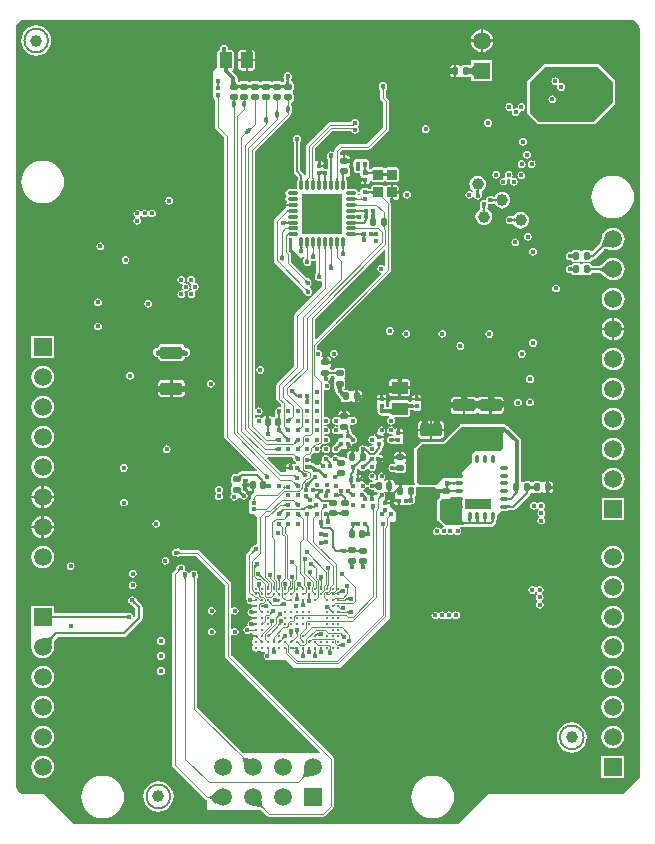
<source format=gbl>
G04 Layer_Physical_Order=8*
G04 Layer_Color=16711680*
%FSLAX25Y25*%
%MOIN*%
G70*
G01*
G75*
%ADD10C,0.00591*%
G04:AMPARAMS|DCode=11|XSize=35.43mil|YSize=31.5mil|CornerRadius=3.15mil|HoleSize=0mil|Usage=FLASHONLY|Rotation=90.000|XOffset=0mil|YOffset=0mil|HoleType=Round|Shape=RoundedRectangle|*
%AMROUNDEDRECTD11*
21,1,0.03543,0.02520,0,0,90.0*
21,1,0.02913,0.03150,0,0,90.0*
1,1,0.00630,0.01260,0.01457*
1,1,0.00630,0.01260,-0.01457*
1,1,0.00630,-0.01260,-0.01457*
1,1,0.00630,-0.01260,0.01457*
%
%ADD11ROUNDEDRECTD11*%
G04:AMPARAMS|DCode=25|XSize=15.75mil|YSize=14.57mil|CornerRadius=1.46mil|HoleSize=0mil|Usage=FLASHONLY|Rotation=0.000|XOffset=0mil|YOffset=0mil|HoleType=Round|Shape=RoundedRectangle|*
%AMROUNDEDRECTD25*
21,1,0.01575,0.01165,0,0,0.0*
21,1,0.01284,0.01457,0,0,0.0*
1,1,0.00291,0.00642,-0.00583*
1,1,0.00291,-0.00642,-0.00583*
1,1,0.00291,-0.00642,0.00583*
1,1,0.00291,0.00642,0.00583*
%
%ADD25ROUNDEDRECTD25*%
G04:AMPARAMS|DCode=28|XSize=23.62mil|YSize=19.68mil|CornerRadius=1.97mil|HoleSize=0mil|Usage=FLASHONLY|Rotation=90.000|XOffset=0mil|YOffset=0mil|HoleType=Round|Shape=RoundedRectangle|*
%AMROUNDEDRECTD28*
21,1,0.02362,0.01575,0,0,90.0*
21,1,0.01968,0.01968,0,0,90.0*
1,1,0.00394,0.00787,0.00984*
1,1,0.00394,0.00787,-0.00984*
1,1,0.00394,-0.00787,-0.00984*
1,1,0.00394,-0.00787,0.00984*
%
%ADD28ROUNDEDRECTD28*%
G04:AMPARAMS|DCode=30|XSize=11.81mil|YSize=23.62mil|CornerRadius=1.95mil|HoleSize=0mil|Usage=FLASHONLY|Rotation=180.000|XOffset=0mil|YOffset=0mil|HoleType=Round|Shape=RoundedRectangle|*
%AMROUNDEDRECTD30*
21,1,0.01181,0.01972,0,0,180.0*
21,1,0.00791,0.02362,0,0,180.0*
1,1,0.00390,-0.00396,0.00986*
1,1,0.00390,0.00396,0.00986*
1,1,0.00390,0.00396,-0.00986*
1,1,0.00390,-0.00396,-0.00986*
%
%ADD30ROUNDEDRECTD30*%
G04:AMPARAMS|DCode=31|XSize=11.81mil|YSize=23.62mil|CornerRadius=1.95mil|HoleSize=0mil|Usage=FLASHONLY|Rotation=90.000|XOffset=0mil|YOffset=0mil|HoleType=Round|Shape=RoundedRectangle|*
%AMROUNDEDRECTD31*
21,1,0.01181,0.01972,0,0,90.0*
21,1,0.00791,0.02362,0,0,90.0*
1,1,0.00390,0.00986,0.00396*
1,1,0.00390,0.00986,-0.00396*
1,1,0.00390,-0.00986,-0.00396*
1,1,0.00390,-0.00986,0.00396*
%
%ADD31ROUNDEDRECTD31*%
%ADD32R,0.08858X0.03543*%
G04:AMPARAMS|DCode=44|XSize=54.33mil|YSize=41.34mil|CornerRadius=4.13mil|HoleSize=0mil|Usage=FLASHONLY|Rotation=180.000|XOffset=0mil|YOffset=0mil|HoleType=Round|Shape=RoundedRectangle|*
%AMROUNDEDRECTD44*
21,1,0.05433,0.03307,0,0,180.0*
21,1,0.04606,0.04134,0,0,180.0*
1,1,0.00827,-0.02303,0.01654*
1,1,0.00827,0.02303,0.01654*
1,1,0.00827,0.02303,-0.01654*
1,1,0.00827,-0.02303,-0.01654*
%
%ADD44ROUNDEDRECTD44*%
G04:AMPARAMS|DCode=47|XSize=23.62mil|YSize=19.68mil|CornerRadius=1.97mil|HoleSize=0mil|Usage=FLASHONLY|Rotation=180.000|XOffset=0mil|YOffset=0mil|HoleType=Round|Shape=RoundedRectangle|*
%AMROUNDEDRECTD47*
21,1,0.02362,0.01575,0,0,180.0*
21,1,0.01968,0.01968,0,0,180.0*
1,1,0.00394,-0.00984,0.00787*
1,1,0.00394,0.00984,0.00787*
1,1,0.00394,0.00984,-0.00787*
1,1,0.00394,-0.00984,-0.00787*
%
%ADD47ROUNDEDRECTD47*%
G04:AMPARAMS|DCode=48|XSize=15.75mil|YSize=14.57mil|CornerRadius=1.46mil|HoleSize=0mil|Usage=FLASHONLY|Rotation=90.000|XOffset=0mil|YOffset=0mil|HoleType=Round|Shape=RoundedRectangle|*
%AMROUNDEDRECTD48*
21,1,0.01575,0.01165,0,0,90.0*
21,1,0.01284,0.01457,0,0,90.0*
1,1,0.00291,0.00583,0.00642*
1,1,0.00291,0.00583,-0.00642*
1,1,0.00291,-0.00583,-0.00642*
1,1,0.00291,-0.00583,0.00642*
%
%ADD48ROUNDEDRECTD48*%
%ADD49C,0.03937*%
G04:AMPARAMS|DCode=50|XSize=71.65mil|YSize=42.13mil|CornerRadius=4.21mil|HoleSize=0mil|Usage=FLASHONLY|Rotation=180.000|XOffset=0mil|YOffset=0mil|HoleType=Round|Shape=RoundedRectangle|*
%AMROUNDEDRECTD50*
21,1,0.07165,0.03370,0,0,180.0*
21,1,0.06323,0.04213,0,0,180.0*
1,1,0.00843,-0.03161,0.01685*
1,1,0.00843,0.03161,0.01685*
1,1,0.00843,0.03161,-0.01685*
1,1,0.00843,-0.03161,-0.01685*
%
%ADD50ROUNDEDRECTD50*%
%ADD55C,0.00394*%
%ADD56C,0.00787*%
%ADD57C,0.01181*%
%ADD58C,0.00300*%
%ADD59C,0.00315*%
%ADD60C,0.01968*%
%ADD61C,0.01575*%
%ADD63C,0.00472*%
%ADD64R,0.05905X0.05905*%
%ADD65C,0.05905*%
%ADD66R,0.05905X0.05905*%
%ADD67R,0.05315X0.05315*%
%ADD68C,0.01772*%
%ADD70O,0.01024X0.03543*%
%ADD71O,0.03543X0.01024*%
%ADD72R,0.13583X0.13583*%
%ADD73C,0.00984*%
G04:AMPARAMS|DCode=74|XSize=54.33mil|YSize=41.34mil|CornerRadius=4.13mil|HoleSize=0mil|Usage=FLASHONLY|Rotation=270.000|XOffset=0mil|YOffset=0mil|HoleType=Round|Shape=RoundedRectangle|*
%AMROUNDEDRECTD74*
21,1,0.05433,0.03307,0,0,270.0*
21,1,0.04606,0.04134,0,0,270.0*
1,1,0.00827,-0.01654,-0.02303*
1,1,0.00827,-0.01654,0.02303*
1,1,0.00827,0.01654,0.02303*
1,1,0.00827,0.01654,-0.02303*
%
%ADD74ROUNDEDRECTD74*%
%ADD75C,0.00984*%
G36*
X206063Y268991D02*
X206821Y268891D01*
X207527Y268599D01*
X208133Y268133D01*
X208598Y267527D01*
X208891Y266821D01*
X208991Y266063D01*
X208997D01*
Y16400D01*
X203600Y11004D01*
X159016D01*
X158632Y10927D01*
X158306Y10710D01*
X148600Y1003D01*
X20416D01*
X10710Y10710D01*
X10384Y10927D01*
X10000Y11004D01*
X3937D01*
Y11009D01*
X3179Y11109D01*
X2473Y11401D01*
X1867Y11867D01*
X1401Y12473D01*
X1109Y13179D01*
X1009Y13937D01*
X1003D01*
Y266063D01*
X1009D01*
X1109Y266821D01*
X1401Y267527D01*
X1867Y268133D01*
X2473Y268599D01*
X3179Y268891D01*
X3937Y268991D01*
Y268997D01*
X206063D01*
Y268991D01*
D02*
G37*
%LPC*%
G36*
X134291Y144073D02*
X134043D01*
X133679Y144001D01*
X133371Y143795D01*
X133164Y143486D01*
X133092Y143122D01*
Y142933D01*
X134291D01*
Y144073D01*
D02*
G37*
G36*
X158616Y143449D02*
X156169D01*
X155698Y143355D01*
X155298Y143088D01*
X155120Y142822D01*
X155109Y142818D01*
X154694D01*
X154683Y142822D01*
X154505Y143088D01*
X154105Y143355D01*
X153634Y143449D01*
X151618D01*
X151667Y142665D01*
X151681Y142633D01*
X151697Y142622D01*
X150866D01*
Y140532D01*
Y137614D01*
X153634D01*
X154105Y137708D01*
X154505Y137975D01*
X154683Y138241D01*
X154694Y138245D01*
X155109D01*
X155120Y138241D01*
X155298Y137975D01*
X155698Y137708D01*
X156169Y137614D01*
X158937D01*
Y140532D01*
Y142622D01*
X158500D01*
X158523Y142633D01*
X158544Y142667D01*
X158562Y142722D01*
X158578Y142801D01*
X158591Y142901D01*
X158611Y143170D01*
X158616Y143449D01*
D02*
G37*
G36*
X122599Y144113D02*
X122350D01*
X121986Y144040D01*
X121678Y143834D01*
X121472Y143526D01*
X121399Y143161D01*
Y142973D01*
X122599D01*
Y144113D01*
D02*
G37*
G36*
X135327Y144073D02*
X135079D01*
Y142933D01*
X135378D01*
Y142933D01*
X135429Y142934D01*
Y143224D01*
X135459Y143169D01*
X135501Y143120D01*
X135554Y143076D01*
X135620Y143038D01*
X135697Y143006D01*
X135771Y142984D01*
X135787Y142988D01*
X135854Y143012D01*
X135917Y143041D01*
X135974Y143074D01*
X136027Y143112D01*
X136074Y143154D01*
X136070Y142940D01*
X136123Y142936D01*
X136259Y142933D01*
Y142933D01*
X136278D01*
Y143122D01*
X136206Y143486D01*
X136000Y143795D01*
X135691Y144001D01*
X135327Y144073D01*
D02*
G37*
G36*
X116370Y142226D02*
X116204Y142059D01*
X116110Y141828D01*
X116143Y141850D01*
X116360Y142175D01*
X116370Y142226D01*
D02*
G37*
G36*
X162492Y143449D02*
X160596D01*
X160635Y142801D01*
X160650Y142722D01*
X160669Y142667D01*
X160689Y142633D01*
X160713Y142622D01*
X159724D01*
Y140925D01*
X162897D01*
Y141854D01*
X162908Y141846D01*
X162939Y141839D01*
X162991Y141832D01*
X163157Y141822D01*
X163725Y141814D01*
Y142217D01*
X163631Y142688D01*
X163364Y143088D01*
X162964Y143355D01*
X162492Y143449D01*
D02*
G37*
G36*
X116437Y143150D02*
X116064D01*
X116249Y142941D01*
X116322Y142865D01*
X116437Y142762D01*
Y143150D01*
D02*
G37*
G36*
X200197Y149737D02*
X199221Y149608D01*
X198311Y149232D01*
X197529Y148632D01*
X196930Y147851D01*
X196553Y146941D01*
X196424Y145965D01*
X196553Y144988D01*
X196930Y144078D01*
X197529Y143297D01*
X198311Y142698D01*
X199221Y142321D01*
X200197Y142192D01*
X201173Y142321D01*
X202083Y142698D01*
X202864Y143297D01*
X203464Y144078D01*
X203841Y144988D01*
X203969Y145965D01*
X203841Y146941D01*
X203464Y147851D01*
X202864Y148632D01*
X202083Y149232D01*
X201173Y149608D01*
X200197Y149737D01*
D02*
G37*
G36*
X52559Y145689D02*
X49386D01*
Y145035D01*
X49376Y145085D01*
X49344Y145129D01*
X49291Y145168D01*
X49217Y145202D01*
X49121Y145230D01*
X49005Y145254D01*
X48867Y145272D01*
X48559Y145291D01*
Y144398D01*
X48653Y143926D01*
X48920Y143526D01*
X49320Y143259D01*
X49791Y143165D01*
X52559D01*
Y145689D01*
D02*
G37*
G36*
X128583Y146024D02*
X126319D01*
X126517Y144386D01*
X126443Y144428D01*
X126355Y144465D01*
X126251Y144499D01*
X126133Y144527D01*
X126000Y144552D01*
X125690Y144587D01*
X125640Y144590D01*
X125485Y144581D01*
X125542Y144295D01*
X125807Y143898D01*
X126205Y143633D01*
X126673Y143540D01*
X128583D01*
Y146024D01*
D02*
G37*
G36*
X10000Y153772D02*
X9024Y153644D01*
X8114Y153267D01*
X7333Y152667D01*
X6733Y151886D01*
X6356Y150976D01*
X6228Y150000D01*
X6356Y149024D01*
X6733Y148114D01*
X7333Y147333D01*
X8114Y146733D01*
X9024Y146356D01*
X10000Y146228D01*
X10976Y146356D01*
X11886Y146733D01*
X12667Y147333D01*
X13267Y148114D01*
X13644Y149024D01*
X13772Y150000D01*
X13644Y150976D01*
X13267Y151886D01*
X12667Y152667D01*
X11886Y153267D01*
X10976Y153644D01*
X10000Y153772D01*
D02*
G37*
G36*
X126144Y146024D02*
X125449D01*
Y145804D01*
X125535Y145811D01*
X125721Y145841D01*
X125881Y145882D01*
X126013Y145935D01*
X126119Y146000D01*
X126144Y146024D01*
D02*
G37*
G36*
X56519Y145689D02*
X53347D01*
Y143165D01*
X56114D01*
X56586Y143259D01*
X56986Y143526D01*
X57253Y143926D01*
X57346Y144398D01*
Y145290D01*
X56901Y145254D01*
X56784Y145230D01*
X56689Y145202D01*
X56615Y145168D01*
X56562Y145129D01*
X56530Y145085D01*
X56519Y145035D01*
Y145689D01*
D02*
G37*
G36*
X123634Y144113D02*
X123386D01*
Y142973D01*
X123767D01*
Y143151D01*
X123772Y143117D01*
X123790Y143087D01*
X123819Y143060D01*
X123860Y143037D01*
X123913Y143017D01*
X123977Y143001D01*
X124053Y142989D01*
X124140Y142980D01*
X124350Y142973D01*
X124585D01*
Y143161D01*
X124513Y143526D01*
X124307Y143834D01*
X123998Y144040D01*
X123634Y144113D01*
D02*
G37*
G36*
X115433Y145531D02*
X115039D01*
Y143937D01*
X115332D01*
X115621Y144384D01*
X115571Y144277D01*
X115551Y144157D01*
X115561Y144024D01*
X115585Y143937D01*
X116437D01*
Y144527D01*
X116360Y144912D01*
X116143Y145237D01*
X115817Y145455D01*
X115433Y145531D01*
D02*
G37*
G36*
X132504Y146024D02*
X129370D01*
Y143540D01*
X131280D01*
X131748Y143633D01*
X132145Y143898D01*
X132411Y144295D01*
X132504Y144764D01*
Y146024D01*
D02*
G37*
G36*
X115039Y142326D02*
Y141556D01*
X115433D01*
X115817Y141632D01*
X115852Y141655D01*
X115825Y141681D01*
X115807Y141662D01*
X115804Y141674D01*
X115792Y141692D01*
X115774Y141717D01*
X115714Y141787D01*
X115713Y141788D01*
X115271Y142166D01*
X115074Y142306D01*
X115039Y142326D01*
D02*
G37*
G36*
X10000Y143772D02*
X9024Y143644D01*
X8114Y143267D01*
X7333Y142667D01*
X6733Y141886D01*
X6356Y140976D01*
X6228Y140000D01*
X6356Y139024D01*
X6733Y138114D01*
X7333Y137332D01*
X8114Y136733D01*
X9024Y136356D01*
X10000Y136228D01*
X10976Y136356D01*
X11886Y136733D01*
X12667Y137332D01*
X13267Y138114D01*
X13644Y139024D01*
X13772Y140000D01*
X13644Y140976D01*
X13267Y141886D01*
X12667Y142667D01*
X11886Y143267D01*
X10976Y143644D01*
X10000Y143772D01*
D02*
G37*
G36*
X142610Y135260D02*
X142431D01*
X142442Y135105D01*
X142474Y134906D01*
X142514Y134736D01*
X142564Y134597D01*
X142622Y134489D01*
X142690Y134410D01*
X142766Y134362D01*
X142852Y134344D01*
X139976Y134433D01*
X140063Y134445D01*
X140141Y134486D01*
X140209Y134558D01*
X140269Y134659D01*
X140319Y134789D01*
X140360Y134949D01*
X140392Y135139D01*
X140405Y135260D01*
X139842D01*
Y132736D01*
X143843D01*
Y134028D01*
X143749Y134499D01*
X143482Y134899D01*
X143082Y135166D01*
X142610Y135260D01*
D02*
G37*
G36*
X110197Y138720D02*
X109606D01*
X109222Y138644D01*
X108897Y138426D01*
X108679Y138101D01*
X108603Y137716D01*
Y137323D01*
X110197D01*
Y137533D01*
X110195Y137625D01*
X110188Y137712D01*
X110177Y137793D01*
X110161Y137870D01*
X110151Y137905D01*
X109803D01*
X109878Y137913D01*
X109945Y137937D01*
X110004Y137977D01*
X110055Y138032D01*
X110082Y138077D01*
X110052Y138127D01*
X110013Y138179D01*
X109970Y138226D01*
X110143D01*
X110161Y138296D01*
X110181Y138416D01*
X110193Y138552D01*
X110197Y138704D01*
Y138720D01*
D02*
G37*
G36*
X113543Y136659D02*
X113044Y136560D01*
X112972Y136512D01*
X112927Y136535D01*
X108254D01*
X108209Y136512D01*
X108137Y136560D01*
X107638Y136659D01*
X107139Y136560D01*
X106715Y136277D01*
X106432Y135854D01*
X106333Y135354D01*
X106432Y134855D01*
X106715Y134432D01*
X107139Y134149D01*
X107638Y134050D01*
X108137Y134149D01*
X108223Y134206D01*
X108603Y133987D01*
Y133572D01*
X108209Y133362D01*
X108137Y133410D01*
X107638Y133509D01*
X107139Y133410D01*
X106715Y133127D01*
X106432Y132704D01*
X106333Y132205D01*
X106432Y131705D01*
X106715Y131282D01*
X107139Y130999D01*
X107638Y130900D01*
X107727Y130827D01*
X109468D01*
Y130039D01*
X108527D01*
X108853Y129714D01*
X108790Y129647D01*
X108733Y129581D01*
X108684Y129516D01*
X108641Y129450D01*
X108604Y129385D01*
X108575Y129320D01*
X108552Y129256D01*
X108536Y129191D01*
X108526Y129128D01*
X108524Y129064D01*
X107969Y129619D01*
X108007Y129427D01*
X108144Y129222D01*
X108187Y128957D01*
X108144Y128691D01*
X108007Y128486D01*
X107984Y128369D01*
X107968Y128338D01*
X107962Y128260D01*
X107954Y128222D01*
X107939Y128162D01*
X107938Y128141D01*
X107934Y128122D01*
Y128082D01*
X107931Y128057D01*
X107921Y128019D01*
X107906Y127975D01*
X107883Y127924D01*
X107852Y127867D01*
X107810Y127803D01*
X107757Y127733D01*
X107730Y127700D01*
X107643Y127614D01*
X107635Y127608D01*
X107616Y127595D01*
X107613Y127593D01*
X107612Y127593D01*
X107476Y127560D01*
X107339Y127533D01*
X107325Y127523D01*
X107308Y127519D01*
X107195Y127437D01*
X107079Y127359D01*
X107069Y127344D01*
X107055Y127334D01*
X106983Y127215D01*
X106905Y127099D01*
X106902Y127081D01*
X106892Y127066D01*
X106872Y126933D01*
X106715Y126828D01*
X106432Y126405D01*
X106333Y125906D01*
X106432Y125406D01*
X106715Y124983D01*
X107139Y124700D01*
X107638Y124601D01*
X108137Y124700D01*
X108560Y124983D01*
X108665Y125139D01*
X108799Y125160D01*
X108814Y125169D01*
X108831Y125173D01*
X108947Y125250D01*
X109066Y125323D01*
X109077Y125337D01*
X109091Y125347D01*
X109169Y125463D01*
X109251Y125576D01*
X109256Y125593D01*
X109265Y125607D01*
X109293Y125744D01*
X109324Y125874D01*
X109340Y125887D01*
X110051D01*
X110415Y125960D01*
X110591Y126077D01*
X110766Y125960D01*
X111130Y125887D01*
X111319D01*
Y127480D01*
X112078D01*
X112440Y128122D01*
X112445Y128011D01*
X112462Y127900D01*
X112490Y127788D01*
X112529Y127677D01*
X112579Y127566D01*
X112640Y127454D01*
X112713Y127343D01*
X112796Y127232D01*
X112891Y127120D01*
X112943Y127065D01*
X112951Y127058D01*
X113017Y127001D01*
X113083Y126951D01*
X113148Y126908D01*
X113214Y126872D01*
X113247Y126857D01*
Y127507D01*
X113543Y127751D01*
X114042Y127850D01*
X114466Y128133D01*
X114749Y128556D01*
X114848Y129055D01*
X114749Y129554D01*
X114466Y129978D01*
X114309Y130082D01*
X114289Y130216D01*
X114280Y130231D01*
X114276Y130248D01*
X114199Y130364D01*
X114126Y130484D01*
X114112Y130494D01*
X114102Y130509D01*
X113986Y130586D01*
X113873Y130669D01*
X113856Y130673D01*
X113842Y130683D01*
X113705Y130710D01*
X113569Y130743D01*
X113568Y130743D01*
X113565Y130745D01*
X113556Y130751D01*
X113371Y130970D01*
X113308Y131055D01*
X113261Y131127D01*
X113235Y131173D01*
X113232Y131180D01*
X113222Y131214D01*
X113219Y131222D01*
X113219Y131223D01*
X113214Y131237D01*
X113174Y131439D01*
X113058Y131612D01*
X113021Y131683D01*
X112999Y131701D01*
X112968Y131747D01*
X112925Y131776D01*
X112917Y131862D01*
Y132264D01*
X112917Y132264D01*
X112825Y132725D01*
X112578Y133094D01*
Y133987D01*
X112958Y134206D01*
X113044Y134149D01*
X113543Y134050D01*
X114042Y134149D01*
X114466Y134432D01*
X114749Y134855D01*
X114848Y135354D01*
X114749Y135854D01*
X114466Y136277D01*
X114042Y136560D01*
X113543Y136659D01*
D02*
G37*
G36*
X129224Y132814D02*
X128976D01*
Y132753D01*
X128980Y132632D01*
X128990Y132517D01*
X129008Y132413D01*
X129032Y132319D01*
X129064Y132235D01*
X129103Y132161D01*
X129148Y132097D01*
X129201Y132043D01*
X129260Y131999D01*
X129327Y131965D01*
X128976D01*
Y131673D01*
X130176D01*
Y131862D01*
X130103Y132226D01*
X129897Y132535D01*
X129588Y132741D01*
X129224Y132814D01*
D02*
G37*
G36*
X126142Y133509D02*
X125643Y133410D01*
X125219Y133127D01*
X124936Y132704D01*
X124837Y132205D01*
X124936Y131705D01*
X125219Y131282D01*
X125643Y130999D01*
X126142Y130900D01*
X126406Y130953D01*
X126707Y130708D01*
X126663Y130440D01*
X126635Y130433D01*
X126497Y130409D01*
X126482Y130400D01*
X126465Y130396D01*
X126353Y130318D01*
X126142Y130360D01*
X125643Y130260D01*
X125219Y129978D01*
X124936Y129554D01*
X124837Y129055D01*
X124936Y128556D01*
X125219Y128133D01*
X125643Y127850D01*
X126142Y127751D01*
X126300Y127782D01*
X126406Y127700D01*
X126423Y127696D01*
X126437Y127686D01*
X126574Y127656D01*
X126709Y127620D01*
X126726Y127622D01*
X126743Y127619D01*
X126881Y127643D01*
X127020Y127661D01*
X127034Y127670D01*
X127051Y127673D01*
X127169Y127748D01*
X127256Y127798D01*
X127268Y127780D01*
X127315Y127749D01*
X127333Y127727D01*
X127403Y127690D01*
X127577Y127574D01*
X127941Y127501D01*
X129224D01*
X129588Y127574D01*
X129897Y127780D01*
X130103Y128089D01*
X130176Y128453D01*
Y129618D01*
X130103Y129982D01*
X129986Y130157D01*
X130103Y130333D01*
X130176Y130697D01*
Y130886D01*
X128583D01*
Y131280D01*
X128189D01*
Y131965D01*
X127839D01*
X127905Y131999D01*
X127965Y132043D01*
X128017Y132097D01*
X128063Y132161D01*
X128101Y132235D01*
X128133Y132319D01*
X128157Y132413D01*
X128175Y132517D01*
X128185Y132632D01*
X128189Y132756D01*
X128189D01*
Y132814D01*
X127941D01*
X127577Y132741D01*
X127455Y132659D01*
X127347Y132704D01*
X127064Y133127D01*
X126641Y133410D01*
X126142Y133509D01*
D02*
G37*
G36*
X139055Y135260D02*
X138452D01*
X138463Y135120D01*
X138492Y134935D01*
X138530Y134780D01*
X138575Y134653D01*
X138630Y134555D01*
X138692Y134485D01*
X138763Y134445D01*
X138843Y134433D01*
X136046Y134344D01*
X136124Y134361D01*
X136194Y134408D01*
X136255Y134485D01*
X136309Y134591D01*
X136354Y134726D01*
X136391Y134891D01*
X136420Y135086D01*
X136436Y135260D01*
X136287D01*
X135816Y135166D01*
X135416Y134899D01*
X135149Y134499D01*
X135055Y134028D01*
Y132736D01*
X139055D01*
Y135260D01*
D02*
G37*
G36*
X200197Y139737D02*
X199221Y139608D01*
X198311Y139232D01*
X197529Y138632D01*
X196930Y137851D01*
X196553Y136941D01*
X196424Y135965D01*
X196553Y134988D01*
X196930Y134078D01*
X197529Y133297D01*
X198311Y132697D01*
X199221Y132321D01*
X200197Y132192D01*
X201173Y132321D01*
X202083Y132697D01*
X202864Y133297D01*
X203464Y134078D01*
X203841Y134988D01*
X203969Y135965D01*
X203841Y136941D01*
X203464Y137851D01*
X202864Y138632D01*
X202083Y139232D01*
X201173Y139608D01*
X200197Y139737D01*
D02*
G37*
G36*
X172441Y142801D02*
X171942Y142701D01*
X171519Y142419D01*
X171236Y141995D01*
X171136Y141496D01*
X171236Y140997D01*
X171519Y140574D01*
X171942Y140291D01*
X172441Y140191D01*
X172940Y140291D01*
X173363Y140574D01*
X173646Y140997D01*
X173746Y141496D01*
X173646Y141995D01*
X173363Y142419D01*
X172940Y142701D01*
X172441Y142801D01*
D02*
G37*
G36*
X168465Y142761D02*
X167965Y142662D01*
X167542Y142379D01*
X167259Y141956D01*
X167160Y141457D01*
X167259Y140957D01*
X167542Y140534D01*
X167965Y140251D01*
X168465Y140152D01*
X168964Y140251D01*
X169387Y140534D01*
X169670Y140957D01*
X169769Y141457D01*
X169670Y141956D01*
X169387Y142379D01*
X168964Y142662D01*
X168465Y142761D01*
D02*
G37*
G36*
X70382Y260692D02*
X69844Y260585D01*
X69388Y260281D01*
X69084Y259825D01*
X68977Y259287D01*
Y259032D01*
X68941Y259025D01*
X68544Y258759D01*
X68278Y258362D01*
X68185Y257894D01*
Y253287D01*
X66911Y252013D01*
Y246744D01*
Y243335D01*
X66983Y242971D01*
X67190Y242662D01*
X67498Y242456D01*
X67500Y242455D01*
Y233425D01*
X67577Y233041D01*
X67794Y232716D01*
X70571Y229939D01*
Y130071D01*
X70648Y129687D01*
X70865Y129361D01*
X81306Y118921D01*
X81143Y118527D01*
X76299D01*
X75838Y118435D01*
X75447Y118174D01*
X75447Y118174D01*
X75106Y117833D01*
X74987Y117726D01*
X74950Y117697D01*
X73897D01*
X73514Y117620D01*
X73188Y117403D01*
X72970Y117077D01*
X72894Y116693D01*
Y115118D01*
X72970Y114734D01*
X73188Y114409D01*
X73245Y114371D01*
Y113897D01*
X73188Y113859D01*
X72970Y113534D01*
X72894Y113150D01*
Y111575D01*
X72970Y111191D01*
X73047Y111076D01*
X72936Y111001D01*
X72653Y110578D01*
X72553Y110079D01*
X72653Y109579D01*
X72936Y109156D01*
X73359Y108873D01*
X73858Y108774D01*
X74357Y108873D01*
X74781Y109156D01*
X75063Y109579D01*
X75099Y109760D01*
X75324Y109850D01*
X75519Y109849D01*
X75554Y109795D01*
X75569Y109786D01*
X75579Y109772D01*
X75699Y109699D01*
X75815Y109621D01*
X75832Y109618D01*
X75847Y109609D01*
X75981Y109588D01*
X76085Y109432D01*
X76508Y109149D01*
X77008Y109050D01*
X77507Y109149D01*
X77930Y109432D01*
X78213Y109855D01*
X78312Y110354D01*
X78213Y110853D01*
X77930Y111277D01*
X77774Y111381D01*
X77753Y111515D01*
X77744Y111530D01*
X77741Y111547D01*
X77663Y111663D01*
X77590Y111783D01*
X77576Y111793D01*
X77567Y111808D01*
X77450Y111885D01*
X77338Y111968D01*
X77321Y111972D01*
X77306Y111982D01*
X77169Y112009D01*
X77033Y112042D01*
X77033Y112042D01*
X77029Y112044D01*
X77013Y112055D01*
X76931Y112142D01*
X76870Y112219D01*
Y113150D01*
X76793Y113534D01*
X76576Y113859D01*
X76519Y113897D01*
Y114371D01*
X76576Y114409D01*
X76793Y114734D01*
X76870Y115118D01*
Y116119D01*
X78623D01*
X78742Y115725D01*
X78542Y115592D01*
X78325Y115266D01*
X78248Y114882D01*
Y114291D01*
X78466D01*
X78578Y114293D01*
X78743Y114306D01*
Y114518D01*
X78790Y114475D01*
X78842Y114436D01*
X78898Y114402D01*
X78960Y114373D01*
X78977Y114366D01*
X79010Y114386D01*
X79040Y114415D01*
X79058Y114448D01*
X79064Y114485D01*
Y114337D01*
X79099Y114328D01*
X79175Y114312D01*
X79257Y114300D01*
X79344Y114294D01*
X79434Y114291D01*
X80039D01*
Y113898D01*
X80433D01*
Y111910D01*
X80467D01*
X80586Y111516D01*
X80483Y111447D01*
X80483Y111447D01*
X79616Y110581D01*
X79390Y110242D01*
X79311Y109843D01*
X79311Y109843D01*
Y109566D01*
X79040Y109385D01*
X78834Y109077D01*
X78761Y108713D01*
Y107547D01*
X78834Y107183D01*
X78951Y107008D01*
X78834Y106833D01*
X78761Y106468D01*
Y105303D01*
X78834Y104939D01*
X79040Y104630D01*
X79348Y104424D01*
X79713Y104352D01*
X80540D01*
X81567Y103325D01*
X81564Y103311D01*
Y94620D01*
X80902Y93958D01*
X80485Y93875D01*
X80062Y93592D01*
X79961Y93441D01*
X79960Y93441D01*
X79816Y93418D01*
X79807Y93412D01*
X79796Y93410D01*
X79674Y93329D01*
X79550Y93252D01*
X79544Y93243D01*
X79534Y93237D01*
X79453Y93116D01*
X79367Y92998D01*
X79365Y92987D01*
X79359Y92978D01*
X79329Y92835D01*
X79296Y92693D01*
X79289Y92476D01*
X79283Y92415D01*
X79274Y92361D01*
X79266Y92321D01*
X77835Y90890D01*
X77835Y75660D01*
X77991Y75504D01*
X78090Y75005D01*
X78373Y74581D01*
X78796Y74299D01*
X79295Y74199D01*
X79527Y74246D01*
X79600Y74201D01*
X79805Y73937D01*
X81063D01*
Y73150D01*
X79776D01*
X79591Y72896D01*
X79524Y72858D01*
X79072Y72768D01*
X78648Y72486D01*
X78366Y72062D01*
X78266Y71563D01*
X78366Y71064D01*
X78648Y70640D01*
X79072Y70358D01*
X79519Y70269D01*
X79586Y70236D01*
X79752Y70000D01*
X81063D01*
Y69213D01*
X79776D01*
X79591Y68959D01*
X79524Y68921D01*
X79072Y68831D01*
X78648Y68549D01*
X78366Y68125D01*
X78266Y67626D01*
X78324Y67339D01*
X78276Y67068D01*
X78038Y66911D01*
X77757Y66855D01*
X77333Y66572D01*
X77051Y66149D01*
X76951Y65650D01*
X77051Y65150D01*
X77333Y64727D01*
X77757Y64444D01*
X78256Y64345D01*
X78755Y64444D01*
X79087Y64666D01*
X79695D01*
X79906Y64272D01*
X79858Y64200D01*
X79837Y64095D01*
X80198D01*
X80195Y64317D01*
X80279Y64238D01*
X80442Y64103D01*
X80455Y64095D01*
X81063D01*
Y63307D01*
X80468D01*
X80451Y63295D01*
X80372Y63231D01*
X80292Y63158D01*
X80212Y63077D01*
X80209Y63307D01*
X79837D01*
X79858Y63201D01*
X80141Y62778D01*
Y62655D01*
X79858Y62231D01*
X79758Y61732D01*
X79858Y61233D01*
X79979Y61052D01*
X80113Y60748D01*
X79979Y60444D01*
X79858Y60263D01*
X79758Y59764D01*
X79858Y59264D01*
X80141Y58841D01*
X80564Y58558D01*
X81063Y58459D01*
X81562Y58558D01*
X81744Y58680D01*
X82047Y58814D01*
X82351Y58680D01*
X82532Y58558D01*
X83031Y58459D01*
X83531Y58558D01*
X83603Y58607D01*
X83996Y58396D01*
Y57868D01*
X83748Y57495D01*
X83648Y56996D01*
X83748Y56497D01*
X84030Y56074D01*
X84453Y55791D01*
X84481Y55785D01*
X84616Y55695D01*
X85000Y55619D01*
X91114D01*
X93661Y53071D01*
X109291D01*
X125709Y69488D01*
Y100014D01*
X125775Y100113D01*
X125793Y100202D01*
X127756Y102165D01*
Y105079D01*
X125752Y107082D01*
X125806Y107350D01*
Y107539D01*
X124213D01*
Y108327D01*
X125806D01*
Y108516D01*
X125733Y108880D01*
X125527Y109188D01*
X125218Y109395D01*
X124854Y109467D01*
X124615D01*
X125364Y109217D01*
X125277Y109127D01*
X125137Y108959D01*
X125083Y108882D01*
X125041Y108810D01*
X125010Y108742D01*
X124991Y108679D01*
X124982Y108620D01*
X124985Y108565D01*
X124999Y108516D01*
X123469Y108618D01*
X123536Y108650D01*
X123611Y108695D01*
X123695Y108751D01*
X123890Y108902D01*
X124120Y109102D01*
X124500Y109467D01*
X124280D01*
X124070Y109861D01*
X124197Y110052D01*
X124297Y110551D01*
X124197Y111050D01*
X123915Y111474D01*
X123823Y111535D01*
X123813Y111875D01*
X123847Y111894D01*
X124099Y111977D01*
X124380Y111789D01*
X124764Y111713D01*
X125157D01*
Y111729D01*
X125157D01*
X125154Y111881D01*
X125142Y112016D01*
X125122Y112136D01*
X125095Y112240D01*
X125060Y112328D01*
X125017Y112400D01*
X124967Y112456D01*
X124908Y112496D01*
X124842Y112520D01*
X124768Y112528D01*
X125157D01*
Y113701D01*
Y114873D01*
X124764Y114873D01*
X124839Y114881D01*
X124906Y114905D01*
X124965Y114945D01*
X125016Y115001D01*
X125059Y115073D01*
X125094Y115161D01*
X125122Y115265D01*
X125142Y115385D01*
X125154Y115521D01*
X125157Y115673D01*
X125157D01*
Y115689D01*
X124764D01*
X124380Y115612D01*
X124099Y115425D01*
X123847Y115508D01*
X123813Y115526D01*
X123823Y115867D01*
X123915Y115928D01*
X124197Y116351D01*
X124297Y116850D01*
X124197Y117350D01*
X123915Y117773D01*
X123491Y118056D01*
X122992Y118155D01*
X122493Y118056D01*
X122070Y117773D01*
X121787Y117350D01*
X121687Y116850D01*
X121787Y116351D01*
X121967Y116082D01*
X121773Y115689D01*
X121221D01*
X121015Y115648D01*
X120966Y115703D01*
X120820Y116010D01*
X121048Y116351D01*
X121147Y116850D01*
X121048Y117350D01*
X120765Y117773D01*
X120342Y118056D01*
X119843Y118155D01*
X119343Y118056D01*
X118920Y117773D01*
X118637Y117350D01*
X118538Y116850D01*
X118637Y116351D01*
X118920Y115928D01*
X119343Y115645D01*
X119843Y115546D01*
X119901Y115558D01*
X120213Y115218D01*
X120192Y115147D01*
X120136Y115049D01*
X120027Y114969D01*
X119843Y115005D01*
X119343Y114906D01*
X118920Y114623D01*
X118637Y114200D01*
X118538Y113701D01*
X118637Y113201D01*
X118920Y112778D01*
X119343Y112496D01*
X119843Y112396D01*
X120027Y112433D01*
X120136Y112353D01*
X120153Y112349D01*
X120168Y112339D01*
X120305Y112312D01*
X120308Y112311D01*
X120511Y112007D01*
X120836Y111789D01*
X121221Y111713D01*
X121481D01*
X121799Y111330D01*
X121799Y111284D01*
X121678Y111203D01*
X121554Y111125D01*
X121548Y111116D01*
X121539Y111110D01*
X121458Y110989D01*
X121373Y110870D01*
X121371Y110859D01*
X121365Y110850D01*
X121336Y110706D01*
X121335Y110700D01*
X121239Y110633D01*
X121014Y110551D01*
X120910Y110547D01*
X120707Y110682D01*
X120343Y110755D01*
X120153D01*
Y110735D01*
X120156Y110599D01*
X120180Y110363D01*
X120194Y110293D01*
X120380Y110293D01*
X120337Y110246D01*
X120298Y110194D01*
X120264Y110137D01*
X120252Y110111D01*
X120258Y110096D01*
X120296Y110031D01*
X120340Y109977D01*
X120389Y109935D01*
X120445Y109905D01*
X120183D01*
X120174Y109860D01*
X120163Y109779D01*
X120156Y109692D01*
X120153Y109601D01*
Y109161D01*
X119366D01*
Y109600D01*
X119366D01*
X119364Y109692D01*
X119357Y109779D01*
X119346Y109860D01*
X119336Y109905D01*
X119075D01*
X119130Y109935D01*
X119180Y109977D01*
X119223Y110031D01*
X119261Y110096D01*
X119268Y110111D01*
X119255Y110137D01*
X119221Y110194D01*
X119183Y110246D01*
X119140Y110293D01*
X119326Y110293D01*
X119340Y110363D01*
X119354Y110475D01*
X119363Y110599D01*
X119366Y110735D01*
X119366D01*
Y110755D01*
X119177D01*
X118813Y110682D01*
X118638Y110565D01*
X118564Y110614D01*
X118534Y110636D01*
X118527Y110639D01*
X118463Y110682D01*
X118422Y110690D01*
X118415Y110694D01*
X118251Y110799D01*
X118186Y110847D01*
X118179Y110853D01*
X118159Y110937D01*
X118131Y111074D01*
X118122Y111089D01*
X118117Y111106D01*
X118035Y111218D01*
X117957Y111335D01*
X117943Y111344D01*
X117932Y111358D01*
X117813Y111431D01*
X117697Y111509D01*
X117680Y111512D01*
X117665Y111521D01*
X117531Y111542D01*
X117426Y111698D01*
X117003Y111981D01*
X116814Y112019D01*
Y112420D01*
X117192Y112496D01*
X117615Y112778D01*
X117898Y113201D01*
X117998Y113701D01*
X117898Y114200D01*
X117615Y114623D01*
X117192Y114906D01*
X116693Y115005D01*
X116672Y115023D01*
Y115236D01*
X115902D01*
X115887Y115182D01*
X115871Y115085D01*
X115865Y114988D01*
X115739Y115236D01*
X115138D01*
Y115630D01*
X114744D01*
Y117223D01*
X114601D01*
X114492Y117360D01*
X114444Y117465D01*
X114409Y117595D01*
X114656Y117964D01*
X114748Y118425D01*
X114748Y118425D01*
Y118788D01*
X114749Y118798D01*
X114753Y118821D01*
X114755Y118824D01*
X114755Y118825D01*
X114827Y118944D01*
X114905Y119060D01*
X114909Y119077D01*
X114918Y119092D01*
X114939Y119230D01*
X114949Y119283D01*
X114993Y119330D01*
X115097Y119439D01*
X115099Y119445D01*
X115104Y119450D01*
X115282Y119473D01*
X115523Y119448D01*
X115770Y119078D01*
X116194Y118795D01*
X116693Y118695D01*
X117192Y118795D01*
X117372Y118915D01*
X117384Y118913D01*
X117535Y118885D01*
X117537Y118886D01*
X117540Y118886D01*
X117690Y118919D01*
X117841Y118951D01*
X117843Y118953D01*
X117846Y118954D01*
X117972Y119042D01*
X118099Y119129D01*
X118100Y119132D01*
X118103Y119134D01*
X118185Y119264D01*
X118269Y119393D01*
X118270Y119396D01*
X118425Y119440D01*
X118702Y119403D01*
X118702Y119403D01*
X118920Y119078D01*
X119343Y118795D01*
X119843Y118695D01*
X120342Y118795D01*
X120765Y119078D01*
X121048Y119501D01*
X121147Y120000D01*
X121048Y120499D01*
X120985Y120593D01*
X121222Y120948D01*
X121327Y120927D01*
X121516D01*
Y122520D01*
X121909D01*
Y122913D01*
X123443D01*
Y123161D01*
X123371Y123526D01*
X123165Y123834D01*
X122856Y124040D01*
X122492Y124113D01*
X122347D01*
X122270Y124299D01*
X122221Y124506D01*
X122437Y124831D01*
X122472Y125005D01*
X122867Y125400D01*
X123107Y125759D01*
X123190Y126181D01*
Y126360D01*
X123401Y126500D01*
X123607Y126809D01*
X123680Y127173D01*
Y128339D01*
X123607Y128703D01*
X123490Y128878D01*
X123607Y129053D01*
X123680Y129417D01*
Y129606D01*
X122087D01*
Y130381D01*
X121312Y129633D01*
X121356Y129693D01*
X121378Y129764D01*
X121378Y129846D01*
X121354Y129940D01*
X121309Y130046D01*
X121240Y130163D01*
X121150Y130291D01*
X121037Y130432D01*
X120743Y130747D01*
X121320Y131284D01*
X121482Y131128D01*
X121771Y130882D01*
X121899Y130792D01*
X122016Y130724D01*
X122122Y130678D01*
X122217Y130654D01*
X122300Y130652D01*
X122372Y130673D01*
X122433Y130715D01*
X122100Y130394D01*
X123680D01*
Y130583D01*
X123607Y130947D01*
X123547Y131037D01*
X123915Y131282D01*
X124197Y131705D01*
X124297Y132205D01*
X124197Y132704D01*
X123915Y133127D01*
X123491Y133410D01*
X122992Y133509D01*
X122493Y133410D01*
X122070Y133127D01*
X121787Y132704D01*
X121687Y132205D01*
X121743Y131928D01*
X121464Y131534D01*
X121445D01*
X121081Y131462D01*
X120772Y131255D01*
X120566Y130947D01*
X120497Y130600D01*
X120488Y130581D01*
X120486Y130578D01*
X120100Y130308D01*
X119843Y130360D01*
X119343Y130260D01*
X118920Y129978D01*
X118637Y129554D01*
X118538Y129055D01*
X118637Y128556D01*
X118920Y128133D01*
X119343Y127850D01*
X119843Y127751D01*
X120155Y127482D01*
X119843Y127210D01*
X119343Y127111D01*
X118920Y126828D01*
X118826Y126687D01*
X118500Y126655D01*
X118365Y126707D01*
X118038Y126925D01*
X117615Y127009D01*
X117344D01*
X117192Y127111D01*
X116693Y127210D01*
X116194Y127111D01*
X115770Y126828D01*
X115488Y126405D01*
X115388Y125906D01*
X115425Y125721D01*
X115345Y125612D01*
X115341Y125595D01*
X115331Y125580D01*
X115304Y125443D01*
X115271Y125307D01*
X115169Y125197D01*
X115040Y125099D01*
X114647Y125080D01*
X114321Y125297D01*
X113937Y125374D01*
X113543D01*
Y125357D01*
X113937D01*
X113938Y125273D01*
X114163D01*
X114120Y125226D01*
X114082Y125174D01*
X114048Y125117D01*
X114018Y125056D01*
X113994Y124989D01*
X113973Y124917D01*
X113964Y124870D01*
X113972Y124752D01*
X113988Y124675D01*
X114006Y124612D01*
X114028Y124564D01*
X114052Y124531D01*
X114078Y124512D01*
X113543Y124530D01*
Y123386D01*
X112756D01*
Y125374D01*
X112362D01*
X111978Y125297D01*
X111653Y125080D01*
X111435Y124754D01*
X111359Y124370D01*
Y123349D01*
X110975Y123132D01*
X110965Y123134D01*
X110591Y123208D01*
X109123D01*
X109052Y123315D01*
X109048Y123317D01*
X109045Y123321D01*
X108918Y123404D01*
X108791Y123489D01*
X108787Y123490D01*
X108783Y123492D01*
X108633Y123520D01*
X108626Y123522D01*
X108521Y123678D01*
X108098Y123961D01*
X107598Y124060D01*
X107099Y123961D01*
X106676Y123678D01*
X106393Y123255D01*
X106360Y123086D01*
X105995Y123070D01*
X105957Y123076D01*
X105955Y123086D01*
X105873Y123207D01*
X105793Y123331D01*
X105785Y123337D01*
X105779Y123345D01*
X105656Y123425D01*
X105535Y123509D01*
X105526Y123511D01*
X105517Y123517D01*
X105383Y123542D01*
X105340Y123607D01*
X105317Y123623D01*
X105253Y123718D01*
X104830Y124001D01*
X104331Y124100D01*
X103832Y124001D01*
X103408Y123718D01*
X103125Y123294D01*
X103026Y122795D01*
X103125Y122296D01*
X103148Y122262D01*
X103078Y122048D01*
X102947Y121854D01*
X102656Y121796D01*
X102347Y121590D01*
X102141Y121281D01*
X102068Y120917D01*
Y120764D01*
X101675Y120497D01*
X101508Y120530D01*
X101208D01*
X100943Y120765D01*
X100686Y121021D01*
X100263Y121304D01*
X99764Y121403D01*
X99595Y121609D01*
X99625Y121760D01*
Y121949D01*
X98032D01*
Y122736D01*
X99625D01*
Y122925D01*
X99552Y123289D01*
X99346Y123598D01*
X99570Y123917D01*
X100292Y124638D01*
X100489Y124934D01*
X100839Y124700D01*
X101339Y124601D01*
X101838Y124700D01*
X102261Y124983D01*
X102544Y125406D01*
X102643Y125906D01*
X102544Y126405D01*
X102310Y126755D01*
X102606Y126952D01*
X103442Y127788D01*
X103639Y128084D01*
X103989Y127850D01*
X104488Y127751D01*
X104987Y127850D01*
X105411Y128133D01*
X105693Y128556D01*
X105793Y129055D01*
X105693Y129554D01*
X105411Y129978D01*
X104987Y130260D01*
X104488Y130360D01*
X104279Y130318D01*
X103919Y130592D01*
Y130668D01*
X104279Y130942D01*
X104488Y130900D01*
X104987Y130999D01*
X105411Y131282D01*
X105693Y131705D01*
X105793Y132205D01*
X105693Y132704D01*
X105411Y133127D01*
X104987Y133410D01*
X104488Y133509D01*
X104279Y133468D01*
X103919Y133742D01*
Y133817D01*
X104279Y134091D01*
X104488Y134050D01*
X104987Y134149D01*
X105411Y134432D01*
X105693Y134855D01*
X105793Y135354D01*
X105693Y135854D01*
X105411Y136277D01*
X104987Y136560D01*
X104488Y136659D01*
X104115Y136585D01*
X103721Y136818D01*
Y145495D01*
X104115Y145705D01*
X104146Y145685D01*
X104646Y145585D01*
X105145Y145685D01*
X105568Y145967D01*
X105851Y146390D01*
X105950Y146890D01*
X105851Y147389D01*
X105568Y147812D01*
X105319Y147979D01*
X105256Y148389D01*
X105277Y148444D01*
X105536Y148831D01*
X105635Y149331D01*
X105659Y149585D01*
X105985Y149802D01*
X106203Y150128D01*
X106216Y150196D01*
X107036D01*
X107065Y150049D01*
X107282Y149724D01*
X107339Y149686D01*
Y149212D01*
X107282Y149174D01*
X107065Y148849D01*
X106989Y148465D01*
Y146890D01*
X107065Y146506D01*
X107181Y146332D01*
X107238Y146229D01*
X107263Y146210D01*
X107282Y146180D01*
X107392Y146107D01*
X107483Y146035D01*
X107507Y146023D01*
X107514Y146007D01*
X107532Y145959D01*
X107551Y145884D01*
X107567Y145784D01*
X107566Y145775D01*
X107567Y145770D01*
X107566Y145765D01*
X107571Y145747D01*
X107571Y145738D01*
Y145236D01*
X107678Y144699D01*
X107983Y144243D01*
X108406Y143820D01*
X108457Y143743D01*
X108475Y143731D01*
X108488Y143714D01*
X108725Y143501D01*
X108914Y143312D01*
X108961Y143258D01*
X109058Y143133D01*
X109137Y143018D01*
X109200Y142913D01*
X109246Y142819D01*
X109278Y142737D01*
X109298Y142667D01*
X109308Y142609D01*
X109313Y142512D01*
X109342Y142404D01*
X109357Y142294D01*
X109368Y142276D01*
X109388Y142175D01*
X109605Y141850D01*
X109931Y141632D01*
X110315Y141556D01*
X111890D01*
X112274Y141632D01*
X112599Y141850D01*
X112637Y141906D01*
X113111D01*
X113149Y141850D01*
X113474Y141632D01*
X113858Y141556D01*
X114252D01*
Y143543D01*
Y145531D01*
X113858D01*
X113474Y145455D01*
X113149Y145237D01*
X113111Y145180D01*
X112637D01*
X112599Y145237D01*
X112274Y145455D01*
X111890Y145531D01*
X110719D01*
X110561Y145667D01*
X110547Y145721D01*
X110546Y145992D01*
X110590Y146126D01*
X110590Y146127D01*
X110670Y146180D01*
X110690Y146210D01*
X110714Y146229D01*
X110771Y146332D01*
X110888Y146506D01*
X110964Y146890D01*
Y148465D01*
X110888Y148849D01*
X110670Y149174D01*
X110613Y149212D01*
Y149686D01*
X110670Y149724D01*
X110888Y150049D01*
X110964Y150433D01*
Y152008D01*
X110888Y152392D01*
X110670Y152718D01*
X110345Y152935D01*
X109960Y153012D01*
X107992D01*
X107608Y152935D01*
X107282Y152718D01*
X107072Y152403D01*
X106216D01*
X106203Y152471D01*
X105985Y152796D01*
X105928Y152834D01*
Y153308D01*
X105985Y153346D01*
X106203Y153671D01*
X106279Y154055D01*
Y154449D01*
X104291D01*
Y154843D01*
X103898D01*
Y155772D01*
X103165D01*
X103267Y155823D01*
X103358Y155890D01*
X103438Y155972D01*
X103508Y156069D01*
X103567Y156182D01*
X103615Y156309D01*
X103653Y156451D01*
X103679Y156608D01*
X103682Y156634D01*
X103307D01*
X102923Y156557D01*
X102734Y156873D01*
X103016Y157296D01*
X103116Y157795D01*
X103016Y158294D01*
X102734Y158718D01*
X102310Y159001D01*
X101811Y159100D01*
X101644Y159067D01*
X101340Y159316D01*
Y160303D01*
X125863Y184826D01*
X126070Y185136D01*
X126143Y185502D01*
Y207952D01*
X126070Y208318D01*
X125908Y208561D01*
X126024Y208939D01*
Y208982D01*
X126024D01*
X126020Y209134D01*
X126008Y209270D01*
X125991Y209373D01*
X125797D01*
X125840Y209420D01*
X125879Y209472D01*
X125913Y209528D01*
X125931Y209567D01*
X125925Y209582D01*
X125882Y209654D01*
X125831Y209710D01*
X125772Y209750D01*
X125705Y209774D01*
X125630Y209782D01*
X125998D01*
X126003Y209805D01*
X126015Y209887D01*
X126021Y209974D01*
X126024Y210065D01*
X126024D01*
Y211536D01*
Y214116D01*
X125157D01*
X124727Y214031D01*
X124363Y213787D01*
X124292Y213681D01*
X123818D01*
X123748Y213787D01*
X123383Y214031D01*
X122953Y214116D01*
X120433D01*
X120003Y214031D01*
X119638Y213787D01*
X119395Y213422D01*
X119309Y212992D01*
Y212720D01*
X118721D01*
X118716Y212720D01*
X118667Y212727D01*
X118637Y212771D01*
X118591Y212802D01*
X118572Y212824D01*
X118502Y212861D01*
X118329Y212977D01*
X117965Y213050D01*
X116681D01*
X116317Y212977D01*
X116008Y212771D01*
X115802Y212462D01*
X115730Y212098D01*
Y211006D01*
X115651Y210861D01*
X115498Y210720D01*
X115286Y211028D01*
X115340Y211299D01*
X115240Y211806D01*
X114952Y212236D01*
X114523Y212523D01*
X114016Y212624D01*
X111739D01*
X111462Y212721D01*
X111364Y212999D01*
Y215276D01*
X111303Y215580D01*
X111304Y215591D01*
X111298Y215607D01*
X111263Y215782D01*
X111201Y215875D01*
X111198Y215885D01*
X111182Y215911D01*
X111181Y215912D01*
X111177Y215923D01*
X111174Y215933D01*
X111154Y216026D01*
X111149Y216057D01*
X111143Y216139D01*
Y216713D01*
X111457D01*
X111841Y216790D01*
X112166Y217007D01*
X112384Y217333D01*
X112460Y217717D01*
Y219291D01*
X112384Y219675D01*
X112166Y220001D01*
X112109Y220039D01*
Y220513D01*
X112166Y220550D01*
X112384Y220876D01*
X112460Y221260D01*
Y221654D01*
X112444D01*
X112292Y221650D01*
X112157Y221638D01*
X112037Y221619D01*
X111966Y221600D01*
X111966Y221427D01*
X111919Y221470D01*
X111867Y221509D01*
X111816Y221539D01*
X111773Y221514D01*
X111717Y221463D01*
X111678Y221405D01*
X111654Y221339D01*
X111646Y221265D01*
Y221607D01*
X111610Y221617D01*
X111533Y221633D01*
X111452Y221645D01*
X111365Y221651D01*
X111273Y221654D01*
X110472D01*
Y222047D01*
X110079D01*
Y223838D01*
X109488D01*
X109468Y223834D01*
X109074Y224157D01*
Y224978D01*
X109864Y225768D01*
X118504D01*
X118888Y225845D01*
X119213Y226062D01*
X125237Y232086D01*
X125455Y232411D01*
X125531Y232795D01*
Y241968D01*
X125455Y242353D01*
X125237Y242678D01*
X124507Y243408D01*
Y245545D01*
X124510Y245549D01*
X124526Y245576D01*
X124545Y245602D01*
X124638Y245713D01*
X124698Y245775D01*
X124781Y245902D01*
X124866Y246029D01*
X124867Y246033D01*
X124869Y246037D01*
X124897Y246187D01*
X124927Y246336D01*
X124926Y246340D01*
X124927Y246345D01*
X124895Y246494D01*
X124866Y246643D01*
X124863Y246647D01*
X124862Y246652D01*
X124776Y246777D01*
X124772Y246784D01*
X124809Y246969D01*
X124709Y247468D01*
X124426Y247891D01*
X124003Y248174D01*
X123504Y248273D01*
X123005Y248174D01*
X122581Y247891D01*
X122299Y247468D01*
X122199Y246969D01*
X122236Y246784D01*
X122231Y246777D01*
X122146Y246652D01*
X122145Y246647D01*
X122142Y246643D01*
X122113Y246494D01*
X122081Y246345D01*
X122082Y246340D01*
X122081Y246336D01*
X122111Y246187D01*
X122139Y246037D01*
X122141Y246033D01*
X122142Y246029D01*
X122227Y245902D01*
X122310Y245775D01*
X122377Y245706D01*
X122422Y245655D01*
X122457Y245611D01*
X122482Y245576D01*
X122498Y245549D01*
X122500Y245545D01*
Y242992D01*
X122577Y242608D01*
X122794Y242283D01*
X123524Y241553D01*
Y233211D01*
X118088Y227775D01*
X109449D01*
X109065Y227699D01*
X108739Y227481D01*
X107361Y226103D01*
X107144Y225778D01*
X107067Y225394D01*
Y225226D01*
X106674Y225015D01*
X106602Y225063D01*
X106102Y225163D01*
X105603Y225063D01*
X105180Y224781D01*
X104897Y224358D01*
X104798Y223858D01*
X104834Y223674D01*
X104833Y223671D01*
X104748Y223550D01*
X104746Y223541D01*
X104741Y223533D01*
X104712Y223388D01*
X104680Y223244D01*
X104681Y223235D01*
X104679Y223226D01*
X104708Y223081D01*
X104734Y222936D01*
X104739Y222928D01*
X104741Y222918D01*
X104823Y222796D01*
X104902Y222671D01*
X104944Y222627D01*
X104962Y222605D01*
X104975Y222586D01*
X104985Y222571D01*
X104991Y222558D01*
X104995Y222547D01*
X104999Y222536D01*
Y219453D01*
X104605Y219243D01*
X104554Y219276D01*
X104055Y219375D01*
X103825Y219731D01*
X103837Y219791D01*
Y219980D01*
X103818D01*
X103682Y219977D01*
X103445Y219954D01*
X103363Y219937D01*
Y219754D01*
X103317Y219797D01*
X103265Y219835D01*
X103208Y219869D01*
X103188Y219879D01*
X103179Y219876D01*
X103113Y219838D01*
X103060Y219794D01*
X103018Y219744D01*
X102988Y219689D01*
Y219948D01*
X102931Y219960D01*
X102849Y219971D01*
X102763Y219978D01*
X102671Y219980D01*
X102244D01*
Y220374D01*
X101850D01*
Y221908D01*
X101602D01*
X101238Y221836D01*
X101122Y221758D01*
X100729Y221969D01*
Y226182D01*
X106535Y231988D01*
X112908D01*
X112929Y231883D01*
X113211Y231459D01*
X113635Y231177D01*
X114134Y231077D01*
X114633Y231177D01*
X115056Y231459D01*
X115339Y231883D01*
X115438Y232382D01*
X115339Y232881D01*
X115091Y233253D01*
X115052Y233419D01*
Y233588D01*
X115091Y233755D01*
X115339Y234127D01*
X115438Y234626D01*
X115339Y235125D01*
X115056Y235548D01*
X114633Y235831D01*
X114134Y235931D01*
X113635Y235831D01*
X113211Y235548D01*
X112929Y235125D01*
X112908Y235020D01*
X105711D01*
X105711Y235020D01*
X105312Y234941D01*
X104973Y234714D01*
X104973Y234714D01*
X98002Y227744D01*
X97776Y227405D01*
X97697Y227006D01*
X97697Y227006D01*
Y217353D01*
X97303Y217314D01*
X97280Y217430D01*
X97040Y217788D01*
X95868Y218961D01*
Y228110D01*
X95869Y228113D01*
X95872Y228120D01*
X95876Y228128D01*
X95882Y228138D01*
X95893Y228152D01*
X95909Y228170D01*
X95951Y228211D01*
X96035Y228331D01*
X96122Y228449D01*
X96124Y228459D01*
X96130Y228468D01*
X96162Y228611D01*
X96197Y228754D01*
X96195Y228764D01*
X96197Y228774D01*
X96171Y228918D01*
X96149Y229063D01*
X96144Y229072D01*
X96142Y229082D01*
X96063Y229205D01*
X96060Y229210D01*
X96108Y229449D01*
X96008Y229948D01*
X95726Y230371D01*
X95302Y230654D01*
X94803Y230753D01*
X94304Y230654D01*
X93881Y230371D01*
X93598Y229948D01*
X93499Y229449D01*
X93525Y229316D01*
X93436Y229200D01*
X93433Y229191D01*
X93428Y229184D01*
X93393Y229040D01*
X93354Y228897D01*
X93356Y228888D01*
X93353Y228880D01*
X93376Y228733D01*
X93395Y228586D01*
X93400Y228579D01*
X93401Y228570D01*
X93478Y228444D01*
X93552Y228315D01*
X93594Y228267D01*
X93614Y228241D01*
X93630Y228218D01*
X93641Y228198D01*
X93649Y228180D01*
X93655Y228164D01*
X93659Y228149D01*
X93660Y228146D01*
Y218504D01*
X93744Y218081D01*
X93983Y217723D01*
X95156Y216551D01*
Y216123D01*
X95142Y216006D01*
X95136Y215975D01*
X95129Y215944D01*
X95122Y215923D01*
X95118Y215912D01*
X95117Y215911D01*
X95102Y215885D01*
X95098Y215875D01*
X95036Y215782D01*
X95001Y215607D01*
X94995Y215591D01*
X94996Y215580D01*
X94935Y215276D01*
Y212999D01*
X94837Y212721D01*
X94560Y212624D01*
X92283D01*
X91777Y212523D01*
X91347Y212236D01*
X91060Y211806D01*
X90959Y211299D01*
X91060Y210792D01*
X91347Y210363D01*
Y210267D01*
X91060Y209838D01*
X90959Y209331D01*
X91060Y208824D01*
X91347Y208394D01*
Y208299D01*
X91060Y207869D01*
X91041Y207776D01*
X91080Y207756D01*
X91937D01*
X91972Y207770D01*
X92033Y207800D01*
X92088Y207833D01*
Y207756D01*
X93543D01*
Y206968D01*
X92088D01*
Y206891D01*
X92033Y206925D01*
X91972Y206955D01*
X91937Y206968D01*
X91037D01*
X91060Y206855D01*
X91126Y206756D01*
X90955Y206321D01*
X90629Y206103D01*
X87361Y202836D01*
X87144Y202510D01*
X87067Y202126D01*
Y188819D01*
X87144Y188435D01*
X87361Y188109D01*
X96866Y178604D01*
X96868Y178600D01*
X96875Y178570D01*
X96881Y178537D01*
X96893Y178392D01*
X96894Y178307D01*
X96925Y178158D01*
X96955Y178009D01*
X96958Y178005D01*
X96959Y178000D01*
X97045Y177875D01*
X97129Y177748D01*
X97133Y177746D01*
X97136Y177742D01*
X97263Y177659D01*
X97390Y177574D01*
X97394Y177573D01*
X97398Y177571D01*
X97548Y177543D01*
X97556Y177541D01*
X97660Y177385D01*
X98083Y177102D01*
X98583Y177003D01*
X99082Y177102D01*
X99505Y177385D01*
X99788Y177808D01*
X99887Y178307D01*
X99788Y178806D01*
X99505Y179230D01*
X99348Y179334D01*
X99347Y179342D01*
X99319Y179491D01*
X99316Y179496D01*
X99316Y179500D01*
X99231Y179626D01*
X99148Y179754D01*
X99144Y179791D01*
X99174Y180152D01*
X99197Y180198D01*
X99348Y180298D01*
X99630Y180721D01*
X99730Y181220D01*
X99630Y181720D01*
X99348Y182143D01*
X99191Y182248D01*
X99190Y182255D01*
X99161Y182405D01*
X99159Y182409D01*
X99158Y182413D01*
X99074Y182540D01*
X98990Y182667D01*
X98987Y182670D01*
X98984Y182674D01*
X98858Y182758D01*
X98732Y182844D01*
X98728Y182845D01*
X98724Y182848D01*
X98575Y182878D01*
X98426Y182909D01*
X98330Y182910D01*
X98262Y182914D01*
X98206Y182920D01*
X98163Y182928D01*
X98132Y182935D01*
X98128Y182937D01*
X92775Y188290D01*
Y190945D01*
X92699Y191329D01*
X92481Y191655D01*
X92145Y191990D01*
Y196082D01*
X92283Y196195D01*
X93110D01*
Y192795D01*
X96260Y189646D01*
X96861Y190247D01*
X97225Y190096D01*
Y189574D01*
X97223Y189569D01*
X97206Y189542D01*
X97188Y189516D01*
X97094Y189404D01*
X97034Y189343D01*
X96951Y189216D01*
X96867Y189089D01*
X96866Y189085D01*
X96863Y189081D01*
X96835Y188931D01*
X96805Y188782D01*
X96806Y188778D01*
X96806Y188773D01*
X96837Y188624D01*
X96867Y188475D01*
X96869Y188471D01*
X96870Y188467D01*
X96956Y188341D01*
X96961Y188334D01*
X96924Y188150D01*
X97023Y187650D01*
X97306Y187227D01*
X97729Y186944D01*
X98228Y186845D01*
X98728Y186944D01*
X99151Y187227D01*
X99434Y187650D01*
X99533Y188150D01*
X99496Y188334D01*
X99501Y188341D01*
X99587Y188467D01*
X99588Y188471D01*
X99590Y188475D01*
X99594Y188492D01*
X99594Y188493D01*
X99940Y188776D01*
X100024Y188777D01*
X100236Y188735D01*
X100735Y188834D01*
X100768Y188856D01*
X101162Y188646D01*
Y184573D01*
X101160Y184569D01*
X101144Y184543D01*
X101125Y184516D01*
X101031Y184405D01*
X100971Y184343D01*
X100888Y184216D01*
X100803Y184089D01*
X100803Y184085D01*
X100800Y184081D01*
X100772Y183931D01*
X100742Y183782D01*
X100743Y183778D01*
X100742Y183773D01*
X100774Y183624D01*
X100803Y183475D01*
X100806Y183471D01*
X100807Y183466D01*
X100893Y183341D01*
X100898Y183334D01*
X100861Y183150D01*
X100960Y182650D01*
X101243Y182227D01*
X101666Y181944D01*
X102165Y181845D01*
X102665Y181944D01*
X102737Y181992D01*
X103130Y181782D01*
Y180022D01*
X94251Y171143D01*
X94033Y170817D01*
X93957Y170433D01*
Y153762D01*
X88227Y148032D01*
X88010Y147707D01*
X87933Y147323D01*
Y142638D01*
X88010Y142254D01*
X88227Y141928D01*
X89311Y140844D01*
Y140096D01*
X88918Y139773D01*
X88740Y139808D01*
X88241Y139709D01*
X87818Y139426D01*
X87535Y139003D01*
X87436Y138504D01*
X87472Y138319D01*
X87471Y138317D01*
X87386Y138196D01*
X87384Y138186D01*
X87378Y138179D01*
X87350Y138034D01*
X87318Y137890D01*
X87319Y137881D01*
X87317Y137871D01*
X87346Y137727D01*
X87371Y137581D01*
X87376Y137573D01*
X87378Y137564D01*
X87460Y137442D01*
X87501Y137378D01*
X87433Y137045D01*
X87419Y137010D01*
X87418Y137008D01*
X87398Y136981D01*
X87372Y136951D01*
X87046Y136733D01*
X87008Y136677D01*
X86535D01*
X86497Y136733D01*
X86171Y136951D01*
X85787Y137027D01*
X85394D01*
Y135039D01*
X84606D01*
Y137027D01*
X84213D01*
X83829Y136951D01*
X83503Y136733D01*
X83285Y136408D01*
X83253Y136396D01*
X82867Y136319D01*
X82507Y136560D01*
X82008Y136659D01*
X81509Y136560D01*
X81085Y136277D01*
X81082Y136272D01*
X80689Y136392D01*
Y137526D01*
X81082Y137645D01*
X81125Y137581D01*
X81548Y137299D01*
X82047Y137199D01*
X82547Y137299D01*
X82970Y137581D01*
X83253Y138005D01*
X83352Y138504D01*
X83253Y139003D01*
X82970Y139426D01*
X82547Y139709D01*
X82047Y139808D01*
X81548Y139709D01*
X81125Y139426D01*
X81082Y139363D01*
X80689Y139482D01*
Y225175D01*
X92403Y236889D01*
X92620Y237214D01*
X92696Y237598D01*
Y237789D01*
X92699Y237793D01*
X92715Y237820D01*
X92740Y237856D01*
X92775Y237899D01*
X92820Y237950D01*
X92887Y238019D01*
X92968Y238143D01*
X93052Y238265D01*
X93054Y238274D01*
X93058Y238281D01*
X93085Y238427D01*
X93116Y238572D01*
X93114Y238581D01*
X93116Y238589D01*
X93085Y238734D01*
X93058Y238880D01*
X93053Y238887D01*
X93051Y238896D01*
X92967Y239018D01*
X92961Y239028D01*
X92997Y239213D01*
X92961Y239397D01*
X92967Y239407D01*
X93051Y239529D01*
X93053Y239538D01*
X93058Y239545D01*
X93085Y239691D01*
X93116Y239836D01*
X93114Y239844D01*
X93116Y239853D01*
X93085Y239998D01*
X93058Y240144D01*
X93054Y240151D01*
X93052Y240160D01*
X92968Y240282D01*
X92887Y240406D01*
X92820Y240475D01*
X92775Y240526D01*
X92740Y240569D01*
X92715Y240605D01*
X92699Y240632D01*
X92696Y240636D01*
Y241441D01*
X93061Y241514D01*
X93387Y241731D01*
X93604Y242057D01*
X93681Y242441D01*
Y244016D01*
X93604Y244400D01*
X93387Y244725D01*
X93330Y244763D01*
Y245237D01*
X93387Y245274D01*
X93604Y245600D01*
X93681Y245984D01*
Y247559D01*
X93604Y247943D01*
X93387Y248269D01*
X93061Y248486D01*
X92897Y248519D01*
Y249221D01*
X92899Y249231D01*
X92903Y249254D01*
X92904Y249257D01*
X92905Y249257D01*
X92977Y249377D01*
X93055Y249493D01*
X93058Y249510D01*
X93067Y249525D01*
X93089Y249663D01*
X93116Y249800D01*
X93112Y249817D01*
X93115Y249835D01*
X93082Y249971D01*
X93055Y250108D01*
X93045Y250122D01*
X93041Y250139D01*
X92961Y250249D01*
X92998Y250433D01*
X92898Y250932D01*
X92615Y251356D01*
X92192Y251638D01*
X91693Y251738D01*
X91194Y251638D01*
X90771Y251356D01*
X90488Y250932D01*
X90388Y250433D01*
X90425Y250249D01*
X90345Y250139D01*
X90341Y250122D01*
X90331Y250108D01*
X90304Y249971D01*
X90271Y249835D01*
X90273Y249817D01*
X90270Y249800D01*
X90297Y249663D01*
X90319Y249525D01*
X90328Y249510D01*
X90331Y249493D01*
X90409Y249377D01*
X90481Y249257D01*
X90482Y249257D01*
X90483Y249254D01*
X90487Y249231D01*
X90489Y249221D01*
Y248519D01*
X90325Y248486D01*
X89999Y248269D01*
X89843D01*
X89518Y248486D01*
X89134Y248562D01*
X87165D01*
X86781Y248486D01*
X86676Y248415D01*
X86378Y248299D01*
X86080Y248415D01*
X85975Y248486D01*
X85591Y248562D01*
X83622D01*
X83238Y248486D01*
X83024Y248343D01*
X82756Y248296D01*
X82489Y248343D01*
X82274Y248486D01*
X81890Y248562D01*
X79921D01*
X79537Y248486D01*
X79350Y248361D01*
X78938Y248269D01*
X78613Y248486D01*
X78228Y248562D01*
X76260D01*
X75876Y248486D01*
X75770Y248415D01*
X75472Y248299D01*
X75175Y248415D01*
X75069Y248486D01*
X75049Y248490D01*
X75034Y248589D01*
X75027Y248669D01*
Y249488D01*
X74920Y250026D01*
X74616Y250482D01*
X73291Y251806D01*
X73372Y252281D01*
X73582Y252422D01*
X73848Y252819D01*
X73941Y253287D01*
Y257894D01*
X73848Y258362D01*
X73582Y258759D01*
X73185Y259025D01*
X72716Y259118D01*
X71787D01*
Y259287D01*
X71680Y259825D01*
X71375Y260281D01*
X70920Y260585D01*
X70382Y260692D01*
D02*
G37*
G36*
X149641Y143449D02*
X147311D01*
X146839Y143355D01*
X146440Y143088D01*
X146172Y142688D01*
X146079Y142217D01*
Y141584D01*
X146906Y141618D01*
Y140925D01*
X150079D01*
Y142622D01*
X149563D01*
X149579Y142633D01*
X149593Y142665D01*
X149605Y142719D01*
X149616Y142795D01*
X149632Y143010D01*
X149641Y143449D01*
D02*
G37*
G36*
X162897Y140138D02*
X159724D01*
Y137614D01*
X162492D01*
X162964Y137708D01*
X163364Y137975D01*
X163631Y138375D01*
X163725Y138847D01*
Y139834D01*
X162897Y139799D01*
Y140138D01*
D02*
G37*
G36*
X111575Y138720D02*
X110984D01*
Y138704D01*
X110988Y138552D01*
X111000Y138416D01*
X111020Y138296D01*
X111038Y138226D01*
X111211D01*
X111168Y138179D01*
X111129Y138127D01*
X111099Y138077D01*
X111126Y138032D01*
X111177Y137977D01*
X111236Y137937D01*
X111303Y137913D01*
X111378Y137905D01*
X111030D01*
X111021Y137870D01*
X111005Y137793D01*
X110993Y137712D01*
X110986Y137625D01*
X110984Y137533D01*
Y137323D01*
X112578D01*
Y137716D01*
X112502Y138101D01*
X112284Y138426D01*
X111959Y138644D01*
X111575Y138720D01*
D02*
G37*
G36*
X131280Y142287D02*
X126673D01*
X126205Y142194D01*
X125807Y141929D01*
X125542Y141532D01*
X125449Y141063D01*
Y139920D01*
X125423Y139915D01*
X125347Y139909D01*
X124585D01*
Y140917D01*
X124513Y141281D01*
X124396Y141457D01*
X124513Y141632D01*
X124585Y141996D01*
Y142185D01*
X124350D01*
Y142185D01*
X124240Y142183D01*
X124053Y142169D01*
X123977Y142157D01*
X123913Y142140D01*
X123860Y142121D01*
X123819Y142098D01*
X123790Y142071D01*
X123772Y142041D01*
X123767Y142007D01*
Y142185D01*
X122992D01*
X121399D01*
Y141996D01*
X121472Y141632D01*
X121589Y141457D01*
X121472Y141281D01*
X121399Y140917D01*
Y139752D01*
X121472Y139388D01*
X121585Y139217D01*
X121569Y139137D01*
X121571Y139127D01*
X121569Y139118D01*
X121602Y138974D01*
X121630Y138829D01*
X121636Y138821D01*
X121638Y138812D01*
X121646Y138800D01*
X121587Y138504D01*
X121694Y137966D01*
X121999Y137511D01*
X122455Y137206D01*
X122992Y137099D01*
X123534D01*
X123625Y137081D01*
X123646Y137085D01*
X123667Y137082D01*
X123986Y137099D01*
X125341D01*
X125372Y137097D01*
X125398Y137093D01*
X125561Y136914D01*
X125546Y136495D01*
X125219Y136277D01*
X124936Y135854D01*
X124837Y135354D01*
X124936Y134855D01*
X125219Y134432D01*
X125643Y134149D01*
X126142Y134050D01*
X126641Y134149D01*
X127064Y134432D01*
X127347Y134855D01*
X127446Y135354D01*
X127347Y135854D01*
X127157Y136138D01*
X127338Y136532D01*
X131280D01*
X131748Y136625D01*
X132145Y136890D01*
X132411Y137287D01*
X132504Y137756D01*
Y138865D01*
X132505Y138865D01*
X132571Y138871D01*
X132835D01*
X133158Y138935D01*
X133158Y138935D01*
X133175Y138931D01*
X133190Y138921D01*
X133327Y138897D01*
X133464Y138867D01*
X133481Y138870D01*
X133499Y138867D01*
X133597Y138889D01*
X133679Y138834D01*
X134043Y138761D01*
X135327D01*
X135691Y138834D01*
X136000Y139040D01*
X136206Y139348D01*
X136278Y139713D01*
Y140878D01*
X136206Y141242D01*
X136089Y141417D01*
X136206Y141593D01*
X136278Y141957D01*
Y142146D01*
X136257D01*
X136123Y142143D01*
X136052Y142136D01*
X136047Y141914D01*
X136001Y141958D01*
X135950Y141997D01*
X135893Y142032D01*
X135832Y142062D01*
X135766Y142088D01*
X135757Y142090D01*
X135697Y142073D01*
X135620Y142041D01*
X135554Y142003D01*
X135501Y141959D01*
X135459Y141910D01*
X135429Y141854D01*
Y142144D01*
X135360Y142146D01*
X134685D01*
X133092D01*
Y142031D01*
X132961Y141852D01*
X132746Y141681D01*
X132609D01*
X132579Y141683D01*
X132479Y141699D01*
X132398Y141718D01*
X132337Y141738D01*
X132294Y141757D01*
X132267Y141773D01*
X132251Y141784D01*
X132243Y141793D01*
X132205Y141842D01*
X132200Y141846D01*
X132145Y141929D01*
X131979Y142040D01*
X131969Y142048D01*
X131963Y142050D01*
X131748Y142194D01*
X131280Y142287D01*
D02*
G37*
G36*
X150079Y140138D02*
X146906D01*
Y139563D01*
X146895Y139571D01*
X146864Y139578D01*
X146812Y139585D01*
X146646Y139595D01*
X146079Y139603D01*
Y138847D01*
X146172Y138375D01*
X146440Y137975D01*
X146839Y137708D01*
X147311Y137614D01*
X150079D01*
Y140138D01*
D02*
G37*
G36*
X28464Y168116D02*
X27965Y168016D01*
X27542Y167734D01*
X27259Y167310D01*
X27160Y166811D01*
X27259Y166312D01*
X27542Y165889D01*
X27965Y165606D01*
X28464Y165506D01*
X28964Y165606D01*
X29387Y165889D01*
X29670Y166312D01*
X29769Y166811D01*
X29670Y167310D01*
X29387Y167734D01*
X28964Y168016D01*
X28464Y168116D01*
D02*
G37*
G36*
X125748Y166620D02*
X125249Y166520D01*
X124826Y166237D01*
X124543Y165814D01*
X124443Y165315D01*
X124543Y164816D01*
X124826Y164392D01*
X125249Y164110D01*
X125748Y164010D01*
X126247Y164110D01*
X126671Y164392D01*
X126953Y164816D01*
X127053Y165315D01*
X126953Y165814D01*
X126671Y166237D01*
X126247Y166520D01*
X125748Y166620D01*
D02*
G37*
G36*
X200591Y169685D02*
Y166358D01*
X203917D01*
X203841Y166941D01*
X203464Y167851D01*
X202864Y168632D01*
X202083Y169231D01*
X201173Y169608D01*
X200591Y169685D01*
D02*
G37*
G36*
X199803D02*
X199221Y169608D01*
X198311Y169231D01*
X197529Y168632D01*
X196930Y167851D01*
X196553Y166941D01*
X196476Y166358D01*
X199803D01*
Y169685D01*
D02*
G37*
G36*
X158898Y165635D02*
X158398Y165536D01*
X157975Y165253D01*
X157692Y164830D01*
X157593Y164331D01*
X157692Y163831D01*
X157975Y163408D01*
X158398Y163125D01*
X158898Y163026D01*
X159397Y163125D01*
X159820Y163408D01*
X160103Y163831D01*
X160202Y164331D01*
X160103Y164830D01*
X159820Y165253D01*
X159397Y165536D01*
X158898Y165635D01*
D02*
G37*
G36*
X203917Y165571D02*
X200591D01*
Y162244D01*
X201173Y162321D01*
X202083Y162698D01*
X202864Y163297D01*
X203464Y164078D01*
X203841Y164988D01*
X203917Y165571D01*
D02*
G37*
G36*
X143268Y165675D02*
X142769Y165575D01*
X142345Y165293D01*
X142062Y164869D01*
X141963Y164370D01*
X142062Y163871D01*
X142345Y163448D01*
X142769Y163165D01*
X143268Y163066D01*
X143767Y163165D01*
X144190Y163448D01*
X144473Y163871D01*
X144572Y164370D01*
X144473Y164869D01*
X144190Y165293D01*
X143767Y165575D01*
X143268Y165675D01*
D02*
G37*
G36*
X131260D02*
X130761Y165575D01*
X130337Y165293D01*
X130055Y164869D01*
X129955Y164370D01*
X130055Y163871D01*
X130337Y163448D01*
X130761Y163165D01*
X131260Y163066D01*
X131759Y163165D01*
X132182Y163448D01*
X132465Y163871D01*
X132564Y164370D01*
X132465Y164869D01*
X132182Y165293D01*
X131759Y165575D01*
X131260Y165675D01*
D02*
G37*
G36*
X56260Y183667D02*
X55761Y183568D01*
X55337Y183285D01*
X55055Y182861D01*
X54955Y182362D01*
X55055Y181863D01*
X55337Y181440D01*
X55761Y181157D01*
X56260Y181058D01*
X56488Y181103D01*
X56686Y180741D01*
X56472Y180420D01*
X56373Y179921D01*
X56472Y179422D01*
X56662Y179138D01*
X56425Y178784D01*
X56221Y178824D01*
X55721Y178725D01*
X55298Y178442D01*
X55015Y178019D01*
X54916Y177520D01*
X55015Y177020D01*
X55298Y176597D01*
X55721Y176314D01*
X56221Y176215D01*
X56720Y176314D01*
X57143Y176597D01*
X57426Y177020D01*
X57525Y177520D01*
X57426Y178019D01*
X57236Y178303D01*
X57473Y178657D01*
X57677Y178617D01*
X58176Y178716D01*
X58600Y178999D01*
X58882Y179422D01*
X58982Y179921D01*
X58882Y180420D01*
X58600Y180844D01*
X58176Y181126D01*
X57677Y181226D01*
X57449Y181181D01*
X57251Y181543D01*
X57465Y181863D01*
X57564Y182362D01*
X57465Y182861D01*
X57182Y183285D01*
X56759Y183568D01*
X56260Y183667D01*
D02*
G37*
G36*
X181142Y180793D02*
X180642Y180693D01*
X180219Y180411D01*
X179936Y179987D01*
X179837Y179488D01*
X179936Y178989D01*
X180219Y178566D01*
X180642Y178283D01*
X181142Y178184D01*
X181641Y178283D01*
X182064Y178566D01*
X182347Y178989D01*
X182446Y179488D01*
X182347Y179987D01*
X182064Y180411D01*
X181641Y180693D01*
X181142Y180793D01*
D02*
G37*
G36*
X37638Y190281D02*
X37139Y190182D01*
X36715Y189899D01*
X36432Y189476D01*
X36333Y188976D01*
X36432Y188477D01*
X36715Y188054D01*
X37139Y187771D01*
X37638Y187672D01*
X38137Y187771D01*
X38560Y188054D01*
X38843Y188477D01*
X38942Y188976D01*
X38843Y189476D01*
X38560Y189899D01*
X38137Y190182D01*
X37638Y190281D01*
D02*
G37*
G36*
X200197Y189737D02*
X199221Y189608D01*
X198311Y189232D01*
X197529Y188632D01*
X197441Y188517D01*
X197175Y188243D01*
X196625Y187736D01*
X196391Y187549D01*
X196171Y187392D01*
X195974Y187273D01*
X195805Y187188D01*
X195666Y187136D01*
X195563Y187111D01*
X195548Y187110D01*
X193125D01*
X193092Y187274D01*
X192875Y187599D01*
X192549Y187817D01*
X192165Y187893D01*
X190590D01*
X190206Y187817D01*
X189881Y187599D01*
X189843Y187542D01*
X189369D01*
X189331Y187599D01*
X189006Y187817D01*
X188622Y187893D01*
X187047D01*
X186663Y187817D01*
X186337Y187599D01*
X186120Y187274D01*
X185787Y187210D01*
X185288Y187111D01*
X184865Y186828D01*
X184582Y186405D01*
X184483Y185906D01*
X184582Y185406D01*
X184865Y184983D01*
X185288Y184700D01*
X185787Y184601D01*
X186120Y184537D01*
X186337Y184212D01*
X186663Y183994D01*
X187047Y183918D01*
X188622D01*
X189006Y183994D01*
X189331Y184212D01*
X189369Y184268D01*
X189843D01*
X189881Y184212D01*
X190206Y183994D01*
X190590Y183918D01*
X192165D01*
X192549Y183994D01*
X192875Y184212D01*
X193092Y184537D01*
X193125Y184701D01*
X195564D01*
X195574Y184700D01*
X195678Y184676D01*
X195821Y184623D01*
X195997Y184538D01*
X196202Y184418D01*
X196418Y184272D01*
X197266Y183570D01*
X197466Y183379D01*
X197529Y183297D01*
X198311Y182697D01*
X199221Y182321D01*
X200197Y182192D01*
X201173Y182321D01*
X202083Y182697D01*
X202864Y183297D01*
X203464Y184078D01*
X203841Y184988D01*
X203969Y185965D01*
X203841Y186941D01*
X203464Y187851D01*
X202864Y188632D01*
X202083Y189232D01*
X201173Y189608D01*
X200197Y189737D01*
D02*
G37*
G36*
X45177Y175734D02*
X44678Y175634D01*
X44255Y175352D01*
X43972Y174928D01*
X43873Y174429D01*
X43972Y173930D01*
X44255Y173507D01*
X44678Y173224D01*
X45177Y173125D01*
X45676Y173224D01*
X46100Y173507D01*
X46382Y173930D01*
X46482Y174429D01*
X46382Y174928D01*
X46100Y175352D01*
X45676Y175634D01*
X45177Y175734D01*
D02*
G37*
G36*
X200197Y179737D02*
X199221Y179608D01*
X198311Y179232D01*
X197529Y178632D01*
X196930Y177851D01*
X196553Y176941D01*
X196424Y175964D01*
X196553Y174988D01*
X196930Y174078D01*
X197529Y173297D01*
X198311Y172697D01*
X199221Y172321D01*
X200197Y172192D01*
X201173Y172321D01*
X202083Y172697D01*
X202864Y173297D01*
X203464Y174078D01*
X203841Y174988D01*
X203969Y175964D01*
X203841Y176941D01*
X203464Y177851D01*
X202864Y178632D01*
X202083Y179232D01*
X201173Y179608D01*
X200197Y179737D01*
D02*
G37*
G36*
X59488Y183706D02*
X58989Y183607D01*
X58566Y183324D01*
X58283Y182901D01*
X58184Y182402D01*
X58283Y181902D01*
X58566Y181479D01*
X58989Y181196D01*
X59448Y181105D01*
X59564Y180947D01*
X59672Y180732D01*
X59543Y180539D01*
X59443Y180039D01*
X59543Y179540D01*
X59715Y179283D01*
X59675Y179144D01*
X59517Y178885D01*
X59107Y178804D01*
X58684Y178521D01*
X58401Y178098D01*
X58302Y177598D01*
X58401Y177099D01*
X58684Y176676D01*
X59107Y176393D01*
X59606Y176294D01*
X60106Y176393D01*
X60529Y176676D01*
X60812Y177099D01*
X60911Y177598D01*
X60812Y178098D01*
X60640Y178355D01*
X60679Y178494D01*
X60837Y178753D01*
X61247Y178834D01*
X61671Y179117D01*
X61953Y179540D01*
X62053Y180039D01*
X61953Y180539D01*
X61671Y180962D01*
X61247Y181245D01*
X60789Y181336D01*
X60672Y181494D01*
X60564Y181709D01*
X60694Y181902D01*
X60793Y182402D01*
X60694Y182901D01*
X60411Y183324D01*
X59987Y183607D01*
X59488Y183706D01*
D02*
G37*
G36*
X28465Y176147D02*
X27965Y176048D01*
X27542Y175765D01*
X27259Y175342D01*
X27160Y174843D01*
X27259Y174343D01*
X27542Y173920D01*
X27965Y173637D01*
X28465Y173538D01*
X28964Y173637D01*
X29387Y173920D01*
X29670Y174343D01*
X29769Y174843D01*
X29670Y175342D01*
X29387Y175765D01*
X28964Y176048D01*
X28465Y176147D01*
D02*
G37*
G36*
X199803Y165571D02*
X196476D01*
X196553Y164988D01*
X196930Y164078D01*
X197529Y163297D01*
X198311Y162698D01*
X199221Y162321D01*
X199803Y162244D01*
Y165571D01*
D02*
G37*
G36*
X172480Y150596D02*
X171981Y150497D01*
X171558Y150214D01*
X171275Y149791D01*
X171176Y149291D01*
X171275Y148792D01*
X171558Y148369D01*
X171981Y148086D01*
X172480Y147987D01*
X172979Y148086D01*
X173403Y148369D01*
X173686Y148792D01*
X173785Y149291D01*
X173686Y149791D01*
X173403Y150214D01*
X172979Y150497D01*
X172480Y150596D01*
D02*
G37*
G36*
X56114Y149000D02*
X53347D01*
Y146476D01*
X56519D01*
Y147130D01*
X56530Y147081D01*
X56562Y147036D01*
X56615Y146997D01*
X56689Y146964D01*
X56784Y146935D01*
X56901Y146912D01*
X57038Y146894D01*
X57346Y146875D01*
Y147768D01*
X57253Y148239D01*
X56986Y148639D01*
X56586Y148906D01*
X56114Y149000D01*
D02*
G37*
G36*
X82559Y153627D02*
X82060Y153528D01*
X81637Y153245D01*
X81354Y152822D01*
X81255Y152323D01*
X81354Y151824D01*
X81637Y151400D01*
X82060Y151118D01*
X82559Y151018D01*
X83058Y151118D01*
X83482Y151400D01*
X83764Y151824D01*
X83864Y152323D01*
X83764Y152822D01*
X83482Y153245D01*
X83058Y153528D01*
X82559Y153627D01*
D02*
G37*
G36*
X39106Y151671D02*
X38607Y151572D01*
X38184Y151289D01*
X37901Y150865D01*
X37802Y150366D01*
X37901Y149867D01*
X38184Y149444D01*
X38607Y149161D01*
X39106Y149062D01*
X39606Y149161D01*
X40029Y149444D01*
X40312Y149867D01*
X40411Y150366D01*
X40312Y150865D01*
X40029Y151289D01*
X39606Y151572D01*
X39106Y151671D01*
D02*
G37*
G36*
X52559Y149000D02*
X49791D01*
X49320Y148906D01*
X48920Y148639D01*
X48653Y148239D01*
X48559Y147768D01*
Y146875D01*
X49005Y146912D01*
X49121Y146935D01*
X49217Y146964D01*
X49291Y146997D01*
X49344Y147036D01*
X49376Y147081D01*
X49386Y147130D01*
Y146476D01*
X52559D01*
Y149000D01*
D02*
G37*
G36*
X66023Y148982D02*
X65524Y148882D01*
X65101Y148600D01*
X64818Y148177D01*
X64719Y147677D01*
X64818Y147178D01*
X65101Y146755D01*
X65524Y146472D01*
X66023Y146373D01*
X66523Y146472D01*
X66946Y146755D01*
X67229Y147178D01*
X67328Y147677D01*
X67229Y148177D01*
X66946Y148600D01*
X66523Y148882D01*
X66023Y148982D01*
D02*
G37*
G36*
X131280Y149295D02*
X129585D01*
X129591Y149232D01*
X129620Y149053D01*
X129661Y148898D01*
X129715Y148766D01*
X129780Y148659D01*
X129856Y148575D01*
X129945Y148516D01*
X130045Y148480D01*
X130157Y148468D01*
X129370D01*
Y146811D01*
X132504D01*
Y148071D01*
X132411Y148539D01*
X132145Y148937D01*
X131748Y149202D01*
X131280Y149295D01*
D02*
G37*
G36*
X128368D02*
X126673D01*
X126205Y149202D01*
X125807Y148937D01*
X125542Y148539D01*
X125449Y148071D01*
Y146811D01*
X128583D01*
Y148468D01*
X127795D01*
X127908Y148480D01*
X128008Y148516D01*
X128096Y148575D01*
X128173Y148659D01*
X128238Y148766D01*
X128291Y148898D01*
X128333Y149053D01*
X128362Y149232D01*
X128368Y149295D01*
D02*
G37*
G36*
X107087Y159061D02*
X106587Y158961D01*
X106164Y158678D01*
X105881Y158255D01*
X105782Y157756D01*
X105881Y157257D01*
X106164Y156833D01*
X106587Y156551D01*
X107087Y156451D01*
X107586Y156551D01*
X108009Y156833D01*
X108292Y157257D01*
X108391Y157756D01*
X108292Y158255D01*
X108009Y158678D01*
X107586Y158961D01*
X107087Y159061D01*
D02*
G37*
G36*
X169724Y158942D02*
X169225Y158843D01*
X168802Y158560D01*
X168519Y158137D01*
X168420Y157638D01*
X168519Y157139D01*
X168802Y156715D01*
X169225Y156432D01*
X169724Y156333D01*
X170224Y156432D01*
X170647Y156715D01*
X170930Y157139D01*
X171029Y157638D01*
X170930Y158137D01*
X170647Y158560D01*
X170224Y158843D01*
X169724Y158942D01*
D02*
G37*
G36*
X173504Y162643D02*
X173005Y162544D01*
X172581Y162261D01*
X172299Y161838D01*
X172199Y161339D01*
X172299Y160839D01*
X172581Y160416D01*
X173005Y160133D01*
X173504Y160034D01*
X174003Y160133D01*
X174426Y160416D01*
X174709Y160839D01*
X174809Y161339D01*
X174709Y161838D01*
X174426Y162261D01*
X174003Y162544D01*
X173504Y162643D01*
D02*
G37*
G36*
X149173Y161580D02*
X148674Y161481D01*
X148251Y161198D01*
X147968Y160775D01*
X147869Y160276D01*
X147968Y159776D01*
X148251Y159353D01*
X148674Y159070D01*
X149173Y158971D01*
X149672Y159070D01*
X150096Y159353D01*
X150379Y159776D01*
X150478Y160276D01*
X150379Y160775D01*
X150096Y161198D01*
X149672Y161481D01*
X149173Y161580D01*
D02*
G37*
G36*
X56114Y161008D02*
X49791D01*
X49320Y160914D01*
X48920Y160647D01*
X48653Y160247D01*
X48559Y159776D01*
Y159696D01*
X48327D01*
X47712Y159574D01*
X47191Y159226D01*
X46843Y158705D01*
X46721Y158091D01*
X46843Y157476D01*
X47191Y156955D01*
X47712Y156607D01*
X48327Y156485D01*
X48559D01*
Y156405D01*
X48653Y155934D01*
X48920Y155534D01*
X49320Y155267D01*
X49791Y155173D01*
X56114D01*
X56586Y155267D01*
X56986Y155534D01*
X57253Y155934D01*
X57346Y156405D01*
Y156485D01*
X57579D01*
X58193Y156607D01*
X58714Y156955D01*
X59062Y157476D01*
X59184Y158091D01*
X59062Y158705D01*
X58714Y159226D01*
X58193Y159574D01*
X57579Y159696D01*
X57346D01*
Y159776D01*
X57253Y160247D01*
X56986Y160647D01*
X56586Y160914D01*
X56114Y161008D01*
D02*
G37*
G36*
X200197Y159737D02*
X199221Y159608D01*
X198311Y159231D01*
X197529Y158632D01*
X196930Y157851D01*
X196553Y156941D01*
X196424Y155965D01*
X196553Y154988D01*
X196930Y154078D01*
X197529Y153297D01*
X198311Y152698D01*
X199221Y152321D01*
X200197Y152192D01*
X201173Y152321D01*
X202083Y152698D01*
X202864Y153297D01*
X203464Y154078D01*
X203841Y154988D01*
X203969Y155965D01*
X203841Y156941D01*
X203464Y157851D01*
X202864Y158632D01*
X202083Y159231D01*
X201173Y159608D01*
X200197Y159737D01*
D02*
G37*
G36*
X13740Y163740D02*
X6260D01*
Y156260D01*
X13740D01*
Y163740D01*
D02*
G37*
G36*
X105275Y156634D02*
X104901D01*
X104903Y156608D01*
X104930Y156451D01*
X104967Y156309D01*
X105016Y156182D01*
X105075Y156069D01*
X105144Y155972D01*
X105224Y155890D01*
X105315Y155823D01*
X105417Y155772D01*
X104685D01*
Y155236D01*
X106279D01*
Y155630D01*
X106203Y156014D01*
X105985Y156340D01*
X105659Y156557D01*
X105275Y156634D01*
D02*
G37*
G36*
X40000Y81856D02*
X39501Y81757D01*
X39077Y81474D01*
X38795Y81050D01*
X38695Y80551D01*
X38795Y80052D01*
X39077Y79629D01*
X39501Y79346D01*
X40000Y79247D01*
X40499Y79346D01*
X40922Y79629D01*
X41205Y80052D01*
X41305Y80551D01*
X41205Y81050D01*
X40922Y81474D01*
X40499Y81757D01*
X40000Y81856D01*
D02*
G37*
G36*
X200000Y83772D02*
X199024Y83644D01*
X198114Y83267D01*
X197333Y82667D01*
X196733Y81886D01*
X196356Y80976D01*
X196228Y80000D01*
X196356Y79024D01*
X196733Y78114D01*
X197333Y77333D01*
X198114Y76733D01*
X199024Y76356D01*
X200000Y76228D01*
X200976Y76356D01*
X201886Y76733D01*
X202667Y77333D01*
X203267Y78114D01*
X203644Y79024D01*
X203772Y80000D01*
X203644Y80976D01*
X203267Y81886D01*
X202667Y82667D01*
X201886Y83267D01*
X200976Y83644D01*
X200000Y83772D01*
D02*
G37*
G36*
X40083Y85718D02*
X39583Y85619D01*
X39160Y85336D01*
X38877Y84913D01*
X38778Y84413D01*
X38877Y83914D01*
X39160Y83491D01*
X39583Y83208D01*
X40083Y83109D01*
X40582Y83208D01*
X41005Y83491D01*
X41288Y83914D01*
X41387Y84413D01*
X41288Y84913D01*
X41005Y85336D01*
X40582Y85619D01*
X40083Y85718D01*
D02*
G37*
G36*
X175709Y80281D02*
X175209Y80182D01*
X174786Y79899D01*
X174725Y79807D01*
X174251D01*
X174190Y79899D01*
X173767Y80182D01*
X173268Y80281D01*
X172768Y80182D01*
X172345Y79899D01*
X172062Y79476D01*
X171963Y78976D01*
X172062Y78477D01*
X172345Y78054D01*
X172768Y77771D01*
X173268Y77672D01*
X173767Y77771D01*
X174190Y78054D01*
X174251Y78146D01*
X174725D01*
X174786Y78054D01*
X174908Y77972D01*
Y77579D01*
X174786Y77497D01*
X174503Y77074D01*
X174404Y76575D01*
X174503Y76076D01*
X174786Y75652D01*
X174907Y75571D01*
Y75098D01*
X174786Y75017D01*
X174503Y74594D01*
X174404Y74094D01*
X174503Y73595D01*
X174786Y73172D01*
X175209Y72889D01*
X175709Y72790D01*
X176208Y72889D01*
X176631Y73172D01*
X176914Y73595D01*
X177013Y74094D01*
X176914Y74594D01*
X176631Y75017D01*
X176510Y75098D01*
Y75571D01*
X176631Y75652D01*
X176914Y76076D01*
X177013Y76575D01*
X176914Y77074D01*
X176631Y77497D01*
X176509Y77579D01*
Y77972D01*
X176631Y78054D01*
X176914Y78477D01*
X177013Y78976D01*
X176914Y79476D01*
X176631Y79899D01*
X176208Y80182D01*
X175709Y80281D01*
D02*
G37*
G36*
X39803Y76816D02*
X39304Y76717D01*
X38881Y76434D01*
X38598Y76011D01*
X38499Y75512D01*
X38598Y75013D01*
X38881Y74589D01*
X39037Y74485D01*
X39058Y74351D01*
X39067Y74336D01*
X39070Y74319D01*
X39148Y74203D01*
X39220Y74083D01*
X39235Y74073D01*
X39244Y74058D01*
X39360Y73981D01*
X39473Y73898D01*
X39490Y73894D01*
X39505Y73884D01*
X39642Y73857D01*
X39778Y73824D01*
X39778Y73824D01*
X39781Y73822D01*
X39800Y73810D01*
X39808Y73803D01*
X40922Y72690D01*
Y70184D01*
X40472Y69734D01*
X40109Y69928D01*
X40124Y70000D01*
X40024Y70499D01*
X39741Y70922D01*
X39318Y71205D01*
X38819Y71305D01*
X38634Y71268D01*
X38525Y71348D01*
X38508Y71352D01*
X38493Y71362D01*
X38357Y71389D01*
X38221Y71422D01*
X38203Y71420D01*
X38186Y71423D01*
X38049Y71396D01*
X37911Y71374D01*
X37896Y71365D01*
X37879Y71362D01*
X37763Y71284D01*
X37643Y71211D01*
X37643Y71211D01*
X37639Y71210D01*
X37617Y71206D01*
X37607Y71204D01*
X13740D01*
Y73740D01*
X6260D01*
Y68583D01*
X6228Y68550D01*
Y60000D01*
X6356Y59024D01*
X6733Y58114D01*
X7333Y57332D01*
X8114Y56733D01*
X9024Y56356D01*
X10000Y56228D01*
X10976Y56356D01*
X11886Y56733D01*
X12667Y57332D01*
X13267Y58114D01*
X13644Y59024D01*
X13772Y60000D01*
X13756Y60125D01*
X13758Y60456D01*
X13801Y61212D01*
X13839Y61515D01*
X13888Y61784D01*
X13945Y62011D01*
X14007Y62193D01*
X14069Y62330D01*
X14126Y62421D01*
X14133Y62431D01*
X15066Y63363D01*
X37008D01*
X37008Y63363D01*
X37469Y63454D01*
X37859Y63715D01*
X42977Y68834D01*
X43238Y69224D01*
X43330Y69685D01*
Y73189D01*
X43330Y73189D01*
X43238Y73650D01*
X42977Y74041D01*
X42977Y74041D01*
X41511Y75507D01*
X41505Y75515D01*
X41493Y75533D01*
X41491Y75537D01*
X41491Y75537D01*
X41458Y75673D01*
X41431Y75810D01*
X41421Y75825D01*
X41417Y75842D01*
X41334Y75954D01*
X41257Y76071D01*
X41242Y76080D01*
X41232Y76095D01*
X41112Y76167D01*
X40996Y76245D01*
X40979Y76248D01*
X40964Y76257D01*
X40830Y76278D01*
X40726Y76434D01*
X40302Y76717D01*
X39803Y76816D01*
D02*
G37*
G36*
X200000Y73772D02*
X199024Y73644D01*
X198114Y73267D01*
X197333Y72667D01*
X196733Y71886D01*
X196356Y70976D01*
X196228Y70000D01*
X196356Y69024D01*
X196733Y68114D01*
X197333Y67333D01*
X198114Y66733D01*
X199024Y66356D01*
X200000Y66228D01*
X200976Y66356D01*
X201886Y66733D01*
X202667Y67333D01*
X203267Y68114D01*
X203644Y69024D01*
X203772Y70000D01*
X203644Y70976D01*
X203267Y71886D01*
X202667Y72667D01*
X201886Y73267D01*
X200976Y73644D01*
X200000Y73772D01*
D02*
G37*
G36*
X147795Y71856D02*
X147296Y71757D01*
X146873Y71474D01*
X146798Y71362D01*
X146404D01*
X146355Y71434D01*
X145932Y71717D01*
X145433Y71816D01*
X144934Y71717D01*
X144511Y71434D01*
X144488Y71401D01*
X144095D01*
X144072Y71434D01*
X143649Y71717D01*
X143150Y71816D01*
X142650Y71717D01*
X142227Y71434D01*
X142201Y71395D01*
X142162D01*
X141758Y71441D01*
X141405Y71678D01*
X140905Y71777D01*
X140406Y71678D01*
X139983Y71395D01*
X139700Y70972D01*
X139601Y70472D01*
X139700Y69973D01*
X139983Y69550D01*
X140406Y69267D01*
X140905Y69168D01*
X141405Y69267D01*
X141828Y69550D01*
X141854Y69589D01*
X141893D01*
X142297Y69543D01*
X142650Y69306D01*
X143150Y69207D01*
X143649Y69306D01*
X144072Y69589D01*
X144095Y69623D01*
X144488D01*
X144511Y69589D01*
X144934Y69306D01*
X145433Y69207D01*
X145932Y69306D01*
X146355Y69589D01*
X146431Y69701D01*
X146824D01*
X146873Y69629D01*
X147296Y69346D01*
X147795Y69247D01*
X148294Y69346D01*
X148718Y69629D01*
X149001Y70052D01*
X149100Y70551D01*
X149001Y71050D01*
X148718Y71474D01*
X148294Y71757D01*
X147795Y71856D01*
D02*
G37*
G36*
X66378Y73352D02*
X65879Y73252D01*
X65456Y72970D01*
X65173Y72546D01*
X65073Y72047D01*
X65173Y71548D01*
X65456Y71125D01*
X65879Y70842D01*
X66378Y70743D01*
X66877Y70842D01*
X67300Y71125D01*
X67583Y71548D01*
X67683Y72047D01*
X67583Y72546D01*
X67300Y72970D01*
X66877Y73252D01*
X66378Y73352D01*
D02*
G37*
G36*
X9606Y99606D02*
X6279D01*
X6356Y99024D01*
X6733Y98114D01*
X7333Y97333D01*
X8114Y96733D01*
X9024Y96356D01*
X9606Y96279D01*
Y99606D01*
D02*
G37*
G36*
X55081Y92880D02*
X55077Y92879D01*
X55072Y92879D01*
X54923Y92848D01*
X54774Y92818D01*
X54770Y92816D01*
X54766Y92815D01*
X54640Y92729D01*
X54634Y92725D01*
X54449Y92761D01*
X53950Y92662D01*
X53526Y92379D01*
X53243Y91956D01*
X53144Y91457D01*
X53243Y90957D01*
X53526Y90534D01*
X53950Y90251D01*
X54449Y90152D01*
X54634Y90189D01*
X54641Y90184D01*
X54766Y90099D01*
X54770Y90097D01*
X54774Y90095D01*
X54923Y90065D01*
X55072Y90034D01*
X55077Y90035D01*
X55081Y90034D01*
X55231Y90063D01*
X55380Y90091D01*
X55384Y90094D01*
X55389Y90095D01*
X55515Y90180D01*
X55643Y90262D01*
X55711Y90330D01*
X55762Y90375D01*
X55806Y90410D01*
X55842Y90435D01*
X55869Y90451D01*
X55873Y90453D01*
X61041D01*
X70807Y80687D01*
Y56968D01*
X70884Y56585D01*
X71101Y56259D01*
X102508Y24852D01*
X102358Y24488D01*
X76734D01*
X61397Y39825D01*
Y82828D01*
X61399Y82832D01*
X61415Y82859D01*
X61434Y82886D01*
X61528Y82997D01*
X61588Y83058D01*
X61671Y83185D01*
X61756Y83312D01*
X61756Y83317D01*
X61759Y83321D01*
X61787Y83470D01*
X61817Y83619D01*
X61816Y83624D01*
X61817Y83629D01*
X61785Y83777D01*
X61756Y83927D01*
X61753Y83930D01*
X61752Y83935D01*
X61666Y84060D01*
X61661Y84067D01*
X61698Y84252D01*
X61599Y84751D01*
X61316Y85175D01*
X60893Y85457D01*
X60394Y85557D01*
X59895Y85457D01*
X59471Y85175D01*
X59188Y84751D01*
X59110Y84358D01*
X58709D01*
X58646Y84672D01*
X58363Y85096D01*
X57940Y85378D01*
X57609Y85444D01*
X57399Y85698D01*
X57367Y85863D01*
X57446Y86260D01*
X57347Y86759D01*
X57064Y87182D01*
X56641Y87465D01*
X56142Y87564D01*
X55642Y87465D01*
X55219Y87182D01*
X55115Y87026D01*
X55107Y87024D01*
X54957Y86996D01*
X54953Y86994D01*
X54949Y86993D01*
X54822Y86908D01*
X54695Y86825D01*
X54692Y86821D01*
X54688Y86819D01*
X54604Y86693D01*
X54518Y86567D01*
X54517Y86562D01*
X54514Y86558D01*
X54485Y86409D01*
X54453Y86260D01*
X54452Y86164D01*
X54448Y86096D01*
X54442Y86041D01*
X54434Y85997D01*
X54427Y85967D01*
X54425Y85963D01*
X53385Y84922D01*
X53167Y84597D01*
X53091Y84213D01*
Y20630D01*
X53167Y20246D01*
X53385Y19920D01*
X64212Y9094D01*
X64537Y8876D01*
X64842Y8815D01*
Y5512D01*
X82872D01*
X84645Y3739D01*
X84970Y3522D01*
X85354Y3445D01*
X103543D01*
X103927Y3522D01*
X104253Y3739D01*
X106694Y6180D01*
X106911Y6506D01*
X106988Y6890D01*
Y22795D01*
X106911Y23179D01*
X106694Y23505D01*
X72815Y57384D01*
Y63958D01*
X73208Y64119D01*
X73516Y63913D01*
X74016Y63814D01*
X74515Y63913D01*
X74938Y64196D01*
X75221Y64619D01*
X75320Y65118D01*
X75221Y65617D01*
X74938Y66041D01*
X74515Y66323D01*
X74016Y66423D01*
X73516Y66323D01*
X73208Y66117D01*
X72815Y66278D01*
Y70887D01*
X73208Y71048D01*
X73516Y70842D01*
X74016Y70743D01*
X74515Y70842D01*
X74938Y71125D01*
X75221Y71548D01*
X75320Y72047D01*
X75221Y72546D01*
X74938Y72970D01*
X74515Y73252D01*
X74016Y73352D01*
X73516Y73252D01*
X73208Y73047D01*
X72815Y73207D01*
Y81102D01*
X72738Y81486D01*
X72521Y81812D01*
X62166Y92166D01*
X61841Y92384D01*
X61457Y92460D01*
X55873D01*
X55869Y92462D01*
X55842Y92479D01*
X55815Y92497D01*
X55704Y92591D01*
X55643Y92651D01*
X55515Y92734D01*
X55389Y92818D01*
X55384Y92819D01*
X55380Y92822D01*
X55231Y92850D01*
X55081Y92880D01*
D02*
G37*
G36*
X47913Y102368D02*
X47414Y102268D01*
X46991Y101986D01*
X46708Y101562D01*
X46609Y101063D01*
X46708Y100564D01*
X46991Y100141D01*
X47414Y99858D01*
X47913Y99758D01*
X48413Y99858D01*
X48836Y100141D01*
X49119Y100564D01*
X49218Y101063D01*
X49119Y101562D01*
X48836Y101986D01*
X48413Y102268D01*
X47913Y102368D01*
D02*
G37*
G36*
X13721Y99606D02*
X10394D01*
Y96279D01*
X10976Y96356D01*
X11886Y96733D01*
X12667Y97333D01*
X13267Y98114D01*
X13644Y99024D01*
X13721Y99606D01*
D02*
G37*
G36*
X10000Y93772D02*
X9024Y93644D01*
X8114Y93267D01*
X7333Y92668D01*
X6733Y91886D01*
X6356Y90976D01*
X6228Y90000D01*
X6356Y89024D01*
X6733Y88114D01*
X7333Y87332D01*
X8114Y86733D01*
X9024Y86356D01*
X10000Y86228D01*
X10976Y86356D01*
X11886Y86733D01*
X12667Y87332D01*
X13267Y88114D01*
X13644Y89024D01*
X13772Y90000D01*
X13644Y90976D01*
X13267Y91886D01*
X12667Y92668D01*
X11886Y93267D01*
X10976Y93644D01*
X10000Y93772D01*
D02*
G37*
G36*
X19410Y88230D02*
X18910Y88130D01*
X18487Y87848D01*
X18204Y87424D01*
X18105Y86925D01*
X18204Y86426D01*
X18487Y86003D01*
X18910Y85720D01*
X19410Y85621D01*
X19909Y85720D01*
X20332Y86003D01*
X20615Y86426D01*
X20714Y86925D01*
X20615Y87424D01*
X20332Y87848D01*
X19909Y88130D01*
X19410Y88230D01*
D02*
G37*
G36*
X50965Y90064D02*
X50465Y89965D01*
X50042Y89682D01*
X49759Y89259D01*
X49660Y88760D01*
X49759Y88261D01*
X50042Y87837D01*
X50465Y87555D01*
X50965Y87455D01*
X51464Y87555D01*
X51887Y87837D01*
X52170Y88261D01*
X52269Y88760D01*
X52170Y89259D01*
X51887Y89682D01*
X51464Y89965D01*
X50965Y90064D01*
D02*
G37*
G36*
X200000Y93772D02*
X199024Y93644D01*
X198114Y93267D01*
X197333Y92668D01*
X196733Y91886D01*
X196356Y90976D01*
X196228Y90000D01*
X196356Y89024D01*
X196733Y88114D01*
X197333Y87332D01*
X198114Y86733D01*
X199024Y86356D01*
X200000Y86228D01*
X200976Y86356D01*
X201886Y86733D01*
X202667Y87332D01*
X203267Y88114D01*
X203644Y89024D01*
X203772Y90000D01*
X203644Y90976D01*
X203267Y91886D01*
X202667Y92668D01*
X201886Y93267D01*
X200976Y93644D01*
X200000Y93772D01*
D02*
G37*
G36*
X66378Y66423D02*
X65879Y66323D01*
X65456Y66041D01*
X65173Y65617D01*
X65073Y65118D01*
X65173Y64619D01*
X65456Y64196D01*
X65879Y63913D01*
X66378Y63814D01*
X66877Y63913D01*
X67300Y64196D01*
X67583Y64619D01*
X67682Y65118D01*
X67583Y65617D01*
X67300Y66041D01*
X66877Y66323D01*
X66378Y66423D01*
D02*
G37*
G36*
X186378Y34905D02*
X185068Y34733D01*
X183846Y34227D01*
X182798Y33423D01*
X181993Y32374D01*
X181488Y31153D01*
X181315Y29842D01*
X181488Y28532D01*
X181993Y27311D01*
X182798Y26263D01*
X183846Y25458D01*
X185068Y24952D01*
X186378Y24780D01*
X187688Y24952D01*
X188909Y25458D01*
X189958Y26263D01*
X190763Y27311D01*
X191268Y28532D01*
X191441Y29842D01*
X191268Y31153D01*
X190763Y32374D01*
X189958Y33423D01*
X188909Y34227D01*
X187688Y34733D01*
X186378Y34905D01*
D02*
G37*
G36*
X203740Y23740D02*
X196260D01*
Y16260D01*
X203740D01*
Y23740D01*
D02*
G37*
G36*
X200000Y33772D02*
X199024Y33644D01*
X198114Y33267D01*
X197333Y32667D01*
X196733Y31886D01*
X196356Y30976D01*
X196228Y30000D01*
X196356Y29024D01*
X196733Y28114D01*
X197333Y27332D01*
X198114Y26733D01*
X199024Y26356D01*
X200000Y26228D01*
X200976Y26356D01*
X201886Y26733D01*
X202667Y27332D01*
X203267Y28114D01*
X203644Y29024D01*
X203772Y30000D01*
X203644Y30976D01*
X203267Y31886D01*
X202667Y32667D01*
X201886Y33267D01*
X200976Y33644D01*
X200000Y33772D01*
D02*
G37*
G36*
X10000D02*
X9024Y33644D01*
X8114Y33267D01*
X7333Y32667D01*
X6733Y31886D01*
X6356Y30976D01*
X6228Y30000D01*
X6356Y29024D01*
X6733Y28114D01*
X7333Y27332D01*
X8114Y26733D01*
X9024Y26356D01*
X10000Y26228D01*
X10976Y26356D01*
X11886Y26733D01*
X12667Y27332D01*
X13267Y28114D01*
X13644Y29024D01*
X13772Y30000D01*
X13644Y30976D01*
X13267Y31886D01*
X12667Y32667D01*
X11886Y33267D01*
X10976Y33644D01*
X10000Y33772D01*
D02*
G37*
G36*
X140000Y17121D02*
X138611Y16984D01*
X137275Y16579D01*
X136044Y15921D01*
X134965Y15035D01*
X134079Y13956D01*
X133421Y12725D01*
X133016Y11389D01*
X132879Y10000D01*
X133016Y8611D01*
X133421Y7275D01*
X134079Y6044D01*
X134965Y4965D01*
X136044Y4079D01*
X137275Y3421D01*
X138611Y3016D01*
X140000Y2879D01*
X141389Y3016D01*
X142725Y3421D01*
X143956Y4079D01*
X145035Y4965D01*
X145921Y6044D01*
X146579Y7275D01*
X146984Y8611D01*
X147121Y10000D01*
X146984Y11389D01*
X146579Y12725D01*
X145921Y13956D01*
X145035Y15035D01*
X143956Y15921D01*
X142725Y16579D01*
X141389Y16984D01*
X140000Y17121D01*
D02*
G37*
G36*
X30000D02*
X28611Y16984D01*
X27275Y16579D01*
X26044Y15921D01*
X24965Y15035D01*
X24079Y13956D01*
X23421Y12725D01*
X23016Y11389D01*
X22879Y10000D01*
X23016Y8611D01*
X23421Y7275D01*
X24079Y6044D01*
X24965Y4965D01*
X26044Y4079D01*
X27275Y3421D01*
X28611Y3016D01*
X30000Y2879D01*
X31389Y3016D01*
X32725Y3421D01*
X33956Y4079D01*
X35035Y4965D01*
X35921Y6044D01*
X36579Y7275D01*
X36984Y8611D01*
X37121Y10000D01*
X36984Y11389D01*
X36579Y12725D01*
X35921Y13956D01*
X35035Y15035D01*
X33956Y15921D01*
X32725Y16579D01*
X31389Y16984D01*
X30000Y17121D01*
D02*
G37*
G36*
X10000Y23772D02*
X9024Y23644D01*
X8114Y23267D01*
X7333Y22668D01*
X6733Y21886D01*
X6356Y20976D01*
X6228Y20000D01*
X6356Y19024D01*
X6733Y18114D01*
X7333Y17333D01*
X8114Y16733D01*
X9024Y16356D01*
X10000Y16228D01*
X10976Y16356D01*
X11886Y16733D01*
X12667Y17333D01*
X13267Y18114D01*
X13644Y19024D01*
X13772Y20000D01*
X13644Y20976D01*
X13267Y21886D01*
X12667Y22668D01*
X11886Y23267D01*
X10976Y23644D01*
X10000Y23772D01*
D02*
G37*
G36*
X48583Y15221D02*
X47272Y15048D01*
X46051Y14542D01*
X45003Y13737D01*
X44198Y12689D01*
X43692Y11468D01*
X43520Y10158D01*
X43692Y8847D01*
X44198Y7626D01*
X45003Y6577D01*
X46051Y5773D01*
X47272Y5267D01*
X48583Y5094D01*
X49893Y5267D01*
X51114Y5773D01*
X52163Y6577D01*
X52967Y7626D01*
X53473Y8847D01*
X53646Y10158D01*
X53473Y11468D01*
X52967Y12689D01*
X52163Y13737D01*
X51114Y14542D01*
X49893Y15048D01*
X48583Y15221D01*
D02*
G37*
G36*
X49449Y58273D02*
X48950Y58174D01*
X48526Y57891D01*
X48243Y57468D01*
X48144Y56968D01*
X48243Y56469D01*
X48526Y56046D01*
X48950Y55763D01*
X49449Y55664D01*
X49948Y55763D01*
X50371Y56046D01*
X50654Y56469D01*
X50753Y56968D01*
X50654Y57468D01*
X50371Y57891D01*
X49948Y58174D01*
X49449Y58273D01*
D02*
G37*
G36*
Y53234D02*
X48950Y53134D01*
X48526Y52852D01*
X48243Y52428D01*
X48144Y51929D01*
X48243Y51430D01*
X48526Y51007D01*
X48950Y50724D01*
X49449Y50625D01*
X49948Y50724D01*
X50371Y51007D01*
X50654Y51430D01*
X50753Y51929D01*
X50654Y52428D01*
X50371Y52852D01*
X49948Y53134D01*
X49449Y53234D01*
D02*
G37*
G36*
X49488Y63234D02*
X48989Y63134D01*
X48566Y62852D01*
X48283Y62428D01*
X48184Y61929D01*
X48283Y61430D01*
X48566Y61007D01*
X48989Y60724D01*
X49488Y60624D01*
X49987Y60724D01*
X50411Y61007D01*
X50694Y61430D01*
X50793Y61929D01*
X50694Y62428D01*
X50411Y62852D01*
X49987Y63134D01*
X49488Y63234D01*
D02*
G37*
G36*
X200000Y63772D02*
X199024Y63644D01*
X198114Y63267D01*
X197333Y62668D01*
X196733Y61886D01*
X196356Y60976D01*
X196228Y60000D01*
X196356Y59024D01*
X196733Y58114D01*
X197333Y57332D01*
X198114Y56733D01*
X199024Y56356D01*
X200000Y56228D01*
X200976Y56356D01*
X201886Y56733D01*
X202667Y57332D01*
X203267Y58114D01*
X203644Y59024D01*
X203772Y60000D01*
X203644Y60976D01*
X203267Y61886D01*
X202667Y62668D01*
X201886Y63267D01*
X200976Y63644D01*
X200000Y63772D01*
D02*
G37*
G36*
Y43772D02*
X199024Y43644D01*
X198114Y43267D01*
X197333Y42667D01*
X196733Y41886D01*
X196356Y40976D01*
X196228Y40000D01*
X196356Y39024D01*
X196733Y38114D01*
X197333Y37332D01*
X198114Y36733D01*
X199024Y36356D01*
X200000Y36228D01*
X200976Y36356D01*
X201886Y36733D01*
X202667Y37332D01*
X203267Y38114D01*
X203644Y39024D01*
X203772Y40000D01*
X203644Y40976D01*
X203267Y41886D01*
X202667Y42667D01*
X201886Y43267D01*
X200976Y43644D01*
X200000Y43772D01*
D02*
G37*
G36*
X10000D02*
X9024Y43644D01*
X8114Y43267D01*
X7333Y42667D01*
X6733Y41886D01*
X6356Y40976D01*
X6228Y40000D01*
X6356Y39024D01*
X6733Y38114D01*
X7333Y37332D01*
X8114Y36733D01*
X9024Y36356D01*
X10000Y36228D01*
X10976Y36356D01*
X11886Y36733D01*
X12667Y37332D01*
X13267Y38114D01*
X13644Y39024D01*
X13772Y40000D01*
X13644Y40976D01*
X13267Y41886D01*
X12667Y42667D01*
X11886Y43267D01*
X10976Y43644D01*
X10000Y43772D01*
D02*
G37*
G36*
X200000Y53772D02*
X199024Y53644D01*
X198114Y53267D01*
X197333Y52667D01*
X196733Y51886D01*
X196356Y50976D01*
X196228Y50000D01*
X196356Y49024D01*
X196733Y48114D01*
X197333Y47333D01*
X198114Y46733D01*
X199024Y46356D01*
X200000Y46228D01*
X200976Y46356D01*
X201886Y46733D01*
X202667Y47333D01*
X203267Y48114D01*
X203644Y49024D01*
X203772Y50000D01*
X203644Y50976D01*
X203267Y51886D01*
X202667Y52667D01*
X201886Y53267D01*
X200976Y53644D01*
X200000Y53772D01*
D02*
G37*
G36*
X10000D02*
X9024Y53644D01*
X8114Y53267D01*
X7333Y52667D01*
X6733Y51886D01*
X6356Y50976D01*
X6228Y50000D01*
X6356Y49024D01*
X6733Y48114D01*
X7333Y47333D01*
X8114Y46733D01*
X9024Y46356D01*
X10000Y46228D01*
X10976Y46356D01*
X11886Y46733D01*
X12667Y47333D01*
X13267Y48114D01*
X13644Y49024D01*
X13772Y50000D01*
X13644Y50976D01*
X13267Y51886D01*
X12667Y52667D01*
X11886Y53267D01*
X10976Y53644D01*
X10000Y53772D01*
D02*
G37*
G36*
X128701Y124980D02*
X128110D01*
X127726Y124904D01*
X127401Y124686D01*
X127183Y124360D01*
X127107Y123976D01*
Y123583D01*
X128701D01*
Y124980D01*
D02*
G37*
G36*
X131082Y122795D02*
X131066D01*
X130914Y122791D01*
X130779Y122780D01*
X130659Y122760D01*
X130555Y122733D01*
X130467Y122698D01*
X130395Y122655D01*
X130340Y122605D01*
X130300Y122546D01*
X130276Y122480D01*
X130268Y122406D01*
Y122795D01*
X127107D01*
Y122402D01*
X127183Y122018D01*
X127401Y121692D01*
X127457Y121654D01*
Y121367D01*
X127408Y121290D01*
X127116Y121054D01*
X127104Y121056D01*
X127088Y121052D01*
X127072Y121054D01*
X126937Y121015D01*
X126800Y120981D01*
X126787Y120971D01*
X126771Y120967D01*
X126668Y120885D01*
X126535Y120911D01*
X126036Y120812D01*
X125613Y120529D01*
X125330Y120106D01*
X125231Y119606D01*
X125330Y119107D01*
X125613Y118684D01*
X126036Y118401D01*
X126535Y118302D01*
X126774Y118349D01*
X126887Y118273D01*
X126905Y118270D01*
X126921Y118260D01*
X127058Y118239D01*
X127194Y118212D01*
X127213Y118216D01*
X127231Y118213D01*
X127340Y118240D01*
X127401Y118149D01*
X127726Y117931D01*
X128110Y117855D01*
X130079D01*
X130463Y117931D01*
X130788Y118149D01*
X131006Y118474D01*
X131082Y118858D01*
Y120433D01*
X131006Y120817D01*
X130788Y121143D01*
X130732Y121181D01*
Y121654D01*
X130788Y121692D01*
X131006Y122018D01*
X131082Y122402D01*
Y122795D01*
D02*
G37*
G36*
X51417Y127171D02*
X50918Y127071D01*
X50495Y126789D01*
X50212Y126365D01*
X50113Y125866D01*
X50212Y125367D01*
X50495Y124944D01*
X50918Y124661D01*
X51417Y124562D01*
X51917Y124661D01*
X52340Y124944D01*
X52623Y125367D01*
X52722Y125866D01*
X52623Y126365D01*
X52340Y126789D01*
X51917Y127071D01*
X51417Y127171D01*
D02*
G37*
G36*
X130079Y124980D02*
X129488D01*
Y123583D01*
X130268D01*
Y123972D01*
X130276Y123898D01*
X130300Y123832D01*
X130340Y123773D01*
X130395Y123723D01*
X130467Y123680D01*
X130555Y123645D01*
X130659Y123618D01*
X130779Y123598D01*
X130914Y123587D01*
X131066Y123583D01*
X131082D01*
Y123976D01*
X131006Y124360D01*
X130788Y124686D01*
X130463Y124904D01*
X130079Y124980D01*
D02*
G37*
G36*
X122303Y121537D02*
Y120927D01*
X122492D01*
X122548Y120938D01*
X122562Y120988D01*
X122578Y121065D01*
X122589Y121147D01*
X122596Y121233D01*
X122597Y121274D01*
X122567Y121303D01*
X122303Y121537D01*
D02*
G37*
G36*
X37087Y120950D02*
X36587Y120851D01*
X36164Y120568D01*
X35881Y120145D01*
X35782Y119646D01*
X35881Y119146D01*
X36164Y118723D01*
X36587Y118440D01*
X37087Y118341D01*
X37586Y118440D01*
X38009Y118723D01*
X38292Y119146D01*
X38391Y119646D01*
X38292Y120145D01*
X38009Y120568D01*
X37586Y120851D01*
X37087Y120950D01*
D02*
G37*
G36*
X200197Y129737D02*
X199221Y129608D01*
X198311Y129232D01*
X197529Y128632D01*
X196930Y127851D01*
X196553Y126941D01*
X196424Y125964D01*
X196553Y124988D01*
X196930Y124078D01*
X197529Y123297D01*
X198311Y122697D01*
X199221Y122321D01*
X200197Y122192D01*
X201173Y122321D01*
X202083Y122697D01*
X202864Y123297D01*
X203464Y124078D01*
X203841Y124988D01*
X203969Y125964D01*
X203841Y126941D01*
X203464Y127851D01*
X202864Y128632D01*
X202083Y129232D01*
X201173Y129608D01*
X200197Y129737D01*
D02*
G37*
G36*
X123443Y122126D02*
X122879D01*
X122960Y122033D01*
X123194Y121792D01*
X122816Y121325D01*
X123245D01*
X123371Y121514D01*
X123443Y121878D01*
Y122126D01*
D02*
G37*
G36*
X139055Y131949D02*
X135055D01*
Y130657D01*
X135149Y130186D01*
X135416Y129786D01*
X135816Y129519D01*
X136287Y129425D01*
X139055D01*
Y131949D01*
D02*
G37*
G36*
X163268Y134228D02*
X149606D01*
X149299Y134167D01*
X149039Y133993D01*
X149039Y133993D01*
X143368Y128323D01*
X136339D01*
X136339Y128323D01*
X136031Y128261D01*
X135771Y128087D01*
X134117Y126434D01*
X133943Y126173D01*
X133882Y125866D01*
X133882Y115000D01*
X133943Y114693D01*
X133943Y114693D01*
X133943Y114693D01*
X134013Y114588D01*
X134117Y114432D01*
X134102Y114366D01*
X133967Y114022D01*
X133583Y114098D01*
X132008D01*
X131624Y114022D01*
X131298Y113804D01*
X131260Y113747D01*
X130787D01*
X130749Y113804D01*
X130423Y114022D01*
X130039Y114098D01*
X129646D01*
Y112110D01*
X128858D01*
Y114098D01*
X128465D01*
X128080Y114022D01*
X127755Y113804D01*
X127736Y113775D01*
X127342Y113895D01*
Y114685D01*
X127266Y115069D01*
X127048Y115395D01*
X126723Y115612D01*
X126339Y115689D01*
X125945D01*
Y115672D01*
X125949Y115521D01*
X125960Y115385D01*
X125980Y115265D01*
X126007Y115161D01*
X126042Y115074D01*
X126085Y115002D01*
X126136Y114946D01*
X126194Y114906D01*
X126260Y114882D01*
X126334Y114874D01*
X125945Y114874D01*
Y113701D01*
Y112528D01*
X126334D01*
X126260Y112520D01*
X126194Y112496D01*
X126136Y112456D01*
X126085Y112400D01*
X126042Y112328D01*
X126007Y112240D01*
X125980Y112136D01*
X125960Y112016D01*
X125949Y111881D01*
X125948Y111844D01*
X125954Y111766D01*
X125963Y111713D01*
X126339D01*
X126723Y111789D01*
X127048Y112007D01*
X127067Y112036D01*
X127461Y111916D01*
Y111126D01*
X127537Y110742D01*
X127631Y110602D01*
X127575Y110132D01*
X127544Y110084D01*
X127512Y110063D01*
X127306Y109754D01*
X127234Y109390D01*
Y109142D01*
X128768D01*
Y108748D01*
X129161D01*
Y107155D01*
X129350D01*
X129715Y107227D01*
X129890Y107344D01*
X130065Y107227D01*
X130429Y107155D01*
X131595D01*
X131958Y107227D01*
X132146Y107352D01*
X132146Y107352D01*
X132253Y107335D01*
X132269Y107339D01*
X132286Y107337D01*
X132421Y107375D01*
X132558Y107407D01*
X132571Y107417D01*
X132588Y107421D01*
X132692Y107503D01*
X132835Y107475D01*
X133334Y107574D01*
X133757Y107857D01*
X134040Y108280D01*
X134139Y108780D01*
X134092Y109018D01*
X134168Y109131D01*
X134171Y109149D01*
X134181Y109165D01*
X134202Y109302D01*
X134229Y109439D01*
X134225Y109457D01*
X134228Y109475D01*
X134195Y109610D01*
X134168Y109746D01*
X134158Y109761D01*
X134153Y109779D01*
X134088Y109868D01*
X134064Y110264D01*
X134292Y110416D01*
X134510Y110742D01*
X134586Y111126D01*
Y113094D01*
X134510Y113479D01*
X134501Y113492D01*
X134806Y113743D01*
X135102Y113448D01*
X135102Y113448D01*
X135362Y113274D01*
X135362Y113274D01*
X135530Y113241D01*
X135669Y113213D01*
X140960Y113213D01*
X142244Y111929D01*
X142382Y111817D01*
Y111102D01*
X142459Y110718D01*
X142592Y110519D01*
X142567Y110084D01*
X142543Y110017D01*
X141755Y109229D01*
X141581Y108969D01*
X141520Y108661D01*
Y102677D01*
X141581Y102370D01*
X141755Y102110D01*
X143642Y100223D01*
X143607Y100015D01*
X143516Y99819D01*
X143162Y99749D01*
X142739Y99466D01*
X142713Y99426D01*
X142674D01*
X142270Y99473D01*
X141917Y99709D01*
X141417Y99809D01*
X140918Y99709D01*
X140495Y99426D01*
X140212Y99003D01*
X140113Y98504D01*
X140212Y98005D01*
X140495Y97581D01*
X140918Y97299D01*
X141417Y97199D01*
X141917Y97299D01*
X142340Y97581D01*
X142366Y97621D01*
X142405D01*
X142808Y97574D01*
X143162Y97338D01*
X143661Y97239D01*
X144161Y97338D01*
X144584Y97621D01*
X144606Y97654D01*
X145000D01*
X145022Y97621D01*
X145446Y97338D01*
X145945Y97239D01*
X146444Y97338D01*
X146867Y97621D01*
X146942Y97733D01*
X147336D01*
X147385Y97660D01*
X147808Y97377D01*
X148307Y97278D01*
X148806Y97377D01*
X149230Y97660D01*
X149512Y98083D01*
X149612Y98583D01*
X149512Y99082D01*
X149230Y99505D01*
X149172Y99544D01*
X149291Y99937D01*
X152283D01*
X152284Y99937D01*
X152284Y99937D01*
X154921D01*
X154921Y99937D01*
X154921Y99937D01*
X157480D01*
X157480Y99937D01*
X157480Y99937D01*
X159370D01*
X159370Y99937D01*
X159831Y100029D01*
X160222Y100290D01*
X160911Y100979D01*
X160911Y100979D01*
X161172Y101370D01*
X161263Y101831D01*
Y102086D01*
X161271Y102186D01*
X161293Y102241D01*
X161380Y102371D01*
X161456Y102754D01*
Y104015D01*
X162835Y105394D01*
X164687D01*
X165070Y105470D01*
X165194Y105553D01*
X165237Y105570D01*
X165468Y105587D01*
X166831D01*
X166831Y105587D01*
X167291Y105679D01*
X167682Y105940D01*
X172348Y110605D01*
X172348Y110605D01*
X172609Y110996D01*
X172665Y111277D01*
X172668Y111278D01*
X172882Y111421D01*
X173150Y111468D01*
X173417Y111421D01*
X173632Y111278D01*
X174016Y111201D01*
X175591D01*
X175975Y111278D01*
X176300Y111495D01*
X176338Y111552D01*
X176812D01*
X176850Y111495D01*
X177175Y111278D01*
X177559Y111201D01*
X177953D01*
Y111529D01*
X177937Y111626D01*
X177934Y111637D01*
X177746D01*
X177789Y111683D01*
X177828Y111735D01*
X177861Y111792D01*
X177874Y111818D01*
X177831Y111890D01*
X177779Y111946D01*
X177720Y111985D01*
X177654Y112009D01*
X177579Y112017D01*
X177942Y112018D01*
X177952Y112069D01*
X177953Y112075D01*
Y113189D01*
Y115177D01*
X177559D01*
X177175Y115101D01*
X176850Y114883D01*
X176812Y114826D01*
X176338D01*
X176300Y114883D01*
X175975Y115101D01*
X175591Y115177D01*
X174016D01*
X173632Y115101D01*
X173417Y114957D01*
X173150Y114910D01*
X172882Y114957D01*
X172668Y115101D01*
X172284Y115177D01*
X170709D01*
X170325Y115101D01*
X169999Y114883D01*
X169961Y114826D01*
X169878Y114795D01*
X169870Y114794D01*
X169497Y114981D01*
X169476Y115249D01*
Y128622D01*
X169369Y129160D01*
X169064Y129615D01*
X164891Y133789D01*
X164435Y134093D01*
X163898Y134200D01*
X163408D01*
X163268Y134228D01*
D02*
G37*
G36*
X107999Y130039D02*
X107934D01*
Y130007D01*
X107968Y130022D01*
X107999Y130039D01*
D02*
G37*
G36*
X143843Y131949D02*
X139842D01*
Y129425D01*
X142610D01*
X143082Y129519D01*
X143482Y129786D01*
X143749Y130186D01*
X143843Y130657D01*
Y131949D01*
D02*
G37*
G36*
X112106Y126686D02*
Y125887D01*
X112295D01*
X112656Y125959D01*
X112655Y125978D01*
X112645Y126042D01*
X112629Y126106D01*
X112606Y126171D01*
X112577Y126235D01*
X112540Y126300D01*
X112497Y126366D01*
X112472Y126400D01*
X112269Y126574D01*
X112136Y126668D01*
X112106Y126686D01*
D02*
G37*
G36*
X104488Y127210D02*
X103989Y127111D01*
X103566Y126828D01*
X103283Y126405D01*
X103184Y125906D01*
X103283Y125406D01*
X103566Y124983D01*
X103989Y124700D01*
X104488Y124601D01*
X104987Y124700D01*
X105411Y124983D01*
X105693Y125406D01*
X105793Y125906D01*
X105693Y126405D01*
X105411Y126828D01*
X104987Y127111D01*
X104488Y127210D01*
D02*
G37*
G36*
X10000Y133772D02*
X9024Y133644D01*
X8114Y133267D01*
X7333Y132668D01*
X6733Y131886D01*
X6356Y130976D01*
X6228Y130000D01*
X6356Y129024D01*
X6733Y128114D01*
X7333Y127332D01*
X8114Y126733D01*
X9024Y126356D01*
X10000Y126228D01*
X10976Y126356D01*
X11886Y126733D01*
X12667Y127332D01*
X13267Y128114D01*
X13644Y129024D01*
X13772Y130000D01*
X13644Y130976D01*
X13267Y131886D01*
X12667Y132668D01*
X11886Y133267D01*
X10976Y133644D01*
X10000Y133772D01*
D02*
G37*
G36*
X113087Y126344D02*
X112790Y126047D01*
X112968Y126166D01*
X113087Y126344D01*
D02*
G37*
G36*
X10000Y123772D02*
X9024Y123644D01*
X8114Y123267D01*
X7333Y122668D01*
X6733Y121886D01*
X6356Y120976D01*
X6228Y120000D01*
X6356Y119024D01*
X6733Y118114D01*
X7333Y117332D01*
X8114Y116733D01*
X9024Y116356D01*
X10000Y116228D01*
X10976Y116356D01*
X11886Y116733D01*
X12667Y117332D01*
X13267Y118114D01*
X13644Y119024D01*
X13772Y120000D01*
X13644Y120976D01*
X13267Y121886D01*
X12667Y122668D01*
X11886Y123267D01*
X10976Y123644D01*
X10000Y123772D01*
D02*
G37*
G36*
X37126Y109415D02*
X36627Y109316D01*
X36204Y109033D01*
X35921Y108609D01*
X35821Y108110D01*
X35921Y107611D01*
X36204Y107188D01*
X36627Y106905D01*
X37126Y106806D01*
X37625Y106905D01*
X38048Y107188D01*
X38331Y107611D01*
X38431Y108110D01*
X38331Y108609D01*
X38048Y109033D01*
X37625Y109316D01*
X37126Y109415D01*
D02*
G37*
G36*
X13721Y109606D02*
X10394D01*
Y106279D01*
X10976Y106356D01*
X11886Y106733D01*
X12667Y107333D01*
X13267Y108114D01*
X13644Y109024D01*
X13721Y109606D01*
D02*
G37*
G36*
X176221Y108312D02*
X175721Y108213D01*
X175298Y107930D01*
X175237Y107839D01*
X174763D01*
X174702Y107930D01*
X174279Y108213D01*
X173779Y108312D01*
X173280Y108213D01*
X172857Y107930D01*
X172574Y107507D01*
X172475Y107008D01*
X172574Y106509D01*
X172857Y106085D01*
X173280Y105803D01*
X173779Y105703D01*
X174279Y105803D01*
X174702Y106085D01*
X174763Y106177D01*
X175237D01*
X175298Y106085D01*
X175420Y106004D01*
Y105610D01*
X175298Y105529D01*
X175015Y105105D01*
X174916Y104606D01*
X175015Y104107D01*
X175298Y103684D01*
X175419Y103603D01*
Y103129D01*
X175298Y103049D01*
X175015Y102625D01*
X174916Y102126D01*
X175015Y101627D01*
X175298Y101204D01*
X175721Y100921D01*
X176221Y100821D01*
X176720Y100921D01*
X177143Y101204D01*
X177426Y101627D01*
X177525Y102126D01*
X177426Y102625D01*
X177143Y103049D01*
X177022Y103129D01*
Y103603D01*
X177143Y103684D01*
X177426Y104107D01*
X177525Y104606D01*
X177426Y105105D01*
X177143Y105529D01*
X177021Y105610D01*
Y106004D01*
X177143Y106085D01*
X177426Y106509D01*
X177525Y107008D01*
X177426Y107507D01*
X177143Y107930D01*
X176720Y108213D01*
X176221Y108312D01*
D02*
G37*
G36*
X128374Y108354D02*
X127234D01*
Y108106D01*
X127306Y107742D01*
X127512Y107434D01*
X127821Y107227D01*
X128185Y107155D01*
X128374D01*
Y108354D01*
D02*
G37*
G36*
X10394Y103721D02*
Y100394D01*
X13721D01*
X13644Y100976D01*
X13267Y101886D01*
X12667Y102667D01*
X11886Y103267D01*
X10976Y103644D01*
X10394Y103721D01*
D02*
G37*
G36*
X9606D02*
X9024Y103644D01*
X8114Y103267D01*
X7333Y102667D01*
X6733Y101886D01*
X6356Y100976D01*
X6279Y100394D01*
X9606D01*
Y103721D01*
D02*
G37*
G36*
Y109606D02*
X6279D01*
X6356Y109024D01*
X6733Y108114D01*
X7333Y107333D01*
X8114Y106733D01*
X9024Y106356D01*
X9606Y106279D01*
Y109606D01*
D02*
G37*
G36*
X203937Y109705D02*
X196457D01*
Y102224D01*
X203937D01*
Y109705D01*
D02*
G37*
G36*
X79646Y113504D02*
X79435D01*
Y113504D01*
X79344Y113502D01*
X79257Y113495D01*
X79175Y113484D01*
X79099Y113468D01*
X79064Y113458D01*
Y113310D01*
X79058Y113347D01*
X79040Y113380D01*
X79010Y113409D01*
X78977Y113429D01*
X78960Y113422D01*
X78898Y113393D01*
X78842Y113359D01*
X78790Y113321D01*
X78743Y113277D01*
Y113489D01*
X78680Y113496D01*
X78465Y113504D01*
Y113504D01*
X78248D01*
Y112913D01*
X78325Y112529D01*
X78542Y112204D01*
X78868Y111986D01*
X79252Y111910D01*
X79646D01*
Y113504D01*
D02*
G37*
G36*
X200197Y119737D02*
X199221Y119608D01*
X198311Y119231D01*
X197529Y118632D01*
X196930Y117851D01*
X196553Y116941D01*
X196424Y115964D01*
X196553Y114988D01*
X196930Y114078D01*
X197529Y113297D01*
X198311Y112698D01*
X199221Y112321D01*
X200197Y112192D01*
X201173Y112321D01*
X202083Y112698D01*
X202864Y113297D01*
X203464Y114078D01*
X203841Y114988D01*
X203969Y115964D01*
X203841Y116941D01*
X203464Y117851D01*
X202864Y118632D01*
X202083Y119231D01*
X201173Y119608D01*
X200197Y119737D01*
D02*
G37*
G36*
X115720Y117223D02*
X115532D01*
Y116375D01*
X115634Y116436D01*
X115709Y116489D01*
X115726Y116521D01*
X115756Y116585D01*
X115779Y116650D01*
X115795Y116714D01*
X115804Y116778D01*
X115807Y116841D01*
X115958Y116691D01*
X116259Y116973D01*
X116380Y116269D01*
X116625Y116024D01*
X116672D01*
Y116272D01*
X116599Y116636D01*
X116393Y116944D01*
X116085Y117151D01*
X115720Y117223D01*
D02*
G37*
G36*
X179134Y115177D02*
X178740D01*
Y113583D01*
X180138D01*
Y114173D01*
X180061Y114557D01*
X179844Y114883D01*
X179518Y115101D01*
X179134Y115177D01*
D02*
G37*
G36*
X9606Y113721D02*
X9024Y113644D01*
X8114Y113267D01*
X7333Y112668D01*
X6733Y111886D01*
X6356Y110976D01*
X6279Y110394D01*
X9606D01*
Y113721D01*
D02*
G37*
G36*
X68779Y113765D02*
X68280Y113666D01*
X67857Y113383D01*
X67574Y112960D01*
X67475Y112461D01*
X67574Y111961D01*
X67823Y111590D01*
X67861Y111423D01*
Y111254D01*
X67823Y111088D01*
X67574Y110716D01*
X67475Y110216D01*
X67574Y109717D01*
X67857Y109294D01*
X68280Y109011D01*
X68779Y108912D01*
X69279Y109011D01*
X69702Y109294D01*
X69985Y109717D01*
X70084Y110216D01*
X69985Y110716D01*
X69736Y111088D01*
X69698Y111254D01*
Y111423D01*
X69736Y111590D01*
X69985Y111961D01*
X70084Y112461D01*
X69985Y112960D01*
X69702Y113383D01*
X69279Y113666D01*
X68779Y113765D01*
D02*
G37*
G36*
X180138Y112795D02*
X178740D01*
Y112329D01*
X178760D01*
X178762Y112237D01*
X178769Y112151D01*
X178780Y112069D01*
X178790Y112022D01*
X179149Y112024D01*
X179075Y112015D01*
X179009Y111991D01*
X178951Y111951D01*
X178900Y111894D01*
X178857Y111821D01*
X178857Y111821D01*
X178871Y111792D01*
X178905Y111735D01*
X178943Y111683D01*
X178986Y111637D01*
X178797D01*
X178795Y111628D01*
X178775Y111507D01*
X178764Y111370D01*
X178760Y111217D01*
X178740D01*
Y111201D01*
X179134D01*
X179518Y111278D01*
X179844Y111495D01*
X180061Y111821D01*
X180138Y112205D01*
Y112795D01*
D02*
G37*
G36*
X10394Y113721D02*
Y110394D01*
X13721D01*
X13644Y110976D01*
X13267Y111886D01*
X12667Y112668D01*
X11886Y113267D01*
X10976Y113644D01*
X10394Y113721D01*
D02*
G37*
G36*
X46457Y205793D02*
X45957Y205694D01*
X45534Y205411D01*
X45453Y205290D01*
X44980D01*
X44899Y205411D01*
X44476Y205694D01*
X43976Y205793D01*
X43477Y205694D01*
X43054Y205411D01*
X42972Y205289D01*
X42579D01*
X42497Y205411D01*
X42074Y205694D01*
X41575Y205793D01*
X41076Y205694D01*
X40652Y205411D01*
X40369Y204987D01*
X40270Y204488D01*
X40369Y203989D01*
X40652Y203566D01*
X40744Y203504D01*
Y203031D01*
X40652Y202970D01*
X40369Y202547D01*
X40270Y202047D01*
X40369Y201548D01*
X40652Y201125D01*
X41076Y200842D01*
X41575Y200743D01*
X42074Y200842D01*
X42497Y201125D01*
X42780Y201548D01*
X42879Y202047D01*
X42780Y202547D01*
X42497Y202970D01*
X42406Y203031D01*
Y203504D01*
X42497Y203566D01*
X42579Y203688D01*
X42972D01*
X43054Y203566D01*
X43477Y203283D01*
X43976Y203184D01*
X44476Y203283D01*
X44899Y203566D01*
X44980Y203687D01*
X45453D01*
X45534Y203566D01*
X45957Y203283D01*
X46457Y203184D01*
X46956Y203283D01*
X47379Y203566D01*
X47662Y203989D01*
X47761Y204488D01*
X47662Y204987D01*
X47379Y205411D01*
X46956Y205694D01*
X46457Y205793D01*
D02*
G37*
G36*
X171457Y225320D02*
X170957Y225221D01*
X170534Y224938D01*
X170251Y224515D01*
X170152Y224016D01*
X170251Y223517D01*
X170534Y223093D01*
X170957Y222811D01*
X171457Y222711D01*
X171956Y222811D01*
X172379Y223093D01*
X172662Y223517D01*
X172761Y224016D01*
X172662Y224515D01*
X172379Y224938D01*
X171956Y225221D01*
X171457Y225320D01*
D02*
G37*
G36*
X169606Y241305D02*
X169107Y241205D01*
X168684Y240922D01*
X168401Y240499D01*
X168302Y240000D01*
X168338Y239815D01*
X168003Y239484D01*
X167756Y239533D01*
X167257Y239434D01*
X167056Y239299D01*
X166992Y239330D01*
X166737Y239560D01*
X166816Y239961D01*
X166717Y240460D01*
X166434Y240883D01*
X166011Y241166D01*
X165512Y241265D01*
X165013Y241166D01*
X164589Y240883D01*
X164306Y240460D01*
X164207Y239961D01*
X164306Y239461D01*
X164589Y239038D01*
X165013Y238755D01*
X165512Y238656D01*
X166011Y238755D01*
X166212Y238890D01*
X166276Y238859D01*
X166531Y238629D01*
X166451Y238228D01*
X166551Y237729D01*
X166833Y237306D01*
X167257Y237023D01*
X167756Y236924D01*
X168255Y237023D01*
X168678Y237306D01*
X168961Y237729D01*
X169061Y238228D01*
X169024Y238413D01*
X169359Y238745D01*
X169606Y238695D01*
X170106Y238795D01*
X170529Y239077D01*
X170812Y239501D01*
X170911Y240000D01*
X170812Y240499D01*
X170529Y240922D01*
X170106Y241205D01*
X169606Y241305D01*
D02*
G37*
G36*
X111457Y223838D02*
X110866D01*
Y222441D01*
X111274D01*
X111365Y222443D01*
X111452Y222450D01*
X111533Y222461D01*
X111610Y222477D01*
X111646Y222487D01*
Y222830D01*
X111654Y222756D01*
X111678Y222690D01*
X111717Y222632D01*
X111773Y222581D01*
X111816Y222555D01*
X111867Y222586D01*
X111919Y222624D01*
X111966Y222667D01*
X111966Y222495D01*
X112037Y222476D01*
X112157Y222457D01*
X112292Y222445D01*
X112444Y222441D01*
X112460D01*
Y222835D01*
X112384Y223219D01*
X112166Y223544D01*
X111841Y223762D01*
X111457Y223838D01*
D02*
G37*
G36*
X10000Y222121D02*
X8611Y221984D01*
X7275Y221579D01*
X6044Y220921D01*
X4965Y220035D01*
X4079Y218956D01*
X3421Y217725D01*
X3016Y216389D01*
X2879Y215000D01*
X3016Y213611D01*
X3421Y212275D01*
X4079Y211044D01*
X4965Y209965D01*
X6044Y209079D01*
X7275Y208421D01*
X8611Y208016D01*
X10000Y207879D01*
X11389Y208016D01*
X12725Y208421D01*
X13956Y209079D01*
X15035Y209965D01*
X15921Y211044D01*
X16579Y212275D01*
X16984Y213611D01*
X17121Y215000D01*
X16984Y216389D01*
X16579Y217725D01*
X15921Y218956D01*
X15035Y220035D01*
X13956Y220921D01*
X12725Y221579D01*
X11389Y221984D01*
X10000Y222121D01*
D02*
G37*
G36*
X52185Y209986D02*
X51686Y209886D01*
X51262Y209604D01*
X50980Y209180D01*
X50880Y208681D01*
X50980Y208182D01*
X51262Y207759D01*
X51686Y207476D01*
X52185Y207377D01*
X52684Y207476D01*
X53108Y207759D01*
X53390Y208182D01*
X53490Y208681D01*
X53390Y209180D01*
X53108Y209604D01*
X52684Y209886D01*
X52185Y209986D01*
D02*
G37*
G36*
X171732Y197997D02*
X171233Y197898D01*
X170810Y197615D01*
X170527Y197192D01*
X170428Y196693D01*
X170527Y196194D01*
X170810Y195770D01*
X171233Y195488D01*
X171732Y195388D01*
X172231Y195488D01*
X172655Y195770D01*
X172938Y196194D01*
X173037Y196693D01*
X172938Y197192D01*
X172655Y197615D01*
X172231Y197898D01*
X171732Y197997D01*
D02*
G37*
G36*
X167520Y196147D02*
X167020Y196048D01*
X166597Y195765D01*
X166314Y195342D01*
X166215Y194843D01*
X166314Y194343D01*
X166597Y193920D01*
X167020Y193637D01*
X167520Y193538D01*
X168019Y193637D01*
X168442Y193920D01*
X168725Y194343D01*
X168824Y194843D01*
X168725Y195342D01*
X168442Y195765D01*
X168019Y196048D01*
X167520Y196147D01*
D02*
G37*
G36*
X137677Y233903D02*
X137178Y233804D01*
X136755Y233521D01*
X136472Y233098D01*
X136373Y232598D01*
X136472Y232099D01*
X136755Y231676D01*
X137178Y231393D01*
X137677Y231294D01*
X138176Y231393D01*
X138600Y231676D01*
X138882Y232099D01*
X138982Y232598D01*
X138882Y233098D01*
X138600Y233521D01*
X138176Y233804D01*
X137677Y233903D01*
D02*
G37*
G36*
X169311Y204992D02*
X168592Y204898D01*
X167921Y204620D01*
X167345Y204178D01*
X167050Y203793D01*
X166895Y203604D01*
X166538Y203658D01*
X166400Y203679D01*
X166263Y203706D01*
X166245Y203703D01*
X166228Y203706D01*
X166092Y203673D01*
X165955Y203645D01*
X165941Y203636D01*
X165924Y203631D01*
X165814Y203551D01*
X165630Y203588D01*
X165131Y203489D01*
X164708Y203206D01*
X164425Y202783D01*
X164325Y202283D01*
X164425Y201784D01*
X164708Y201361D01*
X165131Y201078D01*
X165630Y200979D01*
X165814Y201016D01*
X165924Y200936D01*
X165941Y200931D01*
X165955Y200922D01*
X166092Y200894D01*
X166228Y200861D01*
X166245Y200864D01*
X166263Y200861D01*
X166400Y200888D01*
X166538Y200909D01*
X166904Y200823D01*
X167345Y200247D01*
X167921Y199805D01*
X168592Y199528D01*
X169311Y199433D01*
X170030Y199528D01*
X170701Y199805D01*
X171276Y200247D01*
X171718Y200823D01*
X171996Y201493D01*
X172091Y202213D01*
X171996Y202932D01*
X171718Y203602D01*
X171276Y204178D01*
X170701Y204620D01*
X170030Y204898D01*
X169311Y204992D01*
D02*
G37*
G36*
X200000Y217121D02*
X198611Y216984D01*
X197275Y216579D01*
X196044Y215921D01*
X194965Y215035D01*
X194079Y213956D01*
X193421Y212725D01*
X193016Y211389D01*
X192879Y210000D01*
X193016Y208611D01*
X193421Y207275D01*
X194079Y206044D01*
X194965Y204965D01*
X196044Y204079D01*
X197275Y203421D01*
X198611Y203016D01*
X200000Y202879D01*
X201389Y203016D01*
X202725Y203421D01*
X203956Y204079D01*
X205035Y204965D01*
X205921Y206044D01*
X206579Y207275D01*
X206984Y208611D01*
X207121Y210000D01*
X206984Y211389D01*
X206579Y212725D01*
X205921Y213956D01*
X205035Y215035D01*
X203956Y215921D01*
X202725Y216579D01*
X201389Y216984D01*
X200000Y217121D01*
D02*
G37*
G36*
X170158Y229690D02*
X169658Y229591D01*
X169235Y229308D01*
X168952Y228885D01*
X168853Y228386D01*
X168952Y227887D01*
X169235Y227463D01*
X169658Y227181D01*
X170158Y227081D01*
X170657Y227181D01*
X171080Y227463D01*
X171363Y227887D01*
X171462Y228386D01*
X171363Y228885D01*
X171080Y229308D01*
X170657Y229591D01*
X170158Y229690D01*
D02*
G37*
G36*
X131457Y212053D02*
X130957Y211953D01*
X130534Y211670D01*
X130251Y211247D01*
X130152Y210748D01*
X130251Y210249D01*
X130534Y209826D01*
X130957Y209543D01*
X131457Y209443D01*
X131956Y209543D01*
X132379Y209826D01*
X132662Y210249D01*
X132761Y210748D01*
X132662Y211247D01*
X132379Y211670D01*
X131956Y211953D01*
X131457Y212053D01*
D02*
G37*
G36*
X173071Y222210D02*
X172572Y222111D01*
X172148Y221828D01*
X171866Y221405D01*
X171766Y220905D01*
X171866Y220406D01*
X172148Y219983D01*
X172572Y219700D01*
X173071Y219601D01*
X173570Y219700D01*
X173993Y219983D01*
X174276Y220406D01*
X174375Y220905D01*
X174276Y221405D01*
X173993Y221828D01*
X173570Y222111D01*
X173071Y222210D01*
D02*
G37*
G36*
X169685Y222250D02*
X169186Y222150D01*
X168763Y221867D01*
X168480Y221444D01*
X168380Y220945D01*
X168480Y220446D01*
X168763Y220022D01*
X169186Y219740D01*
X169685Y219640D01*
X170184Y219740D01*
X170607Y220022D01*
X170890Y220446D01*
X170990Y220945D01*
X170890Y221444D01*
X170607Y221867D01*
X170184Y222150D01*
X169685Y222250D01*
D02*
G37*
G36*
X117126Y215374D02*
X117122D01*
X117030Y215372D01*
X116944Y215365D01*
X116862Y215353D01*
X116786Y215337D01*
X116772Y215333D01*
Y215122D01*
X116766Y215170D01*
X116745Y215212D01*
X116710Y215250D01*
X116662Y215283D01*
X116647Y215290D01*
X116587Y215260D01*
X116531Y215226D01*
X116480Y215186D01*
X116434Y215142D01*
X116429Y215352D01*
X116331Y215364D01*
X116214Y215371D01*
X116083Y215374D01*
X115927D01*
Y215185D01*
X115999Y214821D01*
X116205Y214512D01*
X116514Y214306D01*
X116878Y214234D01*
X117126D01*
Y215374D01*
D02*
G37*
G36*
X165394Y218588D02*
X164894Y218489D01*
X164471Y218206D01*
X164188Y217783D01*
X164089Y217284D01*
X164188Y216784D01*
X164268Y216665D01*
X164261Y216650D01*
X164008Y216346D01*
X163622Y216423D01*
X163123Y216323D01*
X162700Y216041D01*
X162417Y215617D01*
X162318Y215118D01*
X162417Y214619D01*
X162700Y214196D01*
X163123Y213913D01*
X163622Y213813D01*
X164121Y213913D01*
X164544Y214196D01*
X164827Y214619D01*
X164927Y215118D01*
X164827Y215617D01*
X164748Y215737D01*
X164754Y215752D01*
X165008Y216056D01*
X165394Y215979D01*
X165704Y216041D01*
X165941Y215686D01*
X165842Y215539D01*
X165743Y215039D01*
X165842Y214540D01*
X166125Y214117D01*
X166548Y213834D01*
X167047Y213735D01*
X167546Y213834D01*
X167970Y214117D01*
X168253Y214540D01*
X168352Y215039D01*
X168253Y215539D01*
X167970Y215962D01*
X167546Y216245D01*
X167047Y216344D01*
X166737Y216282D01*
X166500Y216637D01*
X166599Y216784D01*
X166698Y217284D01*
X166599Y217783D01*
X166316Y218206D01*
X165893Y218489D01*
X165394Y218588D01*
D02*
G37*
G36*
X161181Y218667D02*
X160682Y218567D01*
X160259Y218285D01*
X159976Y217861D01*
X159877Y217362D01*
X159976Y216863D01*
X160259Y216440D01*
X160682Y216157D01*
X161181Y216058D01*
X161680Y216157D01*
X162104Y216440D01*
X162386Y216863D01*
X162486Y217362D01*
X162386Y217861D01*
X162104Y218285D01*
X161680Y218567D01*
X161181Y218667D01*
D02*
G37*
G36*
X169528Y218509D02*
X169028Y218410D01*
X168605Y218127D01*
X168322Y217704D01*
X168223Y217205D01*
X168322Y216705D01*
X168605Y216282D01*
X169028Y215999D01*
X169528Y215900D01*
X170027Y215999D01*
X170450Y216282D01*
X170733Y216705D01*
X170832Y217205D01*
X170733Y217704D01*
X170450Y218127D01*
X170027Y218410D01*
X169528Y218509D01*
D02*
G37*
G36*
X155000Y216969D02*
X154281Y216874D01*
X153610Y216596D01*
X153034Y216155D01*
X152593Y215579D01*
X152315Y214908D01*
X152220Y214189D01*
X152315Y213470D01*
X152593Y212799D01*
X153034Y212224D01*
X153342Y211987D01*
X153113Y211667D01*
X152743Y211914D01*
X152244Y212013D01*
X151745Y211914D01*
X151322Y211631D01*
X151039Y211208D01*
X150940Y210709D01*
X151039Y210209D01*
X151322Y209786D01*
X151745Y209503D01*
X152244Y209404D01*
X152743Y209503D01*
X153167Y209786D01*
X153425Y210172D01*
X153571Y210185D01*
X153834Y210131D01*
X153874Y209934D01*
X154156Y209511D01*
X154579Y209228D01*
X155079Y209128D01*
X155578Y209228D01*
X156001Y209511D01*
X156284Y209934D01*
X156383Y210433D01*
X156325Y210728D01*
X156394Y210842D01*
X156397Y210861D01*
X156406Y210878D01*
X156421Y211015D01*
X156442Y211152D01*
X156438Y211171D01*
X156440Y211190D01*
X156401Y211322D01*
X156368Y211456D01*
X156374Y211544D01*
X156513Y211877D01*
X156965Y212224D01*
X157407Y212799D01*
X157685Y213470D01*
X157780Y214189D01*
X157685Y214908D01*
X157407Y215579D01*
X156965Y216155D01*
X156390Y216596D01*
X155719Y216874D01*
X155000Y216969D01*
D02*
G37*
G36*
X128801Y211142D02*
X128701D01*
Y211142D01*
X128563Y211139D01*
X128442Y211129D01*
X128451Y210927D01*
X128402Y210968D01*
X128349Y211004D01*
X128291Y211037D01*
X128228Y211065D01*
X128196Y211076D01*
X128156Y211062D01*
X128090Y211026D01*
X128040Y210984D01*
X128003Y210936D01*
X127981Y210882D01*
X127974Y210821D01*
Y211127D01*
X127929Y211133D01*
X127842Y211140D01*
X127751Y211142D01*
Y211142D01*
X126811D01*
Y210064D01*
X126813Y209974D01*
X126820Y209887D01*
X126831Y209805D01*
X126836Y209782D01*
X127205D01*
X127130Y209774D01*
X127063Y209750D01*
X127004Y209710D01*
X126953Y209654D01*
X126909Y209582D01*
X126903Y209567D01*
X126922Y209528D01*
X126956Y209472D01*
X126994Y209420D01*
X127037Y209373D01*
X126844D01*
X126827Y209270D01*
X126815Y209134D01*
X126811Y208983D01*
Y208955D01*
X127677D01*
X128107Y209040D01*
X128472Y209284D01*
X128716Y209649D01*
X128801Y210079D01*
Y211142D01*
D02*
G37*
G36*
X163079Y211666D02*
X162359Y211571D01*
X161689Y211293D01*
X161113Y210851D01*
X160671Y210276D01*
X160605Y210116D01*
X160594Y210113D01*
X160538Y210104D01*
X160513Y210102D01*
X160228D01*
X160217Y210103D01*
X160195Y210108D01*
X160192Y210109D01*
X160191Y210109D01*
X160072Y210182D01*
X159956Y210259D01*
X159939Y210263D01*
X159924Y210272D01*
X159785Y210293D01*
X159648Y210321D01*
X159631Y210317D01*
X159614Y210320D01*
X159478Y210287D01*
X159341Y210259D01*
X159327Y210250D01*
X159310Y210246D01*
X159200Y210166D01*
X159016Y210202D01*
X158517Y210103D01*
X158093Y209820D01*
X157810Y209397D01*
X157758Y209133D01*
X157597Y208882D01*
X157330Y208847D01*
X157047Y208903D01*
X156548Y208804D01*
X156125Y208521D01*
X155842Y208098D01*
X155743Y207598D01*
X155779Y207414D01*
X155699Y207305D01*
X155695Y207288D01*
X155685Y207273D01*
X155658Y207136D01*
X155625Y207000D01*
X155628Y206983D01*
X155624Y206966D01*
X155652Y206829D01*
X155673Y206691D01*
X155682Y206676D01*
X155685Y206659D01*
X155763Y206542D01*
X155836Y206423D01*
X155836Y206423D01*
X155837Y206419D01*
X155842Y206397D01*
X155843Y206387D01*
Y205984D01*
X155841Y205961D01*
X155832Y205904D01*
X155829Y205894D01*
X155661Y205825D01*
X155086Y205383D01*
X154644Y204807D01*
X154366Y204137D01*
X154271Y203417D01*
X154366Y202698D01*
X154644Y202028D01*
X155086Y201452D01*
X155661Y201010D01*
X156332Y200732D01*
X157051Y200638D01*
X157771Y200732D01*
X158441Y201010D01*
X159017Y201452D01*
X159458Y202028D01*
X159736Y202698D01*
X159831Y203417D01*
X159736Y204137D01*
X159458Y204807D01*
X159017Y205383D01*
X158441Y205825D01*
X158265Y205897D01*
X158263Y205906D01*
X158254Y205962D01*
X158252Y205986D01*
Y206387D01*
X158253Y206397D01*
X158257Y206419D01*
X158258Y206423D01*
X158259Y206423D01*
X158331Y206542D01*
X158409Y206659D01*
X158413Y206676D01*
X158422Y206691D01*
X158443Y206829D01*
X158470Y206966D01*
X158467Y206983D01*
X158469Y207000D01*
X158436Y207136D01*
X158409Y207273D01*
X158543Y207489D01*
X158638Y207609D01*
X158697Y207645D01*
X158733Y207649D01*
X159016Y207593D01*
X159200Y207630D01*
X159310Y207550D01*
X159327Y207545D01*
X159341Y207536D01*
X159478Y207509D01*
X159614Y207475D01*
X159631Y207478D01*
X159648Y207475D01*
X159785Y207502D01*
X159924Y207523D01*
X159939Y207532D01*
X159956Y207536D01*
X160072Y207613D01*
X160191Y207686D01*
X160192Y207686D01*
X160195Y207687D01*
X160217Y207692D01*
X160228Y207693D01*
X160508D01*
X160532Y207691D01*
X160588Y207682D01*
X160595Y207680D01*
X160671Y207496D01*
X161113Y206920D01*
X161689Y206479D01*
X162359Y206201D01*
X163079Y206106D01*
X163798Y206201D01*
X164469Y206479D01*
X165044Y206920D01*
X165486Y207496D01*
X165764Y208166D01*
X165858Y208886D01*
X165764Y209605D01*
X165486Y210276D01*
X165044Y210851D01*
X164469Y211293D01*
X163798Y211571D01*
X163079Y211666D01*
D02*
G37*
G36*
X102886Y221908D02*
X102638D01*
Y220768D01*
X102671D01*
X102763Y220770D01*
X102849Y220777D01*
X102931Y220788D01*
X102988Y220800D01*
Y221059D01*
X103018Y221004D01*
X103060Y220954D01*
X103113Y220910D01*
X103179Y220873D01*
X103188Y220869D01*
X103208Y220879D01*
X103265Y220913D01*
X103317Y220951D01*
X103363Y220994D01*
Y220811D01*
X103445Y220794D01*
X103558Y220779D01*
X103682Y220771D01*
X103818Y220768D01*
X103837D01*
Y220957D01*
X103765Y221321D01*
X103559Y221629D01*
X103250Y221836D01*
X102886Y221908D01*
D02*
G37*
G36*
X127677Y214116D02*
X126811D01*
Y211929D01*
X127713D01*
X127803Y211931D01*
X127890Y211939D01*
X127971Y211950D01*
X127974Y211951D01*
Y212250D01*
X127981Y212189D01*
X128003Y212135D01*
X128040Y212086D01*
X128090Y212045D01*
X128156Y212009D01*
X128164Y212006D01*
X128184Y212014D01*
X128245Y212045D01*
X128300Y212081D01*
X128350Y212121D01*
X128396Y212166D01*
X128405Y211947D01*
X128439Y211942D01*
X128563Y211932D01*
X128699Y211929D01*
X128801D01*
Y212992D01*
X128716Y213422D01*
X128472Y213787D01*
X128107Y214031D01*
X127677Y214116D01*
D02*
G37*
G36*
X117925Y222577D02*
X116760D01*
X116396Y222505D01*
X116220Y222388D01*
X116045Y222505D01*
X115681Y222577D01*
X114516D01*
X114152Y222505D01*
X113843Y222299D01*
X113637Y221990D01*
X113564Y221626D01*
Y220342D01*
X113637Y219978D01*
X113679Y219916D01*
X113670Y219877D01*
X113673Y219859D01*
X113670Y219841D01*
X113700Y219706D01*
X113725Y219568D01*
X113734Y219553D01*
X113738Y219535D01*
X113816Y219424D01*
X113774Y219213D01*
X113874Y218713D01*
X114156Y218290D01*
X114579Y218007D01*
X115079Y217908D01*
X115533Y217998D01*
X115660Y217965D01*
X115927Y217823D01*
Y217429D01*
X115999Y217065D01*
X116116Y216890D01*
X115999Y216714D01*
X115927Y216350D01*
Y216161D01*
X116083D01*
D01*
X116214Y216164D01*
X116411Y216182D01*
X116406Y216382D01*
X116454Y216340D01*
X116506Y216303D01*
X116564Y216269D01*
X116626Y216241D01*
X116632Y216239D01*
X116662Y216252D01*
X116710Y216285D01*
X116745Y216323D01*
X116766Y216366D01*
X116772Y216414D01*
Y216195D01*
X116842Y216181D01*
X116924Y216170D01*
X117011Y216164D01*
X117102Y216161D01*
D01*
X117520D01*
Y215768D01*
X117913D01*
Y214234D01*
X118161D01*
X118526Y214306D01*
X118834Y214512D01*
X119040Y214821D01*
X119113Y215185D01*
Y215267D01*
X119507Y215387D01*
X119638Y215190D01*
X120003Y214946D01*
X120433Y214860D01*
X122953D01*
X123383Y214946D01*
X123748Y215190D01*
X123818Y215296D01*
X124292D01*
X124363Y215190D01*
X124727Y214946D01*
X125157Y214860D01*
X127677D01*
X128107Y214946D01*
X128472Y215190D01*
X128716Y215554D01*
X128801Y215984D01*
Y218898D01*
X128716Y219328D01*
X128472Y219692D01*
X128107Y219936D01*
X127677Y220022D01*
X125157D01*
X124727Y219936D01*
X124363Y219692D01*
X124292Y219586D01*
X123818D01*
X123748Y219692D01*
X123383Y219936D01*
X122953Y220022D01*
X120433D01*
X120003Y219936D01*
X119638Y219692D01*
X119395Y219328D01*
X119372Y219216D01*
X118918D01*
X118913Y219216D01*
X118868Y219222D01*
X118860Y219228D01*
X118834Y219267D01*
X118788Y219298D01*
X118769Y219321D01*
X118730Y219341D01*
X118725Y219372D01*
X118724Y219382D01*
Y219728D01*
X118725Y219762D01*
X118736Y219875D01*
X118736Y219877D01*
X118804Y219978D01*
X118877Y220342D01*
Y221626D01*
X118804Y221990D01*
X118598Y222299D01*
X118289Y222505D01*
X117925Y222577D01*
D02*
G37*
G36*
X155984Y261693D02*
X152657D01*
X152734Y261110D01*
X153111Y260200D01*
X153710Y259419D01*
X154492Y258820D01*
X155402Y258443D01*
X155984Y258366D01*
Y261693D01*
D02*
G37*
G36*
X160099D02*
X156772D01*
Y258366D01*
X157354Y258443D01*
X158264Y258820D01*
X159046Y259419D01*
X159645Y260200D01*
X160022Y261110D01*
X160099Y261693D01*
D02*
G37*
G36*
X158504Y235950D02*
X158005Y235851D01*
X157581Y235568D01*
X157299Y235145D01*
X157199Y234646D01*
X157299Y234146D01*
X157581Y233723D01*
X158005Y233440D01*
X158504Y233341D01*
X159003Y233440D01*
X159426Y233723D01*
X159709Y234146D01*
X159809Y234646D01*
X159709Y235145D01*
X159426Y235568D01*
X159003Y235851D01*
X158504Y235950D01*
D02*
G37*
G36*
X77677Y255197D02*
X75193D01*
Y253287D01*
X75286Y252819D01*
X75552Y252422D01*
X75949Y252156D01*
X76417Y252063D01*
X77677D01*
Y255197D01*
D02*
G37*
G36*
X200197Y199737D02*
X199221Y199608D01*
X198311Y199232D01*
X197529Y198632D01*
X196930Y197851D01*
X196553Y196941D01*
X196538Y196829D01*
X196438Y196478D01*
X196051Y195249D01*
X195832Y194674D01*
X195743Y194473D01*
X195667Y194325D01*
X195624Y194257D01*
X193279Y191912D01*
X192888Y191950D01*
X192875Y191969D01*
X192549Y192187D01*
X192165Y192263D01*
X190590D01*
X190206Y192187D01*
X189881Y191969D01*
X189843Y191913D01*
X189369D01*
X189331Y191969D01*
X189006Y192187D01*
X188622Y192263D01*
X187047D01*
X186663Y192187D01*
X186337Y191969D01*
X186122Y191647D01*
X186074Y191637D01*
X186059Y191628D01*
X186042Y191623D01*
X185933Y191543D01*
X185748Y191580D01*
X185249Y191481D01*
X184826Y191198D01*
X184543Y190775D01*
X184543Y190774D01*
X184517Y190736D01*
X184426Y190276D01*
X184517Y189815D01*
X184543Y189777D01*
X184543Y189776D01*
X184826Y189353D01*
X185249Y189070D01*
X185748Y188971D01*
X185932Y189008D01*
X186042Y188927D01*
X186059Y188923D01*
X186073Y188914D01*
X186122Y188904D01*
X186337Y188582D01*
X186663Y188364D01*
X187047Y188288D01*
X188622D01*
X189006Y188364D01*
X189331Y188582D01*
X189369Y188638D01*
X189843D01*
X189881Y188582D01*
X190206Y188364D01*
X190590Y188288D01*
X192165D01*
X192549Y188364D01*
X192875Y188582D01*
X193092Y188907D01*
X193346Y189071D01*
X193807Y189163D01*
X194198Y189424D01*
X197192Y192418D01*
X197214Y192436D01*
X197297Y192486D01*
X197404Y192530D01*
X197543Y192564D01*
X197717Y192586D01*
X197928Y192590D01*
X198176Y192572D01*
X198457Y192530D01*
X198771Y192462D01*
X199090Y192375D01*
X199221Y192321D01*
X200197Y192192D01*
X201173Y192321D01*
X202083Y192698D01*
X202864Y193297D01*
X203464Y194078D01*
X203841Y194988D01*
X203969Y195965D01*
X203841Y196941D01*
X203464Y197851D01*
X202864Y198632D01*
X202083Y199232D01*
X201173Y199608D01*
X200197Y199737D01*
D02*
G37*
G36*
X29213Y194848D02*
X28713Y194749D01*
X28290Y194466D01*
X28007Y194043D01*
X27908Y193543D01*
X28007Y193044D01*
X28290Y192621D01*
X28713Y192338D01*
X29213Y192239D01*
X29712Y192338D01*
X30135Y192621D01*
X30418Y193044D01*
X30517Y193543D01*
X30418Y194043D01*
X30135Y194466D01*
X29712Y194749D01*
X29213Y194848D01*
D02*
G37*
G36*
X173504Y193076D02*
X173005Y192977D01*
X172581Y192694D01*
X172299Y192271D01*
X172199Y191772D01*
X172299Y191272D01*
X172581Y190849D01*
X173005Y190566D01*
X173504Y190467D01*
X174003Y190566D01*
X174426Y190849D01*
X174709Y191272D01*
X174809Y191772D01*
X174709Y192271D01*
X174426Y192694D01*
X174003Y192977D01*
X173504Y193076D01*
D02*
G37*
G36*
X147086Y251614D02*
X145689D01*
Y251024D01*
X145766Y250640D01*
X145983Y250314D01*
X146309Y250096D01*
X146693Y250020D01*
X147086D01*
Y251614D01*
D02*
G37*
G36*
X79724Y259118D02*
X79638D01*
X79668Y258831D01*
X79695Y258702D01*
X79729Y258586D01*
X79771Y258482D01*
X79820Y258389D01*
X79877Y258309D01*
X79942Y258240D01*
X80014Y258183D01*
X79634Y258204D01*
X79634Y258197D01*
X79634Y258096D01*
X78465D01*
Y255984D01*
X80949D01*
Y257894D01*
X80856Y258362D01*
X80590Y258759D01*
X80193Y259025D01*
X79724Y259118D01*
D02*
G37*
G36*
X147086Y253996D02*
X146693D01*
X146309Y253919D01*
X145983Y253702D01*
X145766Y253376D01*
X145689Y252992D01*
Y252401D01*
X147086D01*
Y253996D01*
D02*
G37*
G36*
X80949Y255197D02*
X78465D01*
Y252063D01*
X79724D01*
X80193Y252156D01*
X80590Y252422D01*
X80856Y252819D01*
X80949Y253287D01*
Y255197D01*
D02*
G37*
G36*
X195039Y254228D02*
X177441D01*
X177134Y254167D01*
X176873Y253993D01*
X171755Y248875D01*
X171581Y248614D01*
X171520Y248307D01*
Y241299D01*
Y238110D01*
X171520Y238110D01*
X171581Y237803D01*
X171755Y237543D01*
X174865Y234432D01*
X175126Y234258D01*
X175433Y234197D01*
X193504D01*
X193504Y234197D01*
X193811Y234258D01*
X194072Y234432D01*
X200686Y241047D01*
X200860Y241307D01*
X200921Y241614D01*
Y248346D01*
X200860Y248654D01*
X200686Y248914D01*
X200686Y248914D01*
X195607Y253993D01*
X195347Y254167D01*
X195039Y254228D01*
D02*
G37*
G36*
X7874Y267189D02*
X6564Y267016D01*
X5342Y266511D01*
X4294Y265706D01*
X3489Y264657D01*
X2984Y263436D01*
X2811Y262126D01*
X2984Y260816D01*
X3489Y259594D01*
X4294Y258546D01*
X5342Y257741D01*
X6564Y257236D01*
X7874Y257063D01*
X9184Y257236D01*
X10406Y257741D01*
X11454Y258546D01*
X12259Y259594D01*
X12765Y260816D01*
X12937Y262126D01*
X12765Y263436D01*
X12259Y264657D01*
X11454Y265706D01*
X10406Y266511D01*
X9184Y267016D01*
X7874Y267189D01*
D02*
G37*
G36*
X77677Y259118D02*
X76417D01*
X75949Y259025D01*
X75552Y258759D01*
X75286Y258362D01*
X75193Y257894D01*
Y255984D01*
X77677D01*
Y259118D01*
D02*
G37*
G36*
X156772Y265807D02*
Y262480D01*
X160099D01*
X160022Y263063D01*
X159645Y263973D01*
X159046Y264754D01*
X158264Y265354D01*
X157354Y265731D01*
X156772Y265807D01*
D02*
G37*
G36*
X155984Y265807D02*
X155402Y265731D01*
X154492Y265354D01*
X153710Y264754D01*
X153111Y263973D01*
X152734Y263063D01*
X152657Y262480D01*
X155984D01*
Y265807D01*
D02*
G37*
G36*
X159823Y255532D02*
X152933D01*
Y253985D01*
X152887Y253958D01*
X152776Y253912D01*
X152604Y253866D01*
X152437Y253838D01*
X152383Y253842D01*
X152293Y253854D01*
X152195Y253919D01*
X151811Y253996D01*
X150236D01*
X149852Y253919D01*
X149527Y253702D01*
X149489Y253645D01*
X149015D01*
X148977Y253702D01*
X148652Y253919D01*
X148268Y253996D01*
X147874D01*
Y252008D01*
Y250020D01*
X148268D01*
X148652Y250096D01*
X148977Y250314D01*
X149015Y250371D01*
X149489D01*
X149527Y250314D01*
X149852Y250096D01*
X150236Y250020D01*
X151811D01*
X152195Y250096D01*
X152261Y250141D01*
X152554Y250158D01*
X152604Y250149D01*
X152776Y250103D01*
X152887Y250058D01*
X152933Y250030D01*
Y248642D01*
X159823D01*
Y255532D01*
D02*
G37*
%LPD*%
G36*
X155854Y141736D02*
X156020Y141732D01*
Y139764D01*
X155803Y139758D01*
X155777Y138782D01*
X155762Y138968D01*
X155705Y139135D01*
X155608Y139283D01*
X155470Y139410D01*
X155291Y139518D01*
X155072Y139607D01*
X154902Y139652D01*
X154732Y139607D01*
X154512Y139518D01*
X154333Y139410D01*
X154195Y139283D01*
X154098Y139135D01*
X154041Y138968D01*
X154026Y138782D01*
X154001Y139758D01*
X153784Y139764D01*
Y141732D01*
X153949Y141736D01*
X153929Y142512D01*
X154044Y142364D01*
X154179Y142231D01*
X154336Y142114D01*
X154513Y142013D01*
X154712Y141927D01*
X154902Y141867D01*
X155091Y141927D01*
X155290Y142013D01*
X155467Y142114D01*
X155624Y142231D01*
X155760Y142364D01*
X155874Y142512D01*
X155854Y141736D01*
D02*
G37*
G36*
X109540Y126706D02*
X109493Y126763D01*
X109432Y126795D01*
X109357Y126801D01*
X109267Y126782D01*
X109163Y126738D01*
X109045Y126668D01*
X108912Y126574D01*
X108764Y126453D01*
X108715Y126408D01*
X108684Y126366D01*
X108641Y126300D01*
X108604Y126235D01*
X108575Y126171D01*
X108552Y126106D01*
X108536Y126042D01*
X108526Y125978D01*
X108524Y125914D01*
X107647Y126791D01*
X107710Y126794D01*
X107774Y126804D01*
X107838Y126820D01*
X107903Y126842D01*
X107968Y126872D01*
X108033Y126908D01*
X108098Y126951D01*
X108164Y127001D01*
X108230Y127058D01*
X108238Y127065D01*
X108290Y127120D01*
X108385Y127232D01*
X108468Y127343D01*
X108541Y127454D01*
X108602Y127566D01*
X108652Y127677D01*
X108691Y127788D01*
X108719Y127900D01*
X108736Y128011D01*
X108741Y128122D01*
X109540Y126706D01*
D02*
G37*
G36*
X112109Y131871D02*
X112133Y131634D01*
X112153Y131534D01*
X112179Y131445D01*
X112211Y131368D01*
X112249Y131302D01*
X112293Y131249D01*
X112342Y131207D01*
X112398Y131177D01*
X111028D01*
X111083Y131207D01*
X111133Y131249D01*
X111176Y131302D01*
X111214Y131368D01*
X111246Y131445D01*
X111272Y131534D01*
X111293Y131634D01*
X111307Y131747D01*
X111316Y131871D01*
X111319Y132007D01*
X112106D01*
X112109Y131871D01*
D02*
G37*
G36*
X112448Y130998D02*
X112473Y130912D01*
X112515Y130816D01*
X112574Y130711D01*
X112649Y130596D01*
X112741Y130472D01*
X112975Y130195D01*
X113015Y130153D01*
X113017Y130151D01*
X113083Y130101D01*
X113148Y130058D01*
X113214Y130022D01*
X113278Y129992D01*
X113343Y129969D01*
X113407Y129953D01*
X113471Y129944D01*
X113534Y129941D01*
X113104Y129510D01*
X112923Y129119D01*
X112816Y129222D01*
X112657Y129064D01*
X112655Y129128D01*
X112645Y129191D01*
X112629Y129256D01*
X112606Y129320D01*
X112577Y129385D01*
X112540Y129450D01*
X112515Y129488D01*
X112438Y129555D01*
X112306Y129648D01*
X112190Y129715D01*
X112090Y129756D01*
X112004Y129771D01*
X111934Y129759D01*
X111878Y129722D01*
X111838Y129659D01*
X112440Y131075D01*
X112448Y130998D01*
D02*
G37*
G36*
X127839Y128350D02*
X127809Y128406D01*
X127767Y128455D01*
X127713Y128499D01*
X127648Y128537D01*
X127571Y128569D01*
X127482Y128595D01*
X127381Y128615D01*
X127272Y128630D01*
X127197Y128622D01*
X127120Y128606D01*
X127048Y128587D01*
X126980Y128562D01*
X126918Y128534D01*
X126861Y128500D01*
X126808Y128463D01*
X126760Y128421D01*
X126788Y129661D01*
X126834Y129617D01*
X126885Y129578D01*
X126941Y129543D01*
X127002Y129513D01*
X127069Y129487D01*
X127140Y129466D01*
X127216Y129450D01*
X127262Y129444D01*
X127381Y129455D01*
X127482Y129476D01*
X127571Y129502D01*
X127648Y129534D01*
X127713Y129572D01*
X127767Y129615D01*
X127809Y129665D01*
X127839Y129720D01*
Y128350D01*
D02*
G37*
G36*
X108317Y111128D02*
X108369Y111090D01*
X108426Y111056D01*
X108488Y111026D01*
X108554Y111002D01*
X108626Y110981D01*
X108703Y110965D01*
X108785Y110954D01*
X108871Y110947D01*
X108963Y110945D01*
Y110158D01*
X108871Y110155D01*
X108785Y110148D01*
X108703Y110137D01*
X108626Y110121D01*
X108554Y110101D01*
X108488Y110076D01*
X108426Y110047D01*
X108369Y110013D01*
X108317Y109974D01*
X108270Y109931D01*
Y111171D01*
X108317Y111128D01*
D02*
G37*
G36*
X122983Y109665D02*
X122858Y109664D01*
X122633Y109649D01*
X122533Y109634D01*
X122441Y109614D01*
X122358Y109590D01*
X122284Y109561D01*
X122218Y109528D01*
X122160Y109490D01*
X122111Y109448D01*
X121889Y109670D01*
X121931Y109719D01*
X121969Y109777D01*
X122002Y109843D01*
X122031Y109917D01*
X122055Y110001D01*
X122075Y110092D01*
X122090Y110192D01*
X122100Y110300D01*
X122106Y110542D01*
X122983Y109665D01*
D02*
G37*
G36*
X103644Y95154D02*
X103659Y95151D01*
X103723Y95141D01*
X103878Y95127D01*
X104067Y95122D01*
Y94335D01*
X103968Y94333D01*
X103723Y94316D01*
X103659Y94306D01*
X103603Y94293D01*
X103557Y94278D01*
X103519Y94260D01*
X103489Y94241D01*
X103469Y94218D01*
Y94339D01*
X102897Y94335D01*
X102836Y95122D01*
X102989Y95126D01*
X103127Y95138D01*
X103248Y95157D01*
X103352Y95185D01*
X103440Y95221D01*
X103469Y95237D01*
Y95238D01*
X103469Y95238D01*
X103512Y95264D01*
X103567Y95315D01*
X103606Y95374D01*
X103629Y95441D01*
X103635Y95516D01*
X103644Y95154D01*
D02*
G37*
G36*
X88506Y242249D02*
X88472Y242236D01*
X88443Y242216D01*
X88417Y242188D01*
X88396Y242151D01*
X88378Y242107D01*
X88364Y242054D01*
X88354Y241993D01*
X88349Y241924D01*
X88347Y241847D01*
X87953D01*
X87951Y241924D01*
X87945Y241993D01*
X87935Y242054D01*
X87921Y242107D01*
X87904Y242151D01*
X87882Y242188D01*
X87856Y242216D01*
X87827Y242236D01*
X87793Y242249D01*
X87756Y242253D01*
X88543D01*
X88506Y242249D01*
D02*
G37*
G36*
X73902Y242388D02*
X73915Y242316D01*
X73933Y242253D01*
X74094D01*
X74057Y242249D01*
X74024Y242236D01*
X73994Y242216D01*
X73968Y242188D01*
X73962Y242177D01*
X73965Y242169D01*
X74003Y242094D01*
X74050Y242017D01*
X74105Y241938D01*
X74168Y241859D01*
X74240Y241778D01*
X74321Y241696D01*
X73081D01*
X73161Y241778D01*
X73297Y241938D01*
X73352Y242017D01*
X73398Y242094D01*
X73436Y242169D01*
X73439Y242177D01*
X73433Y242188D01*
X73408Y242216D01*
X73378Y242236D01*
X73344Y242249D01*
X73307Y242253D01*
X73469D01*
X73487Y242316D01*
X73500Y242388D01*
X73504Y242458D01*
X73898D01*
X73902Y242388D01*
D02*
G37*
G36*
X84963Y242249D02*
X84929Y242236D01*
X84900Y242216D01*
X84874Y242188D01*
X84852Y242151D01*
X84835Y242107D01*
X84821Y242054D01*
X84811Y241993D01*
X84805Y241924D01*
X84803Y241847D01*
X84409D01*
X84408Y241924D01*
X84402Y241993D01*
X84392Y242054D01*
X84378Y242107D01*
X84360Y242151D01*
X84339Y242188D01*
X84313Y242216D01*
X84284Y242236D01*
X84250Y242249D01*
X84213Y242253D01*
X85000D01*
X84963Y242249D01*
D02*
G37*
G36*
X109919Y91466D02*
X109872Y91509D01*
X109820Y91548D01*
X109763Y91582D01*
X109701Y91611D01*
X109634Y91636D01*
X109563Y91657D01*
X109486Y91672D01*
X109404Y91684D01*
X109318Y91691D01*
X109226Y91693D01*
Y92480D01*
X109318Y92483D01*
X109404Y92489D01*
X109486Y92501D01*
X109563Y92516D01*
X109634Y92537D01*
X109701Y92562D01*
X109763Y92591D01*
X109820Y92625D01*
X109872Y92664D01*
X109919Y92707D01*
Y91466D01*
D02*
G37*
G36*
X117188Y110651D02*
X117234Y110611D01*
X117390Y110767D01*
X117392Y110703D01*
X117402Y110640D01*
X117418Y110575D01*
X117441Y110511D01*
X117470Y110446D01*
X117507Y110381D01*
X117517Y110365D01*
X117684Y110220D01*
X117796Y110137D01*
X118007Y110002D01*
X118106Y109949D01*
X118201Y109905D01*
X116800Y109378D01*
X116866Y109415D01*
X116906Y109468D01*
X116919Y109537D01*
X116905Y109621D01*
X116866Y109721D01*
X116808Y109821D01*
X116769Y109839D01*
X116704Y109862D01*
X116640Y109878D01*
X116576Y109887D01*
X116513Y109890D01*
X116654Y110031D01*
X116588Y110113D01*
X116270Y110453D01*
X117053Y110783D01*
X117188Y110651D01*
D02*
G37*
G36*
X80970Y91784D02*
X80845Y91783D01*
X80620Y91769D01*
X80520Y91754D01*
X80429Y91735D01*
X80346Y91711D01*
X80272Y91683D01*
X80206Y91650D01*
X80148Y91612D01*
X80099Y91569D01*
X79878Y91793D01*
X79920Y91842D01*
X79958Y91900D01*
X79991Y91966D01*
X80020Y92040D01*
X80044Y92123D01*
X80064Y92215D01*
X80080Y92315D01*
X80090Y92423D01*
X80098Y92666D01*
X80970Y91784D01*
D02*
G37*
G36*
X89250Y82714D02*
X89115Y82554D01*
X89060Y82475D01*
X89013Y82398D01*
X88975Y82323D01*
X88946Y82249D01*
X88924Y82176D01*
X88912Y82104D01*
X88907Y82034D01*
X88514D01*
X88510Y82104D01*
X88497Y82176D01*
X88476Y82249D01*
X88446Y82323D01*
X88408Y82398D01*
X88361Y82475D01*
X88306Y82554D01*
X88243Y82633D01*
X88171Y82714D01*
X88090Y82797D01*
X89331D01*
X89250Y82714D01*
D02*
G37*
G36*
X124044Y246254D02*
X123908Y246093D01*
X123853Y246015D01*
X123807Y245938D01*
X123768Y245862D01*
X123739Y245788D01*
X123718Y245715D01*
X123705Y245643D01*
X123701Y245573D01*
X123307D01*
X123303Y245643D01*
X123290Y245715D01*
X123269Y245788D01*
X123239Y245862D01*
X123201Y245938D01*
X123155Y246015D01*
X123100Y246093D01*
X123036Y246173D01*
X122964Y246254D01*
X122884Y246336D01*
X124124D01*
X124044Y246254D01*
D02*
G37*
G36*
X103251Y82642D02*
X103117Y82476D01*
X103063Y82396D01*
X103017Y82318D01*
X102980Y82242D01*
X102951Y82167D01*
X102930Y82094D01*
X102918Y82023D01*
X102913Y81953D01*
X102520Y81942D01*
X102515Y82013D01*
X102503Y82085D01*
X102481Y82158D01*
X102451Y82231D01*
X102412Y82306D01*
X102365Y82382D01*
X102309Y82458D01*
X102245Y82536D01*
X102172Y82614D01*
X102090Y82694D01*
X103330Y82727D01*
X103251Y82642D01*
D02*
G37*
G36*
X87167Y80236D02*
X87173Y80179D01*
X87183Y80123D01*
X87197Y80067D01*
X87214Y80012D01*
X87236Y79958D01*
X87261Y79904D01*
X87291Y79850D01*
X87324Y79797D01*
X87362Y79745D01*
X86576D01*
X86613Y79797D01*
X86646Y79850D01*
X86676Y79904D01*
X86701Y79958D01*
X86723Y80012D01*
X86740Y80067D01*
X86754Y80123D01*
X86764Y80179D01*
X86770Y80236D01*
X86772Y80294D01*
X87165D01*
X87167Y80236D01*
D02*
G37*
G36*
X85199D02*
X85205Y80179D01*
X85215Y80123D01*
X85228Y80067D01*
X85246Y80012D01*
X85268Y79958D01*
X85293Y79904D01*
X85322Y79850D01*
X85356Y79797D01*
X85393Y79745D01*
X84607D01*
X84644Y79797D01*
X84678Y79850D01*
X84707Y79904D01*
X84733Y79958D01*
X84754Y80012D01*
X84772Y80067D01*
X84785Y80123D01*
X84795Y80179D01*
X84801Y80236D01*
X84803Y80294D01*
X85197D01*
X85199Y80236D01*
D02*
G37*
G36*
X74881Y247484D02*
X74905Y247417D01*
X74945Y247358D01*
X75001Y247307D01*
X75073Y247264D01*
X75161Y247228D01*
X75265Y247201D01*
X75385Y247181D01*
X75473Y247173D01*
X75560Y247181D01*
X75680Y247200D01*
X75783Y247228D01*
X75871Y247263D01*
X75943Y247305D01*
X75999Y247356D01*
X76039Y247414D01*
X76063Y247480D01*
X76071Y247554D01*
Y245989D01*
X76063Y246063D01*
X76039Y246129D01*
X75999Y246187D01*
X75943Y246238D01*
X75871Y246281D01*
X75783Y246316D01*
X75680Y246343D01*
X75560Y246362D01*
X75472Y246370D01*
X75385Y246362D01*
X75265Y246343D01*
X75161Y246316D01*
X75074Y246281D01*
X75002Y246238D01*
X74946Y246187D01*
X74906Y246129D01*
X74882Y246063D01*
X74874Y245989D01*
X74873Y247559D01*
X74881Y247484D01*
D02*
G37*
G36*
X102915Y80236D02*
X102921Y80179D01*
X102931Y80123D01*
X102945Y80067D01*
X102962Y80012D01*
X102984Y79958D01*
X103009Y79904D01*
X103039Y79850D01*
X103072Y79797D01*
X103110Y79745D01*
X102323D01*
X102361Y79797D01*
X102394Y79850D01*
X102424Y79904D01*
X102449Y79958D01*
X102471Y80012D01*
X102488Y80067D01*
X102502Y80123D01*
X102512Y80179D01*
X102518Y80236D01*
X102520Y80294D01*
X102913D01*
X102915Y80236D01*
D02*
G37*
G36*
X117085Y87926D02*
X117092Y87840D01*
X117103Y87758D01*
X117119Y87681D01*
X117139Y87610D01*
X117140Y87607D01*
X117476D01*
X117402Y87599D01*
X117335Y87575D01*
X117276Y87535D01*
X117224Y87479D01*
X117209Y87454D01*
X117227Y87424D01*
X117266Y87372D01*
X117309Y87326D01*
X117148D01*
X117146Y87320D01*
X117118Y87216D01*
X117098Y87096D01*
X117087Y86960D01*
X117083Y86808D01*
X116295D01*
X116291Y86960D01*
X116279Y87096D01*
X116260Y87216D01*
X116232Y87320D01*
X116230Y87326D01*
X116069D01*
X116112Y87372D01*
X116150Y87424D01*
X116168Y87454D01*
X116154Y87479D01*
X116102Y87535D01*
X116043Y87575D01*
X115976Y87599D01*
X115902Y87607D01*
X116238D01*
X116239Y87610D01*
X116259Y87681D01*
X116275Y87758D01*
X116286Y87840D01*
X116293Y87926D01*
X116295Y88018D01*
X117083D01*
X117085Y87926D01*
D02*
G37*
G36*
X81472Y86583D02*
X81345Y86578D01*
X81117Y86556D01*
X81016Y86539D01*
X80924Y86517D01*
X80841Y86492D01*
X80767Y86462D01*
X80701Y86429D01*
X80644Y86391D01*
X80595Y86349D01*
X80366Y86565D01*
X80409Y86615D01*
X80447Y86673D01*
X80480Y86739D01*
X80508Y86813D01*
X80530Y86896D01*
X80548Y86987D01*
X80561Y87086D01*
X80568Y87193D01*
X80568Y87432D01*
X81472Y86583D01*
D02*
G37*
G36*
X92049Y242249D02*
X92016Y242236D01*
X91986Y242216D01*
X91961Y242188D01*
X91939Y242151D01*
X91921Y242107D01*
X91908Y242054D01*
X91898Y241993D01*
X91892Y241924D01*
X91890Y241847D01*
X91496D01*
X91494Y241924D01*
X91488Y241993D01*
X91478Y242054D01*
X91465Y242107D01*
X91447Y242151D01*
X91425Y242188D01*
X91400Y242216D01*
X91370Y242236D01*
X91337Y242249D01*
X91299Y242253D01*
X92087D01*
X92049Y242249D01*
D02*
G37*
G36*
X113483Y87915D02*
X113489Y87828D01*
X113501Y87746D01*
X113516Y87669D01*
X113520Y87658D01*
X113874D01*
X113799Y87650D01*
X113732Y87626D01*
X113673Y87586D01*
X113622Y87530D01*
X113589Y87475D01*
X113591Y87469D01*
X113625Y87412D01*
X113664Y87361D01*
X113707Y87314D01*
X113528D01*
X113516Y87266D01*
X113496Y87147D01*
X113484Y87011D01*
X113480Y86859D01*
X112693D01*
X112689Y87011D01*
X112677Y87147D01*
X112657Y87266D01*
X112645Y87314D01*
X112467D01*
X112510Y87361D01*
X112548Y87412D01*
X112582Y87469D01*
X112585Y87475D01*
X112551Y87530D01*
X112500Y87586D01*
X112441Y87626D01*
X112374Y87650D01*
X112299Y87658D01*
X112654D01*
X112657Y87669D01*
X112672Y87746D01*
X112684Y87828D01*
X112691Y87915D01*
X112693Y88006D01*
X113480D01*
X113483Y87915D01*
D02*
G37*
G36*
X81262Y242249D02*
X81228Y242236D01*
X81199Y242216D01*
X81173Y242188D01*
X81152Y242151D01*
X81134Y242107D01*
X81120Y242054D01*
X81110Y241993D01*
X81104Y241924D01*
X81103Y241847D01*
X80709D01*
X80707Y241924D01*
X80701Y241993D01*
X80691Y242054D01*
X80677Y242107D01*
X80660Y242151D01*
X80638Y242188D01*
X80612Y242216D01*
X80583Y242236D01*
X80549Y242249D01*
X80512Y242253D01*
X81299D01*
X81262Y242249D01*
D02*
G37*
G36*
X99248Y83886D02*
X98854D01*
X98853Y84075D01*
X99248Y84080D01*
X99248Y83886D01*
D02*
G37*
G36*
X82810Y84180D02*
X82831Y83970D01*
X82848Y83875D01*
X82870Y83788D01*
X82897Y83707D01*
X82929Y83634D01*
X82966Y83567D01*
X83008Y83508D01*
X83054Y83455D01*
X82780Y83173D01*
X82727Y83220D01*
X82667Y83261D01*
X82601Y83298D01*
X82527Y83329D01*
X82447Y83355D01*
X82360Y83376D01*
X82266Y83391D01*
X82165Y83401D01*
X82058Y83406D01*
X81943Y83406D01*
X82807Y84296D01*
X82810Y84180D01*
D02*
G37*
G36*
X68860Y243198D02*
X68827Y243186D01*
X68797Y243165D01*
X68772Y243137D01*
X68750Y243101D01*
X68732Y243056D01*
X68718Y243003D01*
X68709Y242942D01*
X68703Y242873D01*
X68701Y242796D01*
X68307D01*
X68305Y242873D01*
X68299Y242942D01*
X68289Y243003D01*
X68276Y243056D01*
X68258Y243101D01*
X68236Y243137D01*
X68211Y243165D01*
X68181Y243186D01*
X68148Y243198D01*
X68110Y243202D01*
X68898D01*
X68860Y243198D01*
D02*
G37*
G36*
X91890Y240608D02*
X91894Y240538D01*
X91907Y240466D01*
X91928Y240393D01*
X91958Y240319D01*
X91996Y240243D01*
X92042Y240166D01*
X92097Y240088D01*
X92161Y240008D01*
X92233Y239927D01*
X92313Y239845D01*
X91693Y239213D01*
X91073Y239845D01*
X91153Y239928D01*
X91289Y240088D01*
X91344Y240166D01*
X91390Y240243D01*
X91428Y240319D01*
X91458Y240393D01*
X91479Y240466D01*
X91492Y240538D01*
X91496Y240608D01*
X91890Y240608D01*
D02*
G37*
G36*
X88351Y238852D02*
X88364Y238780D01*
X88386Y238707D01*
X88416Y238634D01*
X88455Y238560D01*
X88503Y238485D01*
X88559Y238409D01*
X88624Y238333D01*
X88698Y238257D01*
X88780Y238179D01*
X88134Y237520D01*
X88780Y236860D01*
X88698Y236783D01*
X88624Y236706D01*
X88559Y236630D01*
X88503Y236555D01*
X88455Y236480D01*
X88416Y236406D01*
X88386Y236332D01*
X88364Y236260D01*
X88351Y236188D01*
X88347Y236117D01*
X87953Y236134D01*
X87949Y236203D01*
X87936Y236275D01*
X87916Y236348D01*
X87887Y236423D01*
X87850Y236500D01*
X87805Y236579D01*
X87751Y236660D01*
X87620Y236828D01*
X87542Y236915D01*
X88134Y237520D01*
X87542Y238124D01*
X87620Y238211D01*
X87751Y238380D01*
X87805Y238461D01*
X87850Y238540D01*
X87887Y238617D01*
X87916Y238692D01*
X87936Y238765D01*
X87949Y238836D01*
X87953Y238905D01*
X88347Y238923D01*
X88351Y238852D01*
D02*
G37*
G36*
X92313Y238580D02*
X92233Y238498D01*
X92161Y238417D01*
X92097Y238337D01*
X92042Y238259D01*
X91996Y238182D01*
X91958Y238106D01*
X91928Y238032D01*
X91907Y237959D01*
X91894Y237888D01*
X91890Y237817D01*
X91496Y237817D01*
X91492Y237888D01*
X91479Y237959D01*
X91458Y238032D01*
X91428Y238106D01*
X91390Y238182D01*
X91344Y238259D01*
X91289Y238337D01*
X91153Y238498D01*
X91073Y238580D01*
X91693Y239213D01*
X92313Y238580D01*
D02*
G37*
G36*
X98422Y106094D02*
X98417Y106115D01*
X98402Y106135D01*
X98376Y106152D01*
X98339Y106167D01*
X98292Y106180D01*
X98235Y106190D01*
X98167Y106198D01*
X98001Y106208D01*
X97902Y106209D01*
Y106996D01*
X98001Y106997D01*
X98235Y107015D01*
X98292Y107025D01*
X98339Y107037D01*
X98376Y107053D01*
X98402Y107070D01*
X98417Y107089D01*
X98422Y107111D01*
Y106094D01*
D02*
G37*
G36*
X109583Y103753D02*
X109575Y103826D01*
X109551Y103893D01*
X109511Y103951D01*
X109455Y104002D01*
X109383Y104044D01*
X109295Y104079D01*
X109191Y104107D01*
X109072Y104126D01*
X108936Y104138D01*
X108784Y104142D01*
Y104929D01*
X108936Y104933D01*
X109072Y104945D01*
X109191Y104964D01*
X109295Y104991D01*
X109383Y105026D01*
X109455Y105069D01*
X109511Y105120D01*
X109551Y105178D01*
X109575Y105244D01*
X109583Y105318D01*
Y103753D01*
D02*
G37*
G36*
X107976Y105244D02*
X108001Y105178D01*
X108040Y105120D01*
X108096Y105069D01*
X108168Y105026D01*
X108256Y104991D01*
X108360Y104964D01*
X108479Y104945D01*
X108615Y104933D01*
X108767Y104929D01*
Y104142D01*
X108615Y104138D01*
X108479Y104126D01*
X108360Y104107D01*
X108256Y104079D01*
X108168Y104044D01*
X108096Y104002D01*
X108040Y103951D01*
X108001Y103893D01*
X107976Y103826D01*
X107968Y103753D01*
Y105318D01*
X107976Y105244D01*
D02*
G37*
G36*
X120627Y106260D02*
X120436Y105974D01*
X120390Y105889D01*
X120351Y105809D01*
X120322Y105734D01*
X120300Y105664D01*
X120288Y105599D01*
X120283Y105539D01*
X119968Y105497D01*
X119964Y105565D01*
X119949Y105634D01*
X119924Y105703D01*
X119890Y105773D01*
X119846Y105844D01*
X119792Y105915D01*
X119728Y105987D01*
X119655Y106060D01*
X119572Y106132D01*
X119478Y106206D01*
X120708Y106366D01*
X120627Y106260D01*
D02*
G37*
G36*
X89956Y104911D02*
X89892Y104844D01*
X89836Y104778D01*
X89786Y104712D01*
X89743Y104647D01*
X89707Y104582D01*
X89677Y104517D01*
X89654Y104452D01*
X89638Y104388D01*
X89629Y104324D01*
X89626Y104261D01*
X88749Y105138D01*
X88813Y105140D01*
X88876Y105150D01*
X88941Y105166D01*
X89005Y105189D01*
X89070Y105219D01*
X89135Y105255D01*
X89201Y105298D01*
X89266Y105348D01*
X89332Y105404D01*
X89399Y105467D01*
X89956Y104911D01*
D02*
G37*
G36*
X105623Y108114D02*
X105620Y108170D01*
X105604Y108221D01*
X105575Y108265D01*
X105534Y108303D01*
X105480Y108336D01*
X105413Y108362D01*
X105334Y108383D01*
X105242Y108398D01*
X105138Y108406D01*
X105020Y108409D01*
X105076Y109000D01*
X105669Y109008D01*
X105623Y108114D01*
D02*
G37*
G36*
X80593Y109238D02*
X80600Y109155D01*
X80612Y109083D01*
X80628Y109020D01*
X80650Y108966D01*
X80676Y108923D01*
X80706Y108889D01*
X80742Y108865D01*
X80782Y108850D01*
X80827Y108845D01*
X79882D01*
X79927Y108850D01*
X79967Y108865D01*
X80002Y108889D01*
X80033Y108923D01*
X80059Y108966D01*
X80080Y109020D01*
X80097Y109083D01*
X80109Y109155D01*
X80116Y109238D01*
X80118Y109330D01*
X80590D01*
X80593Y109238D01*
D02*
G37*
G36*
X84803Y237143D02*
X84807Y237073D01*
X84820Y237001D01*
X84841Y236929D01*
X84871Y236854D01*
X84909Y236779D01*
X84956Y236702D01*
X85011Y236624D01*
X85074Y236544D01*
X85146Y236463D01*
X85226Y236381D01*
X84606Y235748D01*
X85226Y235115D01*
X85146Y235033D01*
X85074Y234952D01*
X85011Y234873D01*
X84956Y234794D01*
X84909Y234717D01*
X84871Y234642D01*
X84841Y234568D01*
X84820Y234495D01*
X84807Y234423D01*
X84803Y234353D01*
X84409Y234353D01*
X84405Y234423D01*
X84393Y234495D01*
X84372Y234568D01*
X84342Y234642D01*
X84304Y234717D01*
X84257Y234794D01*
X84202Y234873D01*
X84067Y235033D01*
X83986Y235115D01*
X84606Y235748D01*
X83986Y236381D01*
X84067Y236463D01*
X84202Y236624D01*
X84257Y236702D01*
X84304Y236779D01*
X84342Y236854D01*
X84372Y236929D01*
X84393Y237001D01*
X84405Y237073D01*
X84409Y237143D01*
X84803Y237143D01*
D02*
G37*
G36*
X100452Y107000D02*
X100567Y106996D01*
Y106854D01*
X100985Y106319D01*
X100567Y106274D01*
Y106209D01*
X100454Y106207D01*
X100264Y106192D01*
X100186Y106179D01*
X100121Y106163D01*
X100067Y106142D01*
X100026Y106118D01*
X99996Y106091D01*
X99978Y106059D01*
X99972Y106024D01*
Y106210D01*
X99958Y106209D01*
X99757Y106996D01*
X99852Y106998D01*
X99938Y107006D01*
X99972Y107011D01*
Y107180D01*
X99978Y107145D01*
X99996Y107114D01*
X100026Y107086D01*
X100067Y107062D01*
X100110Y107046D01*
X100135Y107056D01*
X100181Y107082D01*
X100218Y107113D01*
X100244Y107149D01*
X100262Y107189D01*
X100269Y107235D01*
X100452Y107000D01*
D02*
G37*
G36*
X91217Y106825D02*
X91136Y106916D01*
X90979Y107069D01*
X90902Y107131D01*
X90828Y107184D01*
X90754Y107227D01*
X90683Y107260D01*
X90613Y107284D01*
X90545Y107298D01*
X90478Y107303D01*
X90499Y107618D01*
X90562Y107623D01*
X90628Y107636D01*
X90698Y107658D01*
X90773Y107689D01*
X90851Y107729D01*
X90933Y107778D01*
X91019Y107836D01*
X91202Y107978D01*
X91300Y108062D01*
X91217Y106825D01*
D02*
G37*
G36*
X94201Y108458D02*
X94259Y108420D01*
X94325Y108386D01*
X94399Y108358D01*
X94482Y108334D01*
X94573Y108315D01*
X94673Y108301D01*
X94781Y108292D01*
X95022Y108287D01*
X94154Y107402D01*
X94151Y107528D01*
X94134Y107754D01*
X94118Y107854D01*
X94098Y107946D01*
X94074Y108029D01*
X94045Y108103D01*
X94011Y108169D01*
X93973Y108227D01*
X93931Y108275D01*
X94152Y108500D01*
X94201Y108458D01*
D02*
G37*
G36*
X102242Y110285D02*
X102253Y110199D01*
X102270Y110115D01*
X102293Y110035D01*
X102321Y109959D01*
X102355Y109885D01*
X102394Y109815D01*
X102438Y109749D01*
X102488Y109686D01*
X102544Y109626D01*
X102147Y109187D01*
X102086Y109243D01*
X102023Y109293D01*
X101955Y109336D01*
X101885Y109373D01*
X101812Y109403D01*
X101736Y109427D01*
X101657Y109444D01*
X101575Y109455D01*
X101489Y109460D01*
X101401Y109458D01*
X102236Y110375D01*
X102242Y110285D01*
D02*
G37*
G36*
X77441Y242497D02*
X77445Y242427D01*
X77458Y242356D01*
X77479Y242283D01*
X77491Y242253D01*
X77638D01*
X77601Y242249D01*
X77567Y242236D01*
X77538Y242216D01*
X77517Y242193D01*
X77547Y242133D01*
X77593Y242056D01*
X77648Y241978D01*
X77712Y241898D01*
X77784Y241817D01*
X77864Y241735D01*
X77244Y241102D01*
X77864Y240470D01*
X77784Y240388D01*
X77712Y240306D01*
X77648Y240227D01*
X77593Y240149D01*
X77547Y240072D01*
X77509Y239996D01*
X77479Y239922D01*
X77458Y239849D01*
X77445Y239777D01*
X77441Y239707D01*
X77047Y239707D01*
X77043Y239777D01*
X77030Y239849D01*
X77009Y239922D01*
X76980Y239996D01*
X76942Y240072D01*
X76895Y240149D01*
X76840Y240227D01*
X76705Y240387D01*
X76624Y240470D01*
X77244Y241102D01*
X76624Y241735D01*
X76705Y241817D01*
X76840Y241978D01*
X76895Y242056D01*
X76942Y242133D01*
X76972Y242193D01*
X76951Y242216D01*
X76921Y242236D01*
X76888Y242249D01*
X76850Y242253D01*
X76997D01*
X77009Y242283D01*
X77030Y242356D01*
X77043Y242427D01*
X77047Y242498D01*
X77441Y242497D01*
D02*
G37*
G36*
X74240Y240348D02*
X74105Y240188D01*
X74050Y240109D01*
X74003Y240032D01*
X73965Y239957D01*
X73936Y239882D01*
X73915Y239810D01*
X73902Y239738D01*
X73898Y239668D01*
X73504D01*
X73500Y239738D01*
X73487Y239810D01*
X73466Y239882D01*
X73436Y239957D01*
X73398Y240032D01*
X73352Y240109D01*
X73297Y240188D01*
X73233Y240267D01*
X73161Y240348D01*
X73081Y240430D01*
X74321D01*
X74240Y240348D01*
D02*
G37*
G36*
X103547Y100832D02*
X103497Y100791D01*
X103454Y100737D01*
X103416Y100672D01*
X103384Y100595D01*
X103358Y100507D01*
X103337Y100406D01*
X103323Y100294D01*
X103314Y100171D01*
X103311Y100035D01*
X102524D01*
X102521Y100171D01*
X102497Y100406D01*
X102477Y100507D01*
X102451Y100595D01*
X102419Y100672D01*
X102381Y100737D01*
X102337Y100791D01*
X102288Y100832D01*
X102232Y100862D01*
X103602D01*
X103547Y100832D01*
D02*
G37*
G36*
X118860Y98792D02*
X118867Y98706D01*
X118879Y98624D01*
X118895Y98548D01*
X118915Y98476D01*
X118940Y98409D01*
X118969Y98347D01*
X119003Y98290D01*
X119042Y98238D01*
X119085Y98192D01*
X117894D01*
X117882Y98080D01*
X117887Y98079D01*
X118007Y98059D01*
X118143Y98047D01*
X118295Y98043D01*
Y97256D01*
X118143Y97252D01*
X118007Y97240D01*
X117887Y97220D01*
X117791Y97195D01*
X117772Y97007D01*
X117729Y97054D01*
X117682Y97097D01*
X117641Y97125D01*
X117623Y97114D01*
X117567Y97063D01*
X117527Y97004D01*
X117503Y96937D01*
X117495Y96862D01*
Y97197D01*
X117435Y97216D01*
X117360Y97233D01*
X117279Y97246D01*
X117192Y97253D01*
X117101Y97256D01*
X117191Y98043D01*
X117283Y98045D01*
X117452Y98061D01*
X117495Y98069D01*
Y98437D01*
X117503Y98362D01*
X117527Y98295D01*
X117567Y98236D01*
X117623Y98185D01*
X117695Y98142D01*
X117717Y98133D01*
X117735Y98140D01*
X117794Y98169D01*
X117849Y98203D01*
X117869Y98218D01*
X117887Y98238D01*
X117926Y98290D01*
X117960Y98347D01*
X117989Y98409D01*
X118014Y98476D01*
X118035Y98548D01*
X118051Y98624D01*
X118062Y98706D01*
X118069Y98792D01*
X118071Y98884D01*
X118858D01*
X118860Y98792D01*
D02*
G37*
G36*
X103396Y98136D02*
X103448Y98098D01*
X103505Y98064D01*
X103566Y98034D01*
X103633Y98009D01*
X103705Y97989D01*
X103782Y97973D01*
X103863Y97962D01*
X103950Y97955D01*
X104042Y97953D01*
Y97165D01*
X103950Y97163D01*
X103863Y97156D01*
X103782Y97145D01*
X103705Y97129D01*
X103644Y97112D01*
X103635Y96772D01*
X103629Y96846D01*
X103606Y96913D01*
X103567Y96973D01*
X103512Y97024D01*
X103483Y97041D01*
X103448Y97021D01*
X103396Y96982D01*
X103349Y96939D01*
Y97103D01*
X103248Y97130D01*
X103127Y97150D01*
X102989Y97161D01*
X102836Y97165D01*
X102876Y97953D01*
X103349Y97955D01*
Y98179D01*
X103396Y98136D01*
D02*
G37*
G36*
X114005Y100341D02*
X113991Y100317D01*
X113978Y100284D01*
X113967Y100243D01*
X113958Y100192D01*
X113951Y100133D01*
X113940Y99988D01*
X113937Y99807D01*
X113150D01*
X113149Y99902D01*
X113129Y100192D01*
X113119Y100243D01*
X113108Y100284D01*
X113096Y100317D01*
X113082Y100341D01*
X113066Y100356D01*
X114021D01*
X114005Y100341D01*
D02*
G37*
G36*
X113383Y98822D02*
X112570D01*
X112573Y98826D01*
X112575Y98839D01*
X112576Y98860D01*
X112581Y98972D01*
X112583Y99240D01*
X113370D01*
X113383Y98822D01*
D02*
G37*
G36*
X111170Y109054D02*
X110342D01*
X110346Y109058D01*
X110349Y109071D01*
X110352Y109093D01*
X110355Y109122D01*
X110361Y109327D01*
X110362Y109480D01*
X111150D01*
X111170Y109054D01*
D02*
G37*
G36*
X105549Y103180D02*
X105555D01*
X105558Y103044D01*
X105581Y102808D01*
X105602Y102707D01*
X105628Y102618D01*
X105660Y102541D01*
X105698Y102476D01*
X105742Y102422D01*
X105791Y102380D01*
X105846Y102350D01*
X104476D01*
X104532Y102380D01*
X104581Y102422D01*
X104625Y102476D01*
X104663Y102541D01*
X104695Y102618D01*
X104721Y102707D01*
X104742Y102808D01*
X104756Y102920D01*
X104762Y103009D01*
X104750Y103137D01*
X104735Y103202D01*
X104717Y103256D01*
X104695Y103300D01*
X104669Y103333D01*
X104639Y103356D01*
X104604Y103368D01*
X104566Y103370D01*
X105369Y104160D01*
X105549Y103180D01*
D02*
G37*
G36*
X95929Y104141D02*
X95951Y103914D01*
X95968Y103813D01*
X95989Y103721D01*
X96014Y103638D01*
X96044Y103564D01*
X96078Y103498D01*
X96115Y103441D01*
X96157Y103392D01*
X95941Y103163D01*
X95891Y103206D01*
X95833Y103244D01*
X95767Y103277D01*
X95693Y103305D01*
X95610Y103328D01*
X95519Y103346D01*
X95420Y103359D01*
X95313Y103366D01*
X95073Y103367D01*
X95925Y104268D01*
X95929Y104141D01*
D02*
G37*
G36*
X103085Y102709D02*
X103091Y102640D01*
X103100Y102579D01*
X103114Y102527D01*
X103132Y102482D01*
X103154Y102446D01*
X103179Y102417D01*
X103209Y102397D01*
X103242Y102385D01*
X103279Y102381D01*
X102492D01*
X102530Y102385D01*
X102563Y102397D01*
X102593Y102417D01*
X102618Y102446D01*
X102640Y102482D01*
X102657Y102527D01*
X102671Y102579D01*
X102681Y102640D01*
X102687Y102709D01*
X102689Y102786D01*
X103083D01*
X103085Y102709D01*
D02*
G37*
G36*
X114583Y101457D02*
X114642Y101443D01*
X114723Y101431D01*
X114810Y101424D01*
X114901Y101421D01*
X114827Y100634D01*
X114735Y100632D01*
X114583Y100617D01*
Y100284D01*
X114548Y100350D01*
X114503Y100410D01*
X114447Y100462D01*
X114380Y100508D01*
X114307Y100544D01*
X114284Y100534D01*
X114225Y100504D01*
X114171Y100470D01*
X114121Y100431D01*
X114135Y100597D01*
X114115Y100602D01*
X114005Y100620D01*
X113884Y100630D01*
X113753Y100634D01*
Y101421D01*
X113884Y101425D01*
X114005Y101435D01*
X114115Y101453D01*
X114210Y101476D01*
X114226Y101667D01*
X114269Y101620D01*
X114318Y101578D01*
X114371Y101543D01*
X114380Y101547D01*
X114447Y101593D01*
X114503Y101646D01*
X114548Y101705D01*
X114583Y101772D01*
Y101457D01*
D02*
G37*
G36*
X91444Y80378D02*
X91309Y80217D01*
X91254Y80138D01*
X91208Y80061D01*
X91170Y79985D01*
X91166Y79975D01*
X91173Y79958D01*
X91198Y79904D01*
X91228Y79850D01*
X91261Y79797D01*
X91299Y79745D01*
X91105D01*
X91102Y79696D01*
X90709Y79694D01*
X90706Y79745D01*
X90513D01*
X90550Y79797D01*
X90583Y79850D01*
X90613Y79904D01*
X90638Y79958D01*
X90645Y79974D01*
X90641Y79984D01*
X90603Y80059D01*
X90556Y80136D01*
X90501Y80214D01*
X90437Y80293D01*
X90365Y80373D01*
X90284Y80455D01*
X91524Y80461D01*
X91444Y80378D01*
D02*
G37*
G36*
X93611Y62190D02*
X93571Y62148D01*
X93535Y62104D01*
X93502Y62057D01*
X93473Y62008D01*
X93446Y61957D01*
X93423Y61903D01*
X93403Y61847D01*
X93386Y61788D01*
X93372Y61727D01*
X93361Y61664D01*
X92805Y62220D01*
X92869Y62230D01*
X92930Y62244D01*
X92989Y62261D01*
X93045Y62281D01*
X93099Y62305D01*
X93150Y62331D01*
X93199Y62361D01*
X93246Y62394D01*
X93290Y62430D01*
X93332Y62469D01*
X93611Y62190D01*
D02*
G37*
G36*
X89674D02*
X89634Y62148D01*
X89598Y62104D01*
X89565Y62057D01*
X89536Y62008D01*
X89509Y61957D01*
X89486Y61903D01*
X89466Y61847D01*
X89449Y61788D01*
X89435Y61727D01*
X89424Y61664D01*
X88868Y62220D01*
X88932Y62230D01*
X88993Y62244D01*
X89052Y62261D01*
X89108Y62281D01*
X89162Y62305D01*
X89213Y62331D01*
X89262Y62361D01*
X89309Y62394D01*
X89353Y62430D01*
X89395Y62469D01*
X89674Y62190D01*
D02*
G37*
G36*
X96409Y62360D02*
X96447Y62327D01*
X96486Y62300D01*
X96526Y62276D01*
X96565Y62256D01*
X96605Y62241D01*
X96645Y62230D01*
X96685Y62223D01*
X96726Y62221D01*
X96766Y62222D01*
X96321Y61777D01*
X96323Y61818D01*
X96320Y61858D01*
X96313Y61898D01*
X96302Y61938D01*
X96287Y61978D01*
X96267Y62018D01*
X96244Y62057D01*
X96216Y62096D01*
X96184Y62135D01*
X96147Y62173D01*
X96370Y62396D01*
X96409Y62360D01*
D02*
G37*
G36*
X84597D02*
X84636Y62327D01*
X84675Y62300D01*
X84715Y62276D01*
X84754Y62256D01*
X84794Y62241D01*
X84834Y62230D01*
X84874Y62223D01*
X84915Y62221D01*
X84955Y62222D01*
X84510Y61777D01*
X84512Y61818D01*
X84509Y61858D01*
X84502Y61898D01*
X84491Y61938D01*
X84476Y61978D01*
X84456Y62018D01*
X84433Y62057D01*
X84405Y62096D01*
X84373Y62135D01*
X84336Y62173D01*
X84559Y62396D01*
X84597Y62360D01*
D02*
G37*
G36*
X82615Y62430D02*
X82660Y62394D01*
X82706Y62361D01*
X82755Y62331D01*
X82807Y62305D01*
X82861Y62281D01*
X82917Y62261D01*
X82976Y62244D01*
X83037Y62230D01*
X83100Y62220D01*
X82544Y61664D01*
X82534Y61727D01*
X82520Y61788D01*
X82503Y61847D01*
X82482Y61903D01*
X82459Y61957D01*
X82433Y62008D01*
X82403Y62057D01*
X82370Y62104D01*
X82334Y62148D01*
X82295Y62190D01*
X82573Y62469D01*
X82615Y62430D01*
D02*
G37*
G36*
X92091Y248394D02*
X92102Y248259D01*
X92122Y248139D01*
X92150Y248035D01*
X92185Y247947D01*
X92228Y247875D01*
X92280Y247819D01*
X92339Y247779D01*
X92406Y247755D01*
X92480Y247747D01*
X90906D01*
X90980Y247755D01*
X91047Y247779D01*
X91106Y247819D01*
X91158Y247875D01*
X91201Y247947D01*
X91236Y248035D01*
X91264Y248139D01*
X91284Y248259D01*
X91295Y248394D01*
X91299Y248546D01*
X92087D01*
X92091Y248394D01*
D02*
G37*
G36*
X109508Y60114D02*
X109417Y60201D01*
X109245Y60348D01*
X109163Y60408D01*
X109084Y60458D01*
X109008Y60500D01*
X108934Y60532D01*
X108864Y60555D01*
X108797Y60569D01*
X108732Y60574D01*
X108729Y60888D01*
X108794Y60893D01*
X108862Y60907D01*
X108932Y60930D01*
X109005Y60963D01*
X109080Y61005D01*
X109158Y61056D01*
X109238Y61116D01*
X109321Y61186D01*
X109495Y61354D01*
X109508Y60114D01*
D02*
G37*
G36*
X101236Y61647D02*
X101239Y61606D01*
X101246Y61566D01*
X101257Y61526D01*
X101272Y61487D01*
X101292Y61447D01*
X101315Y61408D01*
X101343Y61369D01*
X101375Y61330D01*
X101412Y61291D01*
X101189Y61068D01*
X101151Y61105D01*
X101112Y61137D01*
X101073Y61165D01*
X101033Y61189D01*
X100994Y61208D01*
X100954Y61223D01*
X100914Y61234D01*
X100874Y61241D01*
X100833Y61244D01*
X100793Y61242D01*
X101238Y61688D01*
X101236Y61647D01*
D02*
G37*
G36*
X95331D02*
X95334Y61606D01*
X95340Y61566D01*
X95351Y61526D01*
X95367Y61487D01*
X95386Y61447D01*
X95410Y61408D01*
X95438Y61369D01*
X95470Y61330D01*
X95506Y61291D01*
X95284Y61068D01*
X95245Y61105D01*
X95206Y61137D01*
X95167Y61165D01*
X95128Y61189D01*
X95088Y61208D01*
X95049Y61223D01*
X95009Y61234D01*
X94968Y61241D01*
X94928Y61244D01*
X94887Y61242D01*
X95333Y61688D01*
X95331Y61647D01*
D02*
G37*
G36*
X87128Y62461D02*
X87132Y62410D01*
X87140Y62363D01*
X87151Y62318D01*
X87165Y62277D01*
X87183Y62238D01*
X87203Y62202D01*
X87227Y62169D01*
X87253Y62138D01*
X87283Y62110D01*
X86654D01*
X86683Y62138D01*
X86710Y62169D01*
X86734Y62202D01*
X86754Y62238D01*
X86772Y62277D01*
X86786Y62318D01*
X86797Y62363D01*
X86805Y62410D01*
X86809Y62461D01*
X86811Y62514D01*
X87126D01*
X87128Y62461D01*
D02*
G37*
G36*
X85664Y64142D02*
X85627Y64103D01*
X85595Y64064D01*
X85567Y64025D01*
X85544Y63986D01*
X85524Y63947D01*
X85509Y63907D01*
X85498Y63867D01*
X85491Y63827D01*
X85488Y63786D01*
X85490Y63745D01*
X85045Y64191D01*
X85085Y64189D01*
X85126Y64192D01*
X85166Y64199D01*
X85206Y64210D01*
X85246Y64225D01*
X85285Y64245D01*
X85325Y64268D01*
X85364Y64296D01*
X85403Y64328D01*
X85441Y64364D01*
X85664Y64142D01*
D02*
G37*
G36*
X93339Y64730D02*
X93154Y64339D01*
X93124Y64255D01*
X93124Y64255D01*
X93142Y64210D01*
X93167Y64156D01*
X93196Y64102D01*
X93230Y64049D01*
X93267Y63997D01*
X93072D01*
X93071Y63981D01*
X92677Y63867D01*
X92672Y63942D01*
X92662Y63997D01*
X92481D01*
X92518Y64049D01*
X92552Y64102D01*
X92581Y64156D01*
X92589Y64173D01*
X92560Y64218D01*
X92509Y64281D01*
X92448Y64341D01*
X92377Y64399D01*
X92298Y64454D01*
X92208Y64506D01*
X93402Y64843D01*
X93339Y64730D01*
D02*
G37*
G36*
X95374Y65013D02*
X95239Y64853D01*
X95184Y64775D01*
X95137Y64698D01*
X95099Y64622D01*
X95070Y64548D01*
X95048Y64475D01*
X95036Y64403D01*
X95031Y64333D01*
X94638D01*
X94634Y64403D01*
X94621Y64475D01*
X94600Y64548D01*
X94570Y64622D01*
X94532Y64698D01*
X94485Y64775D01*
X94430Y64853D01*
X94367Y64932D01*
X94295Y65013D01*
X94215Y65096D01*
X95455D01*
X95374Y65013D01*
D02*
G37*
G36*
X101993Y63778D02*
X101936Y63850D01*
X101877Y63913D01*
X101817Y63970D01*
X101756Y64018D01*
X101693Y64060D01*
X101629Y64094D01*
X101563Y64120D01*
X101496Y64139D01*
X101428Y64150D01*
X101402Y64151D01*
X101412Y64142D01*
X101375Y64103D01*
X101343Y64064D01*
X101315Y64025D01*
X101292Y63986D01*
X101272Y63947D01*
X101257Y63907D01*
X101246Y63867D01*
X101239Y63827D01*
X101236Y63786D01*
X101238Y63745D01*
X100793Y64191D01*
X100833Y64189D01*
X100874Y64192D01*
X100914Y64199D01*
X100954Y64210D01*
X100994Y64225D01*
X101033Y64245D01*
X101073Y64268D01*
X101112Y64296D01*
X101151Y64328D01*
X101189Y64364D01*
X101358Y64195D01*
Y64468D01*
X101428Y64472D01*
X101496Y64483D01*
X101563Y64502D01*
X101629Y64529D01*
X101693Y64562D01*
X101756Y64604D01*
X101817Y64652D01*
X101877Y64709D01*
X101936Y64772D01*
X101993Y64844D01*
Y63778D01*
D02*
G37*
G36*
X74218Y248704D02*
X74236Y248493D01*
X74265Y248307D01*
X74306Y248146D01*
X74359Y248009D01*
X74423Y247898D01*
X74500Y247811D01*
X74588Y247749D01*
X74687Y247711D01*
X74799Y247699D01*
X72575Y247700D01*
X72662Y247747D01*
X72739Y247811D01*
X72808Y247891D01*
X72867Y247990D01*
X72917Y248105D01*
X72958Y248237D01*
X72990Y248387D01*
X73013Y248554D01*
X73027Y248739D01*
X73032Y248940D01*
X74213D01*
X74218Y248704D01*
D02*
G37*
G36*
X90759Y62681D02*
X90644Y62679D01*
X90434Y62659D01*
X90339Y62642D01*
X90252Y62620D01*
X90172Y62593D01*
X90098Y62562D01*
X90032Y62525D01*
X89972Y62483D01*
X89920Y62437D01*
X89639Y62712D01*
X89685Y62765D01*
X89727Y62825D01*
X89764Y62891D01*
X89795Y62965D01*
X89821Y63045D01*
X89842Y63132D01*
X89858Y63226D01*
X89868Y63327D01*
X89874Y63435D01*
X89874Y63550D01*
X90759Y62681D01*
D02*
G37*
G36*
X99443Y62173D02*
X99407Y62135D01*
X99375Y62096D01*
X99347Y62057D01*
X99323Y62018D01*
X99304Y61978D01*
X99288Y61938D01*
X99277Y61898D01*
X99271Y61858D01*
X99268Y61818D01*
X99270Y61777D01*
X98824Y62222D01*
X98865Y62221D01*
X98905Y62223D01*
X98946Y62230D01*
X98986Y62241D01*
X99025Y62256D01*
X99065Y62276D01*
X99104Y62300D01*
X99143Y62327D01*
X99182Y62360D01*
X99221Y62396D01*
X99443Y62173D01*
D02*
G37*
G36*
X109710Y64543D02*
X109766Y64505D01*
X109831Y64471D01*
X109905Y64440D01*
X109989Y64412D01*
X110082Y64388D01*
X110295Y64347D01*
X110416Y64332D01*
X110546Y64320D01*
X109595Y63524D01*
X109604Y63644D01*
X109605Y63862D01*
X109596Y63959D01*
X109582Y64048D01*
X109561Y64130D01*
X109535Y64204D01*
X109503Y64271D01*
X109465Y64329D01*
X109421Y64380D01*
X109663Y64583D01*
X109710Y64543D01*
D02*
G37*
G36*
X81561Y63706D02*
X81575Y63645D01*
X81592Y63586D01*
X81612Y63530D01*
X81635Y63476D01*
X81662Y63425D01*
X81691Y63376D01*
X81724Y63329D01*
X81760Y63285D01*
X81800Y63243D01*
X81521Y62964D01*
X81479Y63003D01*
X81435Y63039D01*
X81388Y63072D01*
X81339Y63102D01*
X81288Y63128D01*
X81234Y63152D01*
X81178Y63172D01*
X81119Y63189D01*
X81058Y63203D01*
X80994Y63213D01*
X81550Y63769D01*
X81561Y63706D01*
D02*
G37*
G36*
X71848Y252882D02*
X71807Y252856D01*
X71771Y252814D01*
X71740Y252755D01*
X71714Y252679D01*
X71692Y252587D01*
X71675Y252477D01*
X71663Y252351D01*
X71653Y252047D01*
X70472D01*
X70470Y252207D01*
X70451Y252477D01*
X70434Y252587D01*
X70412Y252679D01*
X70386Y252755D01*
X70355Y252814D01*
X70319Y252856D01*
X70278Y252882D01*
X70232Y252890D01*
X71894D01*
X71848Y252882D01*
D02*
G37*
G36*
X97012Y58285D02*
X97025Y58214D01*
X97047Y58141D01*
X97076Y58067D01*
X97115Y57992D01*
X97162Y57916D01*
X97218Y57840D01*
X97282Y57762D01*
X97355Y57683D01*
X97437Y57603D01*
X96197Y57575D01*
X96276Y57660D01*
X96410Y57824D01*
X96464Y57904D01*
X96510Y57982D01*
X96547Y58059D01*
X96577Y58133D01*
X96597Y58206D01*
X96610Y58277D01*
X96614Y58347D01*
X97008Y58356D01*
X97012Y58285D01*
D02*
G37*
G36*
X92270Y249753D02*
X92232Y249702D01*
X92198Y249645D01*
X92168Y249583D01*
X92143Y249516D01*
X92123Y249445D01*
X92107Y249368D01*
X92096Y249286D01*
X92089Y249200D01*
X92087Y249108D01*
X91299D01*
X91297Y249200D01*
X91290Y249286D01*
X91279Y249368D01*
X91263Y249445D01*
X91243Y249516D01*
X91218Y249583D01*
X91188Y249645D01*
X91154Y249702D01*
X91116Y249753D01*
X91073Y249800D01*
X92313D01*
X92270Y249753D01*
D02*
G37*
G36*
X70976Y259098D02*
X71008Y258779D01*
X71035Y258649D01*
X71071Y258540D01*
X71114Y258450D01*
X71165Y258380D01*
X71224Y258331D01*
X71292Y258301D01*
X71366Y258291D01*
X70975Y258291D01*
X70973Y258197D01*
X70972Y258096D01*
X69791D01*
X69781Y258289D01*
X69400Y258289D01*
X69474Y258299D01*
X69541Y258329D01*
X69599Y258379D01*
X69650Y258449D01*
X69693Y258539D01*
X69729Y258648D01*
X69756Y258778D01*
X69776Y258928D01*
X69787Y259098D01*
X69791Y259287D01*
X70972D01*
X70976Y259098D01*
D02*
G37*
G36*
X100949Y58285D02*
X100962Y58214D01*
X100984Y58141D01*
X101014Y58067D01*
X101052Y57992D01*
X101099Y57916D01*
X101155Y57840D01*
X101219Y57762D01*
X101292Y57683D01*
X101374Y57603D01*
X100134Y57575D01*
X100213Y57660D01*
X100347Y57824D01*
X100401Y57904D01*
X100447Y57982D01*
X100484Y58059D01*
X100514Y58133D01*
X100534Y58206D01*
X100547Y58277D01*
X100551Y58347D01*
X100945Y58356D01*
X100949Y58285D01*
D02*
G37*
G36*
X101104Y59415D02*
X101070Y59362D01*
X101041Y59309D01*
X101015Y59255D01*
X100994Y59200D01*
X100976Y59145D01*
X100962Y59089D01*
X100953Y59033D01*
X100947Y58976D01*
X100945Y58919D01*
X100551D01*
X100549Y58976D01*
X100543Y59033D01*
X100533Y59089D01*
X100520Y59145D01*
X100502Y59200D01*
X100481Y59255D01*
X100455Y59309D01*
X100426Y59362D01*
X100392Y59415D01*
X100355Y59468D01*
X101141D01*
X101104Y59415D01*
D02*
G37*
G36*
X97167D02*
X97133Y59362D01*
X97104Y59309D01*
X97079Y59255D01*
X97057Y59200D01*
X97039Y59145D01*
X97026Y59089D01*
X97016Y59033D01*
X97010Y58976D01*
X97008Y58919D01*
X96614D01*
X96612Y58976D01*
X96606Y59033D01*
X96596Y59089D01*
X96583Y59145D01*
X96565Y59200D01*
X96544Y59255D01*
X96518Y59309D01*
X96489Y59362D01*
X96455Y59415D01*
X96418Y59468D01*
X97204D01*
X97167Y59415D01*
D02*
G37*
G36*
X93222Y60119D02*
X93275Y60086D01*
X93329Y60057D01*
X93383Y60031D01*
X93437Y60010D01*
X93493Y59992D01*
X93548Y59978D01*
X93605Y59969D01*
X93661Y59963D01*
X93719Y59961D01*
Y59567D01*
X93661Y59565D01*
X93605Y59559D01*
X93548Y59549D01*
X93493Y59535D01*
X93437Y59518D01*
X93383Y59496D01*
X93329Y59471D01*
X93275Y59441D01*
X93222Y59408D01*
X93170Y59371D01*
Y60157D01*
X93222Y60119D01*
D02*
G37*
G36*
X102918Y59599D02*
X102930Y59527D01*
X102948Y59468D01*
X103110D01*
X103072Y59415D01*
X103039Y59362D01*
X103014Y59317D01*
X103020Y59305D01*
X103067Y59229D01*
X103122Y59152D01*
X103186Y59073D01*
X103259Y58993D01*
X103340Y58912D01*
X102100Y58896D01*
X102180Y58980D01*
X102314Y59143D01*
X102369Y59222D01*
X102415Y59299D01*
X102421Y59313D01*
X102394Y59362D01*
X102361Y59415D01*
X102323Y59468D01*
X102487D01*
X102503Y59523D01*
X102515Y59594D01*
X102520Y59664D01*
X102913Y59669D01*
X102918Y59599D01*
D02*
G37*
G36*
X94546Y59612D02*
X94547Y59634D01*
X95138Y59642D01*
X95141Y59560D01*
X95151Y59480D01*
X95156Y59457D01*
X95227D01*
X95210Y59430D01*
X95195Y59394D01*
X95183Y59351D01*
X95190Y59325D01*
X95220Y59251D01*
X95256Y59180D01*
X95299Y59110D01*
X95348Y59042D01*
X95404Y58976D01*
X95466Y58912D01*
X95139Y58908D01*
X95139Y58888D01*
X95138Y58780D01*
X94547D01*
X94546Y58888D01*
X94546Y58900D01*
X94226Y58896D01*
X94287Y58961D01*
X94342Y59029D01*
X94390Y59098D01*
X94432Y59169D01*
X94467Y59242D01*
X94496Y59317D01*
X94504Y59345D01*
X94503Y59349D01*
X94490Y59394D01*
X94480Y59417D01*
X94441Y59441D01*
X94388Y59471D01*
X94334Y59496D01*
X94279Y59518D01*
X94224Y59535D01*
X94168Y59549D01*
X94112Y59559D01*
X94055Y59565D01*
X93998Y59567D01*
Y59961D01*
X94055Y59963D01*
X94112Y59969D01*
X94168Y59978D01*
X94224Y59992D01*
X94279Y60010D01*
X94334Y60031D01*
X94388Y60057D01*
X94441Y60086D01*
X94494Y60119D01*
X94546Y60157D01*
Y59612D01*
D02*
G37*
G36*
X105843Y59327D02*
X105857Y59259D01*
X105880Y59189D01*
X105913Y59116D01*
X105954Y59040D01*
X106005Y58962D01*
X106065Y58881D01*
X106135Y58797D01*
X106301Y58621D01*
X105061D01*
X105149Y58710D01*
X105297Y58881D01*
X105357Y58962D01*
X105408Y59040D01*
X105450Y59116D01*
X105482Y59189D01*
X105505Y59259D01*
X105519Y59327D01*
X105524Y59391D01*
X105839D01*
X105843Y59327D01*
D02*
G37*
G36*
X98981Y59599D02*
X98993Y59527D01*
X99011Y59468D01*
X99173D01*
X99135Y59415D01*
X99102Y59362D01*
X99077Y59317D01*
X99083Y59305D01*
X99130Y59229D01*
X99185Y59152D01*
X99249Y59073D01*
X99322Y58993D01*
X99403Y58912D01*
X98163Y58896D01*
X98243Y58980D01*
X98377Y59143D01*
X98432Y59222D01*
X98478Y59299D01*
X98484Y59313D01*
X98457Y59362D01*
X98424Y59415D01*
X98387Y59468D01*
X98550D01*
X98566Y59523D01*
X98579Y59594D01*
X98583Y59664D01*
X98976Y59669D01*
X98981Y59599D01*
D02*
G37*
G36*
X87170D02*
X87182Y59527D01*
X87200Y59468D01*
X87362D01*
X87324Y59415D01*
X87291Y59362D01*
X87266Y59317D01*
X87272Y59305D01*
X87319Y59229D01*
X87374Y59152D01*
X87438Y59073D01*
X87511Y58993D01*
X87592Y58912D01*
X86352Y58896D01*
X86432Y58980D01*
X86566Y59143D01*
X86620Y59222D01*
X86667Y59299D01*
X86673Y59313D01*
X86646Y59362D01*
X86613Y59415D01*
X86576Y59468D01*
X86739D01*
X86755Y59523D01*
X86767Y59594D01*
X86772Y59664D01*
X87165Y59669D01*
X87170Y59599D01*
D02*
G37*
G36*
X112046Y75482D02*
X111965Y75563D01*
X111808Y75700D01*
X111731Y75756D01*
X111654Y75802D01*
X111579Y75841D01*
X111506Y75871D01*
X111433Y75892D01*
X111361Y75905D01*
X111290Y75909D01*
X111298Y76303D01*
X111367Y76307D01*
X111439Y76320D01*
X111512Y76341D01*
X111586Y76370D01*
X111662Y76408D01*
X111740Y76454D01*
X111820Y76508D01*
X111901Y76571D01*
X112067Y76722D01*
X112046Y75482D01*
D02*
G37*
G36*
X88305Y76015D02*
X88367Y75953D01*
X88431Y75899D01*
X88496Y75851D01*
X88527Y75833D01*
X88542Y75841D01*
X88594Y75873D01*
X88646Y75909D01*
X88644Y75775D01*
X88703Y75753D01*
X88775Y75735D01*
X88849Y75724D01*
X88925Y75721D01*
Y75327D01*
X88849Y75323D01*
X88775Y75312D01*
X88703Y75294D01*
X88635Y75270D01*
X88632Y75125D01*
X88581Y75164D01*
X88529Y75198D01*
X88514Y75206D01*
X88496Y75196D01*
X88431Y75149D01*
X88367Y75094D01*
X88305Y75032D01*
X88245Y74963D01*
Y75311D01*
X88202Y75319D01*
X88145Y75325D01*
X88087Y75327D01*
X88098Y75721D01*
X88156Y75722D01*
X88213Y75728D01*
X88245Y75733D01*
Y76084D01*
X88305Y76015D01*
D02*
G37*
G36*
X85787Y247484D02*
X85811Y247417D01*
X85851Y247358D01*
X85907Y247307D01*
X85979Y247264D01*
X86067Y247228D01*
X86171Y247201D01*
X86290Y247181D01*
X86379Y247173D01*
X86465Y247181D01*
X86585Y247200D01*
X86689Y247228D01*
X86777Y247263D01*
X86849Y247305D01*
X86905Y247356D01*
X86945Y247414D01*
X86968Y247480D01*
X86976Y247554D01*
Y245989D01*
X86968Y246063D01*
X86945Y246129D01*
X86905Y246187D01*
X86849Y246238D01*
X86777Y246281D01*
X86689Y246316D01*
X86585Y246343D01*
X86465Y246362D01*
X86378Y246370D01*
X86291Y246362D01*
X86171Y246343D01*
X86067Y246316D01*
X85979Y246281D01*
X85907Y246238D01*
X85851Y246187D01*
X85812Y246129D01*
X85788Y246063D01*
X85780Y245989D01*
X85779Y247559D01*
X85787Y247484D01*
D02*
G37*
G36*
X98976Y76566D02*
X98981Y76496D01*
X98993Y76424D01*
X99014Y76351D01*
X99044Y76277D01*
X99081Y76201D01*
X99128Y76123D01*
X99182Y76044D01*
X99245Y75964D01*
X99396Y75798D01*
X98156Y75814D01*
X98237Y75895D01*
X98374Y76053D01*
X98429Y76131D01*
X98476Y76207D01*
X98514Y76282D01*
X98544Y76356D01*
X98566Y76429D01*
X98578Y76501D01*
X98583Y76571D01*
X98976Y76566D01*
D02*
G37*
G36*
X85488Y75426D02*
X85491Y75386D01*
X85498Y75346D01*
X85509Y75306D01*
X85524Y75266D01*
X85544Y75226D01*
X85567Y75187D01*
X85595Y75148D01*
X85627Y75109D01*
X85664Y75071D01*
X85441Y74848D01*
X85403Y74884D01*
X85364Y74916D01*
X85325Y74944D01*
X85285Y74968D01*
X85246Y74988D01*
X85206Y75003D01*
X85166Y75014D01*
X85126Y75021D01*
X85085Y75023D01*
X85045Y75022D01*
X85490Y75467D01*
X85488Y75426D01*
D02*
G37*
G36*
X83952Y72909D02*
X83870Y72999D01*
X83712Y73152D01*
X83635Y73214D01*
X83560Y73267D01*
X83495Y73305D01*
X83468Y73285D01*
X83437Y73258D01*
X83410Y73228D01*
Y73345D01*
X83346Y73367D01*
X83277Y73381D01*
X83211Y73386D01*
X83231Y73701D01*
X83293Y73705D01*
X83360Y73719D01*
X83410Y73734D01*
Y73858D01*
X83437Y73828D01*
X83468Y73802D01*
X83501Y73778D01*
X83508Y73774D01*
X83582Y73812D01*
X83664Y73861D01*
X83750Y73919D01*
X83932Y74062D01*
X84029Y74146D01*
X83952Y72909D01*
D02*
G37*
G36*
X89938Y73497D02*
X89834Y73579D01*
X89550Y73771D01*
X89465Y73818D01*
X89386Y73857D01*
X89311Y73887D01*
X89240Y73908D01*
X89175Y73921D01*
X89115Y73925D01*
X89076Y74240D01*
X89144Y74245D01*
X89213Y74260D01*
X89283Y74284D01*
X89353Y74318D01*
X89424Y74362D01*
X89495Y74416D01*
X89568Y74480D01*
X89641Y74553D01*
X89715Y74636D01*
X89790Y74729D01*
X89938Y73497D01*
D02*
G37*
G36*
X97009Y75216D02*
X97204D01*
X97167Y75163D01*
X97133Y75110D01*
X97104Y75057D01*
X97079Y75003D01*
X97064Y74966D01*
X97076Y74937D01*
X97114Y74861D01*
X97160Y74784D01*
X97215Y74706D01*
X97279Y74627D01*
X97351Y74546D01*
X97431Y74463D01*
X96191D01*
X96271Y74546D01*
X96407Y74706D01*
X96462Y74784D01*
X96508Y74861D01*
X96547Y74937D01*
X96558Y74966D01*
X96544Y75003D01*
X96518Y75057D01*
X96489Y75110D01*
X96455Y75163D01*
X96418Y75216D01*
X96614D01*
X96614Y75226D01*
X97008D01*
X97009Y75216D01*
D02*
G37*
G36*
X99135Y77132D02*
X99102Y77079D01*
X99072Y77025D01*
X99047Y76971D01*
X99025Y76917D01*
X99008Y76862D01*
X98994Y76806D01*
X98984Y76750D01*
X98978Y76693D01*
X98976Y76636D01*
X98583D01*
X98581Y76693D01*
X98575Y76750D01*
X98565Y76806D01*
X98551Y76862D01*
X98534Y76917D01*
X98512Y76971D01*
X98487Y77025D01*
X98457Y77079D01*
X98424Y77132D01*
X98387Y77184D01*
X99173D01*
X99135Y77132D01*
D02*
G37*
G36*
X96213Y80857D02*
X96244Y80644D01*
X96266Y80548D01*
X96292Y80460D01*
X96321Y80379D01*
X96355Y80305D01*
X96392Y80240D01*
X96434Y80181D01*
X96455Y80157D01*
X96495Y80123D01*
X96542Y80088D01*
X96589Y80057D01*
X96639Y80028D01*
X96690Y80002D01*
X96742Y79980D01*
X96795Y79961D01*
X96851Y79944D01*
X96907Y79931D01*
X96319Y79429D01*
X96315Y79492D01*
X96306Y79552D01*
X96294Y79610D01*
X96278Y79665D01*
X96257Y79719D01*
X96233Y79771D01*
X96205Y79820D01*
X96173Y79868D01*
X96160Y79884D01*
X96108Y79920D01*
X96041Y79955D01*
X95968Y79985D01*
X95888Y80008D01*
X95802Y80026D01*
X95710Y80037D01*
X95611Y80042D01*
X95506Y80042D01*
X95394Y80035D01*
X96203Y80976D01*
X96213Y80857D01*
D02*
G37*
G36*
X82086Y247484D02*
X82110Y247417D01*
X82150Y247358D01*
X82206Y247307D01*
X82278Y247264D01*
X82366Y247228D01*
X82470Y247201D01*
X82590Y247181D01*
X82726Y247169D01*
X82757Y247168D01*
X82786Y247169D01*
X82922Y247181D01*
X83042Y247200D01*
X83146Y247228D01*
X83233Y247263D01*
X83305Y247305D01*
X83361Y247356D01*
X83401Y247414D01*
X83425Y247480D01*
X83433Y247554D01*
Y245989D01*
X83425Y246063D01*
X83401Y246129D01*
X83361Y246187D01*
X83305Y246238D01*
X83233Y246281D01*
X83146Y246316D01*
X83042Y246343D01*
X82922Y246362D01*
X82786Y246374D01*
X82756Y246375D01*
X82726Y246374D01*
X82590Y246362D01*
X82470Y246343D01*
X82366Y246316D01*
X82278Y246281D01*
X82206Y246238D01*
X82151Y246187D01*
X82111Y246129D01*
X82087Y246063D01*
X82079Y245989D01*
X82078Y247559D01*
X82086Y247484D01*
D02*
G37*
G36*
X99311Y80325D02*
X99176Y80164D01*
X99121Y80086D01*
X99074Y80009D01*
X99045Y79951D01*
X99067Y79908D01*
X99097Y79855D01*
X99130Y79802D01*
X99168Y79750D01*
X98979Y79748D01*
X98973Y79714D01*
X98968Y79644D01*
X98575D01*
X98571Y79714D01*
X98565Y79743D01*
X98384Y79741D01*
X98420Y79793D01*
X98453Y79846D01*
X98481Y79899D01*
X98502Y79944D01*
X98469Y80009D01*
X98422Y80086D01*
X98367Y80164D01*
X98304Y80244D01*
X98232Y80325D01*
X98152Y80407D01*
X99392D01*
X99311Y80325D01*
D02*
G37*
G36*
X82580Y80332D02*
X82435Y80154D01*
X82376Y80070D01*
X82326Y79990D01*
X82285Y79913D01*
X82253Y79839D01*
X82231Y79769D01*
X82217Y79702D01*
X82213Y79638D01*
X81898Y79627D01*
X81893Y79693D01*
X81879Y79761D01*
X81855Y79831D01*
X81822Y79903D01*
X81780Y79978D01*
X81728Y80054D01*
X81667Y80133D01*
X81596Y80213D01*
X81426Y80381D01*
X82666Y80425D01*
X82580Y80332D01*
D02*
G37*
G36*
X97475Y77921D02*
X97438Y77883D01*
X97406Y77844D01*
X97378Y77805D01*
X97355Y77766D01*
X97335Y77726D01*
X97320Y77686D01*
X97309Y77646D01*
X97302Y77606D01*
X97299Y77566D01*
X97301Y77525D01*
X96856Y77970D01*
X96896Y77969D01*
X96937Y77971D01*
X96977Y77978D01*
X97017Y77989D01*
X97057Y78004D01*
X97096Y78024D01*
X97136Y78048D01*
X97175Y78076D01*
X97214Y78108D01*
X97252Y78144D01*
X97475Y77921D01*
D02*
G37*
G36*
X95043Y77242D02*
X95054Y77184D01*
X95236Y77184D01*
X95198Y77132D01*
X95165Y77079D01*
X95135Y77025D01*
X95121Y76995D01*
X95145Y76948D01*
X95192Y76871D01*
X95247Y76793D01*
X95310Y76713D01*
X95382Y76632D01*
X95463Y76550D01*
X94222D01*
X94303Y76632D01*
X94438Y76793D01*
X94493Y76871D01*
X94540Y76948D01*
X94564Y76995D01*
X94550Y77026D01*
X94520Y77079D01*
X94487Y77132D01*
X94450Y77184D01*
X94631Y77184D01*
X94641Y77242D01*
X94646Y77312D01*
X95039D01*
X95043Y77242D01*
D02*
G37*
G36*
X86924Y76990D02*
X86883Y76992D01*
X86843Y76989D01*
X86802Y76982D01*
X86762Y76971D01*
X86723Y76956D01*
X86683Y76937D01*
X86644Y76913D01*
X86605Y76885D01*
X86566Y76853D01*
X86528Y76817D01*
X86305Y77039D01*
X86341Y77078D01*
X86373Y77117D01*
X86401Y77156D01*
X86425Y77195D01*
X86444Y77235D01*
X86460Y77274D01*
X86471Y77314D01*
X86477Y77355D01*
X86480Y77395D01*
X86478Y77436D01*
X86924Y76990D01*
D02*
G37*
G36*
X85664Y77921D02*
X85627Y77883D01*
X85595Y77844D01*
X85567Y77805D01*
X85544Y77766D01*
X85524Y77726D01*
X85509Y77686D01*
X85498Y77646D01*
X85491Y77606D01*
X85488Y77566D01*
X85490Y77525D01*
X85045Y77970D01*
X85085Y77969D01*
X85126Y77971D01*
X85166Y77978D01*
X85206Y77989D01*
X85246Y78004D01*
X85285Y78024D01*
X85325Y78048D01*
X85364Y78076D01*
X85403Y78108D01*
X85441Y78144D01*
X85664Y77921D01*
D02*
G37*
G36*
X109490Y77832D02*
X109397Y77918D01*
X109222Y78064D01*
X109139Y78123D01*
X109059Y78174D01*
X108982Y78215D01*
X108909Y78246D01*
X108838Y78269D01*
X108771Y78283D01*
X108707Y78287D01*
X108699Y78602D01*
X108764Y78607D01*
X108832Y78621D01*
X108902Y78645D01*
X108975Y78677D01*
X109049Y78720D01*
X109126Y78771D01*
X109206Y78832D01*
X109287Y78903D01*
X109457Y79071D01*
X109490Y77832D01*
D02*
G37*
G36*
X68703Y247205D02*
X68709Y247136D01*
X68718Y247076D01*
X68732Y247023D01*
X68750Y246978D01*
X68772Y246942D01*
X68797Y246913D01*
X68827Y246893D01*
X68860Y246881D01*
X68898Y246877D01*
X68110D01*
X68148Y246881D01*
X68181Y246893D01*
X68211Y246913D01*
X68236Y246942D01*
X68258Y246978D01*
X68276Y247023D01*
X68289Y247076D01*
X68299Y247136D01*
X68305Y247205D01*
X68307Y247283D01*
X68701D01*
X68703Y247205D01*
D02*
G37*
G36*
X88960Y69921D02*
X88834Y69920D01*
X88609Y69904D01*
X88509Y69890D01*
X88418Y69870D01*
X88335Y69846D01*
X88260Y69817D01*
X88194Y69784D01*
X88137Y69746D01*
X88088Y69704D01*
X87865Y69926D01*
X87907Y69975D01*
X87945Y70033D01*
X87979Y70099D01*
X88007Y70173D01*
X88032Y70256D01*
X88051Y70348D01*
X88066Y70448D01*
X88076Y70556D01*
X88083Y70798D01*
X88960Y69921D01*
D02*
G37*
G36*
X83695Y68079D02*
X83659Y68040D01*
X83627Y68001D01*
X83599Y67962D01*
X83575Y67923D01*
X83556Y67884D01*
X83540Y67844D01*
X83529Y67804D01*
X83523Y67764D01*
X83520Y67723D01*
X83522Y67682D01*
X83076Y68128D01*
X83117Y68126D01*
X83157Y68129D01*
X83198Y68136D01*
X83238Y68147D01*
X83277Y68162D01*
X83317Y68182D01*
X83356Y68205D01*
X83395Y68233D01*
X83434Y68265D01*
X83473Y68301D01*
X83695Y68079D01*
D02*
G37*
G36*
X80279Y68175D02*
X80442Y68040D01*
X80521Y67986D01*
X80598Y67940D01*
X80612Y67933D01*
X80662Y67960D01*
X80714Y67994D01*
X80767Y68031D01*
Y67867D01*
X80822Y67851D01*
X80893Y67839D01*
X80963Y67835D01*
X80969Y67441D01*
X80898Y67437D01*
X80826Y67424D01*
X80767Y67406D01*
Y67245D01*
X80714Y67282D01*
X80662Y67315D01*
X80616Y67340D01*
X80604Y67334D01*
X80528Y67287D01*
X80451Y67232D01*
X80372Y67168D01*
X80292Y67095D01*
X80212Y67014D01*
X80195Y68254D01*
X80279Y68175D01*
D02*
G37*
G36*
X69044Y247986D02*
X68908Y247825D01*
X68853Y247747D01*
X68807Y247670D01*
X68769Y247594D01*
X68739Y247520D01*
X68718Y247447D01*
X68705Y247376D01*
X68701Y247306D01*
X68307D01*
X68303Y247376D01*
X68290Y247447D01*
X68269Y247520D01*
X68239Y247594D01*
X68201Y247670D01*
X68155Y247747D01*
X68100Y247825D01*
X68036Y247905D01*
X67964Y247986D01*
X67884Y248068D01*
X69124D01*
X69044Y247986D01*
D02*
G37*
G36*
X86522Y67701D02*
X86493Y67696D01*
X86467Y67687D01*
X86445Y67673D01*
X86425Y67656D01*
X86408Y67635D01*
X86394Y67609D01*
X86384Y67579D01*
X86376Y67545D01*
X86372Y67507D01*
X86370Y67465D01*
X86055D01*
X86054Y67524D01*
X86044Y67629D01*
X86035Y67675D01*
X86024Y67716D01*
X86010Y67753D01*
X85994Y67786D01*
X85976Y67815D01*
X85955Y67839D01*
X85931Y67858D01*
X86522Y67701D01*
D02*
G37*
G36*
X89762Y67757D02*
X89620Y67707D01*
X89021Y67455D01*
X88962Y67421D01*
X88916Y67389D01*
X88881Y67359D01*
X88577Y67501D01*
X88625Y67555D01*
X88663Y67615D01*
X88692Y67680D01*
X88712Y67751D01*
X88723Y67827D01*
X88724Y67909D01*
X88717Y67995D01*
X88701Y68088D01*
X88676Y68185D01*
X88641Y68288D01*
X89762Y67757D01*
D02*
G37*
G36*
X78425Y247484D02*
X78449Y247417D01*
X78488Y247358D01*
X78544Y247307D01*
X78616Y247264D01*
X78704Y247228D01*
X78808Y247201D01*
X78928Y247181D01*
X79064Y247169D01*
X79076Y247169D01*
X79086Y247169D01*
X79221Y247181D01*
X79341Y247200D01*
X79445Y247228D01*
X79533Y247263D01*
X79605Y247305D01*
X79660Y247356D01*
X79700Y247414D01*
X79724Y247480D01*
X79732Y247554D01*
Y245989D01*
X79724Y246063D01*
X79700Y246129D01*
X79660Y246187D01*
X79605Y246238D01*
X79533Y246281D01*
X79445Y246316D01*
X79341Y246343D01*
X79221Y246362D01*
X79086Y246374D01*
X79075Y246374D01*
X79064Y246374D01*
X78928Y246362D01*
X78809Y246343D01*
X78705Y246316D01*
X78617Y246281D01*
X78545Y246238D01*
X78489Y246187D01*
X78449Y246129D01*
X78425Y246063D01*
X78417Y245989D01*
X78417Y247559D01*
X78425Y247484D01*
D02*
G37*
G36*
X82629Y72202D02*
X82668Y72170D01*
X82707Y72142D01*
X82746Y72119D01*
X82786Y72099D01*
X82825Y72084D01*
X82865Y72073D01*
X82906Y72066D01*
X82946Y72063D01*
X82987Y72065D01*
X82541Y71619D01*
X82543Y71660D01*
X82540Y71701D01*
X82534Y71741D01*
X82523Y71781D01*
X82507Y71821D01*
X82488Y71860D01*
X82464Y71899D01*
X82436Y71939D01*
X82404Y71977D01*
X82368Y72016D01*
X82591Y72238D01*
X82629Y72202D01*
D02*
G37*
G36*
X106237Y72272D02*
X106282Y72236D01*
X106328Y72203D01*
X106377Y72174D01*
X106429Y72147D01*
X106483Y72124D01*
X106539Y72104D01*
X106598Y72087D01*
X106659Y72073D01*
X106722Y72062D01*
X106166Y71506D01*
X106156Y71570D01*
X106142Y71631D01*
X106125Y71689D01*
X106105Y71746D01*
X106081Y71799D01*
X106055Y71851D01*
X106025Y71900D01*
X105992Y71947D01*
X105956Y71991D01*
X105917Y72033D01*
X106195Y72311D01*
X106237Y72272D01*
D02*
G37*
G36*
X109082Y73363D02*
X109087Y73358D01*
X109249Y73194D01*
X108971Y72916D01*
X108800Y73085D01*
X109081Y73365D01*
X109082Y73363D01*
D02*
G37*
G36*
X105680Y73307D02*
X105701Y73096D01*
X105718Y73002D01*
X105741Y72914D01*
X105768Y72834D01*
X105800Y72760D01*
X105837Y72694D01*
X105878Y72635D01*
X105925Y72582D01*
X105651Y72299D01*
X105598Y72346D01*
X105538Y72388D01*
X105471Y72424D01*
X105398Y72455D01*
X105318Y72481D01*
X105231Y72502D01*
X105137Y72517D01*
X105036Y72527D01*
X104929Y72532D01*
X104814Y72532D01*
X105677Y73422D01*
X105680Y73307D01*
D02*
G37*
G36*
X89330Y247484D02*
X89354Y247417D01*
X89394Y247358D01*
X89450Y247307D01*
X89522Y247264D01*
X89610Y247228D01*
X89714Y247201D01*
X89834Y247181D01*
X89922Y247173D01*
X90009Y247181D01*
X90128Y247200D01*
X90232Y247228D01*
X90320Y247263D01*
X90392Y247305D01*
X90448Y247356D01*
X90488Y247414D01*
X90512Y247480D01*
X90520Y247554D01*
Y245989D01*
X90512Y246063D01*
X90488Y246129D01*
X90448Y246187D01*
X90392Y246238D01*
X90320Y246281D01*
X90232Y246316D01*
X90128Y246343D01*
X90009Y246362D01*
X89921Y246370D01*
X89834Y246362D01*
X89714Y246343D01*
X89610Y246316D01*
X89522Y246281D01*
X89451Y246238D01*
X89395Y246187D01*
X89355Y246129D01*
X89331Y246063D01*
X89323Y245989D01*
X89322Y247559D01*
X89330Y247484D01*
D02*
G37*
G36*
X86769Y71044D02*
X86644Y71044D01*
X86420Y71032D01*
X86321Y71018D01*
X86230Y70999D01*
X86147Y70976D01*
X86072Y70948D01*
X86006Y70915D01*
X85948Y70877D01*
X85899Y70834D01*
X85680Y71060D01*
X85722Y71109D01*
X85760Y71166D01*
X85793Y71232D01*
X85822Y71306D01*
X85847Y71390D01*
X85868Y71481D01*
X85884Y71582D01*
X85903Y71808D01*
X85905Y71934D01*
X86769Y71044D01*
D02*
G37*
G36*
X111982Y70924D02*
X111903Y71005D01*
X111748Y71143D01*
X111672Y71199D01*
X111597Y71247D01*
X111522Y71285D01*
X111448Y71315D01*
X111376Y71337D01*
X111304Y71350D01*
X111233Y71354D01*
X111245Y71748D01*
X111315Y71752D01*
X111386Y71765D01*
X111459Y71785D01*
X111534Y71814D01*
X111610Y71852D01*
X111689Y71897D01*
X111769Y71951D01*
X111851Y72014D01*
X112021Y72163D01*
X111982Y70924D01*
D02*
G37*
G36*
X80279Y72112D02*
X80442Y71977D01*
X80521Y71923D01*
X80598Y71877D01*
X80612Y71870D01*
X80662Y71897D01*
X80714Y71931D01*
X80767Y71968D01*
Y71804D01*
X80822Y71788D01*
X80893Y71776D01*
X80963Y71772D01*
X80969Y71378D01*
X80898Y71374D01*
X80826Y71361D01*
X80767Y71343D01*
Y71182D01*
X80714Y71219D01*
X80662Y71252D01*
X80616Y71277D01*
X80604Y71271D01*
X80528Y71224D01*
X80451Y71169D01*
X80372Y71105D01*
X80292Y71032D01*
X80212Y70951D01*
X80195Y72191D01*
X80279Y72112D01*
D02*
G37*
G36*
X108986Y71915D02*
X109037Y71880D01*
X109089Y71849D01*
X109142Y71822D01*
X109195Y71799D01*
X109250Y71781D01*
X109305Y71767D01*
X109361Y71756D01*
X109418Y71750D01*
X109476Y71748D01*
X109456Y71354D01*
X109397Y71352D01*
X109339Y71347D01*
X109283Y71338D01*
X109226Y71325D01*
X109171Y71309D01*
X109117Y71289D01*
X109063Y71266D01*
X109011Y71239D01*
X108959Y71208D01*
X108908Y71174D01*
X108936Y71954D01*
X108986Y71915D01*
D02*
G37*
G36*
X110000Y146696D02*
X109909Y146628D01*
X109829Y146544D01*
X109759Y146444D01*
X109701Y146328D01*
X109652Y146196D01*
X109615Y146048D01*
X109592Y145905D01*
X109593Y145891D01*
X109599Y145869D01*
X109607Y145856D01*
X109586Y145855D01*
X109572Y145704D01*
X109567Y145509D01*
X109541D01*
X109754Y145302D01*
X109895Y145181D01*
X109901Y145188D01*
X109905Y145176D01*
X109911Y145167D01*
X110224Y144897D01*
X110425Y144754D01*
X110604Y144650D01*
X110759Y144585D01*
X110892Y144559D01*
X111003Y144572D01*
X111090Y144624D01*
X111155Y144716D01*
X110115Y142559D01*
X110107Y142701D01*
X110082Y142846D01*
X110040Y142993D01*
X109981Y143143D01*
X109906Y143296D01*
X109814Y143451D01*
X109706Y143608D01*
X109580Y143769D01*
X109438Y143932D01*
X109391Y143981D01*
X109025Y144311D01*
X109356Y144642D01*
X109477Y145509D01*
X108386D01*
X108380Y145704D01*
X108372Y145801D01*
X108368Y145801D01*
X108371Y145809D01*
X108364Y145884D01*
X108338Y146048D01*
X108300Y146196D01*
X108252Y146328D01*
X108193Y146444D01*
X108124Y146544D01*
X108043Y146628D01*
X107952Y146696D01*
X107851Y146748D01*
X110102D01*
X110000Y146696D01*
D02*
G37*
G36*
X114325Y207710D02*
X114342Y207679D01*
X114370Y207651D01*
X114409Y207626D01*
X114459Y207606D01*
X114521Y207589D01*
X114594Y207576D01*
X114678Y207566D01*
X114879Y207559D01*
Y207165D01*
X114773Y207164D01*
X114594Y207149D01*
X114521Y207136D01*
X114459Y207119D01*
X114409Y207098D01*
X114370Y207074D01*
X114342Y207046D01*
X114325Y207014D01*
X114320Y206979D01*
Y207746D01*
X114325Y207710D01*
D02*
G37*
G36*
X116548Y208937D02*
X116544Y208974D01*
X116532Y209008D01*
X116512Y209037D01*
X116483Y209063D01*
X116447Y209085D01*
X116402Y209102D01*
X116350Y209116D01*
X116289Y209126D01*
X116220Y209132D01*
X116143Y209134D01*
Y209528D01*
X116220Y209529D01*
X116289Y209535D01*
X116350Y209545D01*
X116402Y209559D01*
X116447Y209577D01*
X116483Y209598D01*
X116512Y209624D01*
X116532Y209653D01*
X116544Y209687D01*
X116548Y209724D01*
Y208937D01*
D02*
G37*
G36*
X114325Y209679D02*
X114342Y209647D01*
X114370Y209619D01*
X114409Y209595D01*
X114459Y209574D01*
X114521Y209558D01*
X114594Y209544D01*
X114678Y209535D01*
X114879Y209528D01*
Y209134D01*
X114773Y209132D01*
X114594Y209117D01*
X114521Y209104D01*
X114459Y209087D01*
X114409Y209067D01*
X114370Y209042D01*
X114342Y209014D01*
X114325Y208982D01*
X114320Y208947D01*
Y209714D01*
X114325Y209679D01*
D02*
G37*
G36*
X98488Y142938D02*
X98497Y142858D01*
X98511Y142790D01*
X98775Y142796D01*
X98720Y142788D01*
X98670Y142768D01*
X98627Y142736D01*
X98589Y142692D01*
X98561Y142641D01*
X98566Y142629D01*
X98601Y142556D01*
X98643Y142486D01*
X98692Y142417D01*
X98747Y142351D01*
X98809Y142286D01*
X98487D01*
X98487Y142285D01*
X98484Y142166D01*
X97894D01*
X97891Y142282D01*
X97890Y142286D01*
X97569D01*
X97631Y142351D01*
X97686Y142417D01*
X97735Y142486D01*
X97777Y142556D01*
X97812Y142629D01*
X97814Y142632D01*
X97787Y142676D01*
X97749Y142718D01*
X97705Y142747D01*
X97654Y142764D01*
X97598Y142769D01*
X97863Y142775D01*
X97865Y142780D01*
X97881Y142858D01*
X97891Y142938D01*
X97894Y143020D01*
X98484D01*
X98488Y142938D01*
D02*
G37*
G36*
X114879Y202805D02*
X114797Y202886D01*
X114636Y203021D01*
X114558Y203076D01*
X114481Y203123D01*
X114407Y203160D01*
X114370Y203137D01*
X114342Y203109D01*
X114325Y203077D01*
X114320Y203042D01*
Y203194D01*
X114258Y203211D01*
X114187Y203224D01*
X114117Y203228D01*
Y203622D01*
X114187Y203626D01*
X114258Y203639D01*
X114320Y203657D01*
Y203809D01*
X114325Y203773D01*
X114342Y203742D01*
X114370Y203714D01*
X114407Y203691D01*
X114481Y203728D01*
X114558Y203774D01*
X114636Y203829D01*
X114716Y203893D01*
X114797Y203965D01*
X114879Y204045D01*
Y202805D01*
D02*
G37*
G36*
X118309Y204816D02*
X118316Y204729D01*
X118322Y204689D01*
X118579D01*
X118527Y204661D01*
X118481Y204620D01*
X118440Y204567D01*
X118405Y204502D01*
X118383Y204447D01*
X118389Y204433D01*
X118418Y204371D01*
X118452Y204314D01*
X118491Y204262D01*
X118534Y204215D01*
X118329D01*
X118318Y204122D01*
X118310Y203997D01*
X118307Y203859D01*
X117520D01*
X117517Y203994D01*
X117507Y204117D01*
X117493Y204215D01*
X117293D01*
X117336Y204262D01*
X117375Y204314D01*
X117409Y204371D01*
X117437Y204429D01*
X117408Y204495D01*
X117367Y204560D01*
X117321Y204615D01*
X117268Y204658D01*
X117209Y204689D01*
X117505D01*
X117511Y204729D01*
X117517Y204816D01*
X117520Y204908D01*
X118307D01*
X118309Y204816D01*
D02*
G37*
G36*
X123860Y202997D02*
X123866Y202928D01*
X123876Y202867D01*
X123890Y202814D01*
X123907Y202770D01*
X123929Y202733D01*
X123955Y202705D01*
X123984Y202684D01*
X124018Y202672D01*
X124055Y202668D01*
X123268D01*
X123305Y202672D01*
X123338Y202684D01*
X123368Y202705D01*
X123394Y202733D01*
X123415Y202770D01*
X123433Y202814D01*
X123447Y202867D01*
X123457Y202928D01*
X123462Y202997D01*
X123464Y203074D01*
X123858D01*
X123860Y202997D01*
D02*
G37*
G36*
X120553Y204832D02*
X120560Y204745D01*
X120568Y204689D01*
X120823D01*
X120771Y204661D01*
X120725Y204620D01*
X120684Y204567D01*
X120649Y204502D01*
X120630Y204454D01*
X120633Y204448D01*
X120662Y204387D01*
X120696Y204330D01*
X120735Y204278D01*
X120777Y204231D01*
X120575D01*
X120562Y204122D01*
X120554Y203997D01*
X120551Y203859D01*
X119764D01*
X119761Y203994D01*
X119751Y204117D01*
X119736Y204228D01*
X119735Y204231D01*
X119537D01*
X119580Y204278D01*
X119619Y204330D01*
X119653Y204387D01*
X119677Y204437D01*
X119652Y204495D01*
X119611Y204560D01*
X119565Y204615D01*
X119512Y204658D01*
X119453Y204689D01*
X119747D01*
X119755Y204745D01*
X119762Y204832D01*
X119764Y204924D01*
X120551D01*
X120553Y204832D01*
D02*
G37*
G36*
X114266Y205831D02*
X114327Y205801D01*
X114393Y205775D01*
X114465Y205752D01*
X114542Y205733D01*
X114625Y205717D01*
X114806Y205696D01*
X114906Y205691D01*
X115010Y205689D01*
Y205098D01*
X114906Y205097D01*
X114713Y205083D01*
X114625Y205070D01*
X114465Y205035D01*
X114393Y205012D01*
X114327Y204986D01*
X114266Y204956D01*
X114211Y204923D01*
Y205865D01*
X114266Y205831D01*
D02*
G37*
G36*
X91980Y205010D02*
X91974Y205046D01*
X91957Y205077D01*
X91929Y205105D01*
X91890Y205130D01*
X91840Y205150D01*
X91778Y205167D01*
X91706Y205180D01*
X91622Y205189D01*
X91420Y205197D01*
Y205591D01*
X91527Y205592D01*
X91706Y205607D01*
X91778Y205621D01*
X91840Y205637D01*
X91890Y205658D01*
X91929Y205682D01*
X91957Y205710D01*
X91974Y205742D01*
X91980Y205777D01*
Y205010D01*
D02*
G37*
G36*
X117178Y204803D02*
X117172Y204859D01*
X117154Y204909D01*
X117124Y204954D01*
X117082Y204992D01*
X117028Y205025D01*
X116961Y205051D01*
X116883Y205072D01*
X116793Y205087D01*
X116690Y205096D01*
X116576Y205098D01*
Y205689D01*
X116690Y205692D01*
X116793Y205701D01*
X116883Y205716D01*
X116961Y205736D01*
X117028Y205763D01*
X117082Y205795D01*
X117124Y205834D01*
X117154Y205878D01*
X117172Y205928D01*
X117178Y205984D01*
Y204803D01*
D02*
G37*
G36*
X94156Y145099D02*
X94164Y145012D01*
X94178Y144930D01*
X94198Y144850D01*
X94224Y144773D01*
X94256Y144700D01*
X94293Y144630D01*
X94337Y144563D01*
X94387Y144500D01*
X94443Y144439D01*
X94025Y144022D01*
X93965Y144078D01*
X93901Y144127D01*
X93835Y144171D01*
X93764Y144209D01*
X93691Y144241D01*
X93615Y144267D01*
X93535Y144287D01*
X93452Y144301D01*
X93366Y144309D01*
X93277Y144311D01*
X94153Y145188D01*
X94156Y145099D01*
D02*
G37*
G36*
X120136Y210728D02*
X120128Y210803D01*
X120104Y210870D01*
X120064Y210929D01*
X120008Y210980D01*
X119936Y211024D01*
X119848Y211059D01*
X119745Y211087D01*
X119625Y211106D01*
X119489Y211118D01*
X119337Y211122D01*
Y211909D01*
X119489Y211913D01*
X119625Y211925D01*
X119745Y211945D01*
X119848Y211972D01*
X119936Y212008D01*
X120008Y212051D01*
X120064Y212102D01*
X120104Y212161D01*
X120128Y212228D01*
X120136Y212303D01*
Y210728D01*
D02*
G37*
G36*
X93015Y136202D02*
X92969Y136149D01*
X92927Y136089D01*
X92891Y136023D01*
X92859Y135950D01*
X92833Y135869D01*
X92811Y135782D01*
X92795Y135687D01*
X92783Y135586D01*
X92777Y135478D01*
X92775Y135363D01*
X91899Y136240D01*
X92014Y136241D01*
X92223Y136259D01*
X92317Y136276D01*
X92405Y136297D01*
X92485Y136324D01*
X92558Y136355D01*
X92625Y136392D01*
X92685Y136433D01*
X92737Y136480D01*
X93015Y136202D01*
D02*
G37*
G36*
X106399Y216165D02*
X106413Y215973D01*
X106426Y215884D01*
X106461Y215725D01*
X106484Y215653D01*
X106510Y215587D01*
X106540Y215526D01*
X106573Y215471D01*
X105631D01*
X105665Y215526D01*
X105695Y215587D01*
X105721Y215653D01*
X105744Y215725D01*
X105763Y215802D01*
X105779Y215884D01*
X105800Y216066D01*
X105805Y216165D01*
X105807Y216270D01*
X106398D01*
X106399Y216165D01*
D02*
G37*
G36*
X104528Y216223D02*
X104565Y215600D01*
X104577Y215544D01*
X104590Y215500D01*
X104605Y215471D01*
X103663D01*
X103678Y215500D01*
X103691Y215544D01*
X103702Y215600D01*
X103712Y215670D01*
X103728Y215851D01*
X103739Y216223D01*
X103740Y216373D01*
X104527D01*
X104528Y216223D01*
D02*
G37*
G36*
X89038Y136700D02*
X89047Y136598D01*
X89062Y136507D01*
X89082Y136429D01*
X89108Y136363D01*
X89140Y136309D01*
X89178Y136267D01*
X89222Y136237D01*
X89271Y136219D01*
X89326Y136213D01*
X88150Y136212D01*
X88206Y136218D01*
X88256Y136236D01*
X88300Y136266D01*
X88339Y136308D01*
X88371Y136362D01*
X88398Y136429D01*
X88418Y136507D01*
X88433Y136597D01*
X88442Y136700D01*
X88445Y136814D01*
X89035D01*
X89038Y136700D01*
D02*
G37*
G36*
X110336Y216165D02*
X110350Y215973D01*
X110363Y215884D01*
X110398Y215725D01*
X110421Y215653D01*
X110447Y215587D01*
X110477Y215526D01*
X110510Y215471D01*
X109569D01*
X109602Y215526D01*
X109632Y215587D01*
X109658Y215653D01*
X109681Y215725D01*
X109700Y215802D01*
X109716Y215884D01*
X109737Y216066D01*
X109742Y216165D01*
X109744Y216270D01*
X110335D01*
X110336Y216165D01*
D02*
G37*
G36*
X96165Y133052D02*
X96118Y132999D01*
X96077Y132940D01*
X96040Y132873D01*
X96009Y132800D01*
X95982Y132720D01*
X95961Y132632D01*
X95944Y132538D01*
X95933Y132437D01*
X95926Y132329D01*
X95925Y132214D01*
X95048Y133090D01*
X95163Y133092D01*
X95373Y133110D01*
X95467Y133126D01*
X95554Y133148D01*
X95635Y133174D01*
X95708Y133206D01*
X95775Y133242D01*
X95834Y133284D01*
X95887Y133330D01*
X96165Y133052D01*
D02*
G37*
G36*
X91095Y133284D02*
X91155Y133242D01*
X91221Y133206D01*
X91295Y133174D01*
X91375Y133148D01*
X91462Y133126D01*
X91557Y133110D01*
X91658Y133098D01*
X91766Y133092D01*
X91881Y133090D01*
X91004Y132214D01*
X91003Y132329D01*
X90985Y132538D01*
X90968Y132632D01*
X90947Y132720D01*
X90921Y132800D01*
X90889Y132873D01*
X90852Y132940D01*
X90811Y132999D01*
X90764Y133052D01*
X91042Y133330D01*
X91095Y133284D01*
D02*
G37*
G36*
X85731Y133861D02*
X85681Y133843D01*
X85637Y133813D01*
X85598Y133771D01*
X85566Y133716D01*
X85539Y133650D01*
X85519Y133572D01*
X85504Y133481D01*
X85495Y133379D01*
X85492Y133265D01*
X84902D01*
X84899Y133379D01*
X84890Y133481D01*
X84875Y133572D01*
X84854Y133650D01*
X84828Y133716D01*
X84795Y133771D01*
X84757Y133813D01*
X84713Y133843D01*
X84662Y133861D01*
X84606Y133867D01*
X85787D01*
X85731Y133861D01*
D02*
G37*
G36*
X89275D02*
X89224Y133843D01*
X89180Y133813D01*
X89142Y133771D01*
X89109Y133716D01*
X89083Y133650D01*
X89062Y133572D01*
X89047Y133481D01*
X89044Y133445D01*
X89048Y133409D01*
X89065Y133331D01*
X89087Y133254D01*
X89117Y133180D01*
X89152Y133108D01*
X89195Y133037D01*
X89243Y132969D01*
X89298Y132902D01*
X89360Y132837D01*
X88120D01*
X88182Y132902D01*
X88237Y132969D01*
X88286Y133037D01*
X88328Y133108D01*
X88364Y133180D01*
X88393Y133254D01*
X88416Y133331D01*
X88432Y133409D01*
X88436Y133445D01*
X88433Y133481D01*
X88418Y133572D01*
X88398Y133650D01*
X88371Y133716D01*
X88339Y133771D01*
X88300Y133813D01*
X88256Y133843D01*
X88206Y133861D01*
X88150Y133867D01*
X89331D01*
X89275Y133861D01*
D02*
G37*
G36*
X102560Y216223D02*
X102597Y215600D01*
X102608Y215544D01*
X102621Y215500D01*
X102636Y215471D01*
X101695D01*
X101709Y215500D01*
X101722Y215544D01*
X101734Y215600D01*
X101744Y215670D01*
X101759Y215851D01*
X101771Y216223D01*
X101772Y216373D01*
X102559D01*
X102560Y216223D01*
D02*
G37*
G36*
X118097Y212145D02*
X118139Y212096D01*
X118192Y212052D01*
X118257Y212014D01*
X118335Y211982D01*
X118423Y211956D01*
X118524Y211936D01*
X118637Y211921D01*
X118761Y211912D01*
X118897Y211909D01*
Y211122D01*
X118761Y211119D01*
X118524Y211096D01*
X118423Y211075D01*
X118335Y211049D01*
X118257Y211017D01*
X118192Y210979D01*
X118139Y210936D01*
X118097Y210886D01*
X118067Y210831D01*
Y212201D01*
X118097Y212145D01*
D02*
G37*
G36*
X96557Y216165D02*
X96571Y215973D01*
X96583Y215884D01*
X96618Y215725D01*
X96641Y215653D01*
X96667Y215587D01*
X96697Y215526D01*
X96731Y215471D01*
X95789D01*
X95822Y215526D01*
X95852Y215587D01*
X95878Y215653D01*
X95901Y215725D01*
X95921Y215802D01*
X95937Y215884D01*
X95957Y216066D01*
X95963Y216165D01*
X95965Y216270D01*
X96555D01*
X96557Y216165D01*
D02*
G37*
G36*
X89298Y137807D02*
X89243Y137740D01*
X89195Y137671D01*
X89152Y137601D01*
X89117Y137529D01*
X89087Y137454D01*
X89065Y137378D01*
X89048Y137300D01*
X89039Y137219D01*
X89035Y137137D01*
X88445D01*
X88442Y137219D01*
X88432Y137300D01*
X88416Y137378D01*
X88393Y137454D01*
X88364Y137529D01*
X88328Y137601D01*
X88286Y137671D01*
X88237Y137740D01*
X88182Y137807D01*
X88120Y137871D01*
X89360D01*
X89298Y137807D01*
D02*
G37*
G36*
X120555Y203314D02*
X120567Y203176D01*
X120586Y203054D01*
X120609Y202966D01*
X120777D01*
X120735Y202919D01*
X120696Y202867D01*
X120669Y202822D01*
X120691Y202785D01*
X120742Y202728D01*
X120800Y202687D01*
X120866Y202662D01*
X120940Y202653D01*
X120600Y202656D01*
X120587Y202610D01*
X120571Y202533D01*
X120560Y202452D01*
X120553Y202365D01*
X120551Y202273D01*
X119764D01*
X119762Y202365D01*
X119755Y202452D01*
X119743Y202533D01*
X119728Y202610D01*
X119712Y202665D01*
X119370Y202668D01*
X119445Y202676D01*
X119512Y202699D01*
X119571Y202739D01*
X119622Y202794D01*
X119642Y202828D01*
X119619Y202867D01*
X119580Y202919D01*
X119537Y202966D01*
X119704D01*
X119728Y203058D01*
X119748Y203179D01*
X119760Y203315D01*
X119764Y203468D01*
X120551D01*
X120555Y203314D01*
D02*
G37*
G36*
X97788Y179386D02*
X97848Y179344D01*
X97914Y179308D01*
X97988Y179276D01*
X98068Y179250D01*
X98155Y179228D01*
X98250Y179212D01*
X98351Y179201D01*
X98459Y179194D01*
X98574Y179193D01*
X97697Y178316D01*
X97696Y178431D01*
X97678Y178640D01*
X97661Y178735D01*
X97640Y178822D01*
X97613Y178902D01*
X97582Y178976D01*
X97545Y179042D01*
X97504Y179102D01*
X97457Y179154D01*
X97735Y179433D01*
X97788Y179386D01*
D02*
G37*
G36*
X110240Y192270D02*
X110253Y192198D01*
X110274Y192125D01*
X110304Y192051D01*
X110342Y191976D01*
X110389Y191899D01*
X110444Y191820D01*
X110507Y191741D01*
X110579Y191660D01*
X110659Y191577D01*
X109419D01*
X109500Y191660D01*
X109635Y191820D01*
X109690Y191899D01*
X109737Y191976D01*
X109775Y192051D01*
X109804Y192125D01*
X109826Y192198D01*
X109838Y192270D01*
X109843Y192340D01*
X110236D01*
X110240Y192270D01*
D02*
G37*
G36*
X97631Y182299D02*
X97690Y182258D01*
X97757Y182221D01*
X97830Y182190D01*
X97910Y182163D01*
X97998Y182142D01*
X98092Y182125D01*
X98193Y182114D01*
X98301Y182108D01*
X98416Y182106D01*
X97539Y181229D01*
X97538Y181344D01*
X97520Y181554D01*
X97504Y181648D01*
X97482Y181735D01*
X97456Y181816D01*
X97424Y181889D01*
X97388Y181956D01*
X97346Y182015D01*
X97299Y182068D01*
X97578Y182346D01*
X97631Y182299D01*
D02*
G37*
G36*
X96697Y193293D02*
X96667Y193232D01*
X96641Y193166D01*
X96618Y193094D01*
X96599Y193017D01*
X96591Y192974D01*
X96605Y192924D01*
X96633Y192849D01*
X96668Y192775D01*
X96709Y192702D01*
X96755Y192631D01*
X96809Y192562D01*
X96868Y192494D01*
X95629Y192549D01*
X95693Y192611D01*
X95750Y192674D01*
X95800Y192740D01*
X95844Y192809D01*
X95881Y192880D01*
X95911Y192953D01*
X95924Y192993D01*
X95901Y193094D01*
X95878Y193166D01*
X95852Y193232D01*
X95822Y193293D01*
X95789Y193348D01*
X96731D01*
X96697Y193293D01*
D02*
G37*
G36*
X102514Y193234D02*
X102482Y193217D01*
X102454Y193189D01*
X102429Y193150D01*
X102409Y193100D01*
X102392Y193038D01*
X102379Y192965D01*
X102370Y192882D01*
X102362Y192680D01*
X101969D01*
X101967Y192786D01*
X101952Y192965D01*
X101939Y193038D01*
X101922Y193100D01*
X101901Y193150D01*
X101877Y193189D01*
X101849Y193217D01*
X101817Y193234D01*
X101782Y193240D01*
X102549D01*
X102514Y193234D01*
D02*
G37*
G36*
X104482D02*
X104450Y193217D01*
X104422Y193189D01*
X104398Y193150D01*
X104377Y193100D01*
X104361Y193038D01*
X104348Y192965D01*
X104338Y1
... [109559 chars truncated]
</source>
